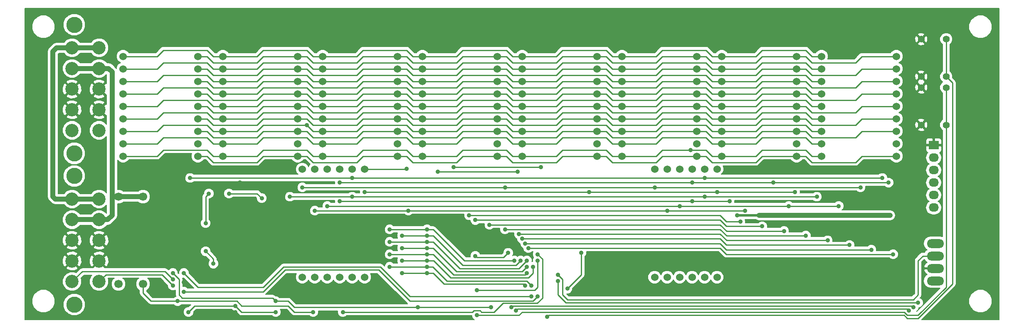
<source format=gbl>
G04 #@! TF.FileFunction,Copper,L4,Bot,Signal*
%FSLAX46Y46*%
G04 Gerber Fmt 4.6, Leading zero omitted, Abs format (unit mm)*
G04 Created by KiCad (PCBNEW 4.0.0-rc1-stable) date 10/14/2015 5:21:08 AM*
%MOMM*%
G01*
G04 APERTURE LIST*
%ADD10C,0.100000*%
%ADD11C,1.700000*%
%ADD12O,3.500120X1.800860*%
%ADD13C,2.700000*%
%ADD14C,3.300000*%
%ADD15R,2.032000X1.727200*%
%ADD16O,2.032000X1.727200*%
%ADD17C,1.397000*%
%ADD18C,1.524000*%
%ADD19C,0.889000*%
%ADD20C,0.254000*%
%ADD21C,0.508000*%
%ADD22C,1.016000*%
%ADD23C,0.203800*%
G04 APERTURE END LIST*
D10*
D11*
X77112500Y-117147500D03*
X72112500Y-117147500D03*
X72112500Y-134947500D03*
X77112500Y-134947500D03*
D12*
X238442500Y-134302500D03*
X238442500Y-131762500D03*
X238442500Y-129222500D03*
X238442500Y-126682500D03*
D13*
X68155000Y-95250000D03*
X62655000Y-95250000D03*
X68155000Y-99450000D03*
X62655000Y-99450000D03*
X68155000Y-103650000D03*
X62655000Y-103650000D03*
X62655000Y-91050000D03*
X68155000Y-91050000D03*
X62655000Y-86850000D03*
X68155000Y-86850000D03*
D14*
X63115000Y-108350000D03*
X63115000Y-82150000D03*
D13*
X68155000Y-126047500D03*
X62655000Y-126047500D03*
X68155000Y-130247500D03*
X62655000Y-130247500D03*
X68155000Y-134447500D03*
X62655000Y-134447500D03*
X62655000Y-121847500D03*
X68155000Y-121847500D03*
X62655000Y-117647500D03*
X68155000Y-117647500D03*
D14*
X63115000Y-139147500D03*
X63115000Y-112947500D03*
D15*
X238125000Y-106680000D03*
D16*
X238125000Y-109220000D03*
X238125000Y-111760000D03*
X238125000Y-114300000D03*
X238125000Y-116840000D03*
X238125000Y-119380000D03*
D17*
X235585000Y-85090000D03*
X240665000Y-85090000D03*
X235585000Y-92710000D03*
X240665000Y-92710000D03*
X235585000Y-94932500D03*
X240665000Y-94932500D03*
X235585000Y-102552500D03*
X240665000Y-102552500D03*
D18*
X73025000Y-103822500D03*
X73025000Y-101282500D03*
X73025000Y-98742500D03*
X73025000Y-96202500D03*
X73025000Y-93662500D03*
X73025000Y-91122500D03*
X73025000Y-88582500D03*
X88265000Y-88582500D03*
X88265000Y-91122500D03*
X88265000Y-93662500D03*
X88265000Y-96202500D03*
X88265000Y-98742500D03*
X88265000Y-101282500D03*
X88265000Y-103822500D03*
X73025000Y-106362500D03*
X73025000Y-108902500D03*
X88265000Y-106362500D03*
X88265000Y-108902500D03*
X93345000Y-103822500D03*
X93345000Y-101282500D03*
X93345000Y-98742500D03*
X93345000Y-96202500D03*
X93345000Y-93662500D03*
X93345000Y-91122500D03*
X93345000Y-88582500D03*
X108585000Y-88582500D03*
X108585000Y-91122500D03*
X108585000Y-93662500D03*
X108585000Y-96202500D03*
X108585000Y-98742500D03*
X108585000Y-101282500D03*
X108585000Y-103822500D03*
X93345000Y-106362500D03*
X93345000Y-108902500D03*
X108585000Y-106362500D03*
X108585000Y-108902500D03*
X113665000Y-103822500D03*
X113665000Y-101282500D03*
X113665000Y-98742500D03*
X113665000Y-96202500D03*
X113665000Y-93662500D03*
X113665000Y-91122500D03*
X113665000Y-88582500D03*
X128905000Y-88582500D03*
X128905000Y-91122500D03*
X128905000Y-93662500D03*
X128905000Y-96202500D03*
X128905000Y-98742500D03*
X128905000Y-101282500D03*
X128905000Y-103822500D03*
X113665000Y-106362500D03*
X113665000Y-108902500D03*
X128905000Y-106362500D03*
X128905000Y-108902500D03*
X133985000Y-103822500D03*
X133985000Y-101282500D03*
X133985000Y-98742500D03*
X133985000Y-96202500D03*
X133985000Y-93662500D03*
X133985000Y-91122500D03*
X133985000Y-88582500D03*
X149225000Y-88582500D03*
X149225000Y-91122500D03*
X149225000Y-93662500D03*
X149225000Y-96202500D03*
X149225000Y-98742500D03*
X149225000Y-101282500D03*
X149225000Y-103822500D03*
X133985000Y-106362500D03*
X133985000Y-108902500D03*
X149225000Y-106362500D03*
X149225000Y-108902500D03*
X154305000Y-103822500D03*
X154305000Y-101282500D03*
X154305000Y-98742500D03*
X154305000Y-96202500D03*
X154305000Y-93662500D03*
X154305000Y-91122500D03*
X154305000Y-88582500D03*
X169545000Y-88582500D03*
X169545000Y-91122500D03*
X169545000Y-93662500D03*
X169545000Y-96202500D03*
X169545000Y-98742500D03*
X169545000Y-101282500D03*
X169545000Y-103822500D03*
X154305000Y-106362500D03*
X154305000Y-108902500D03*
X169545000Y-106362500D03*
X169545000Y-108902500D03*
X174625000Y-103822500D03*
X174625000Y-101282500D03*
X174625000Y-98742500D03*
X174625000Y-96202500D03*
X174625000Y-93662500D03*
X174625000Y-91122500D03*
X174625000Y-88582500D03*
X189865000Y-88582500D03*
X189865000Y-91122500D03*
X189865000Y-93662500D03*
X189865000Y-96202500D03*
X189865000Y-98742500D03*
X189865000Y-101282500D03*
X189865000Y-103822500D03*
X174625000Y-106362500D03*
X174625000Y-108902500D03*
X189865000Y-106362500D03*
X189865000Y-108902500D03*
X194945000Y-103822500D03*
X194945000Y-101282500D03*
X194945000Y-98742500D03*
X194945000Y-96202500D03*
X194945000Y-93662500D03*
X194945000Y-91122500D03*
X194945000Y-88582500D03*
X210185000Y-88582500D03*
X210185000Y-91122500D03*
X210185000Y-93662500D03*
X210185000Y-96202500D03*
X210185000Y-98742500D03*
X210185000Y-101282500D03*
X210185000Y-103822500D03*
X194945000Y-106362500D03*
X194945000Y-108902500D03*
X210185000Y-106362500D03*
X210185000Y-108902500D03*
X215265000Y-103822500D03*
X215265000Y-101282500D03*
X215265000Y-98742500D03*
X215265000Y-96202500D03*
X215265000Y-93662500D03*
X215265000Y-91122500D03*
X215265000Y-88582500D03*
X230505000Y-88582500D03*
X230505000Y-91122500D03*
X230505000Y-93662500D03*
X230505000Y-96202500D03*
X230505000Y-98742500D03*
X230505000Y-101282500D03*
X230505000Y-103822500D03*
X215265000Y-106362500D03*
X215265000Y-108902500D03*
X230505000Y-106362500D03*
X230505000Y-108902500D03*
X193992500Y-133555000D03*
X191452500Y-133555000D03*
X188912500Y-133555000D03*
X186372500Y-133555000D03*
X183832500Y-133555000D03*
X181292500Y-133555000D03*
X181292500Y-111555000D03*
X183832500Y-111555000D03*
X186372500Y-111555000D03*
X188912500Y-111555000D03*
X191452500Y-111555000D03*
X193992500Y-111555000D03*
X122237500Y-133555000D03*
X119697500Y-133555000D03*
X117157500Y-133555000D03*
X114617500Y-133555000D03*
X112077500Y-133555000D03*
X109537500Y-133555000D03*
X109537500Y-111555000D03*
X112077500Y-111555000D03*
X114617500Y-111555000D03*
X117157500Y-111555000D03*
X119697500Y-111555000D03*
X122237500Y-111555000D03*
D19*
X134937500Y-123825000D03*
X127317500Y-123825000D03*
X152717500Y-130175000D03*
X134937500Y-125095000D03*
X129857500Y-125095000D03*
X153987500Y-130175000D03*
X134937500Y-126365000D03*
X127317500Y-126365000D03*
X155257500Y-130175000D03*
X134937500Y-127635000D03*
X129857500Y-127635000D03*
X155257500Y-131445000D03*
X155257500Y-132715000D03*
X134937500Y-128905000D03*
X127317500Y-128905000D03*
X134937500Y-130175000D03*
X129857500Y-130175000D03*
X156527500Y-131445000D03*
X156210000Y-135255000D03*
X134937500Y-131445000D03*
X127317500Y-131445000D03*
X154940000Y-135255000D03*
X134937500Y-132715000D03*
X129857500Y-132715000D03*
X79375000Y-136525000D03*
X85407500Y-134620000D03*
X104140000Y-136207500D03*
X95885000Y-140652500D03*
X82232500Y-119062500D03*
X82232500Y-122237500D03*
X82232500Y-128587500D03*
X82232500Y-125412500D03*
X96837500Y-114300000D03*
X93662500Y-127952500D03*
X96837500Y-119062500D03*
X96837500Y-122237500D03*
X96837500Y-128587500D03*
X96837500Y-125412500D03*
X84137500Y-138430000D03*
X111760000Y-140652500D03*
X86360000Y-140652500D03*
X95885000Y-139382500D03*
X104140000Y-140652500D03*
X94615000Y-116522500D03*
X101282500Y-117475000D03*
X229235000Y-120967500D03*
X224790000Y-120967500D03*
X220345000Y-120967500D03*
X215900000Y-120967500D03*
X211455000Y-120967500D03*
X207010000Y-120967500D03*
X198120000Y-120967500D03*
X202565000Y-120967500D03*
X157480000Y-128905000D03*
X117792500Y-140652500D03*
X83185000Y-135255000D03*
X83185000Y-133985000D03*
X151447500Y-128587500D03*
X144780000Y-129222500D03*
X233997500Y-139700000D03*
X152082500Y-139700000D03*
X145097500Y-141287500D03*
X157480000Y-130175000D03*
X145097500Y-136207500D03*
X159385000Y-141605000D03*
X153035000Y-140335000D03*
X233045000Y-140335000D03*
X85407500Y-132715000D03*
X156210000Y-137477500D03*
X85407500Y-136525000D03*
X157480000Y-137477500D03*
X163512500Y-135890000D03*
X166370000Y-128587500D03*
X147955000Y-139700000D03*
X133032500Y-139700000D03*
X83185000Y-132715000D03*
X104140000Y-138430000D03*
X90487500Y-116522500D03*
X89852500Y-122555000D03*
X91440000Y-130810000D03*
X89852500Y-128270000D03*
X161607500Y-133032500D03*
X161607500Y-134302500D03*
X234950000Y-138747500D03*
X158115000Y-111125000D03*
X140335000Y-111125000D03*
X137160000Y-112077500D03*
X153352500Y-112077500D03*
X229870000Y-128905000D03*
X155575000Y-127635000D03*
X212090000Y-125095000D03*
X150812500Y-123825000D03*
X225425000Y-127952500D03*
X154940000Y-126682500D03*
X207645000Y-124142500D03*
X147637500Y-122872500D03*
X144780000Y-121920000D03*
X203200000Y-123190000D03*
X153670000Y-124777500D03*
X216535000Y-126047500D03*
X143510000Y-120967500D03*
X198755000Y-122237500D03*
X154305000Y-125730000D03*
X220980000Y-127000000D03*
X110490000Y-102552500D03*
X130810000Y-111442500D03*
X188595000Y-107632500D03*
X227647500Y-113347500D03*
X86677500Y-113347500D03*
X191452500Y-113347500D03*
X119697500Y-113347500D03*
X214312500Y-117157500D03*
X106997500Y-117157500D03*
X191452500Y-117157500D03*
X119697500Y-117157500D03*
X199707500Y-120015000D03*
X131127500Y-120015000D03*
X112077500Y-120015000D03*
X183832500Y-120015000D03*
X223202500Y-115252500D03*
X150812500Y-115252500D03*
X181292500Y-115252500D03*
X109537500Y-115252500D03*
X209867500Y-116205000D03*
X122237500Y-116205000D03*
X193992500Y-116205000D03*
X167957500Y-116205000D03*
X196532500Y-118110000D03*
X117157500Y-118110000D03*
X188912500Y-118110000D03*
X218757500Y-119062500D03*
X208597500Y-119062500D03*
X186372500Y-119062500D03*
X114617500Y-119062500D03*
X205422500Y-114300000D03*
X228917500Y-114300000D03*
X188912500Y-114300000D03*
X117157500Y-114300000D03*
D20*
X136207500Y-123825000D02*
X134937500Y-123825000D01*
X136207500Y-123825000D02*
X142557500Y-130175000D01*
X134937500Y-123825000D02*
X127317500Y-123825000D01*
X142557500Y-130175000D02*
X152717500Y-130175000D01*
X136207500Y-125095000D02*
X134937500Y-125095000D01*
X142240000Y-131127500D02*
X136207500Y-125095000D01*
X153035000Y-131127500D02*
X142240000Y-131127500D01*
X134937500Y-125095000D02*
X129857500Y-125095000D01*
X153987500Y-130175000D02*
X153035000Y-131127500D01*
X136207500Y-126365000D02*
X134937500Y-126365000D01*
X141605000Y-131762500D02*
X136207500Y-126365000D01*
X153670000Y-131762500D02*
X141605000Y-131762500D01*
X134937500Y-126365000D02*
X127317500Y-126365000D01*
X155257500Y-130175000D02*
X153670000Y-131762500D01*
X136207500Y-127635000D02*
X134937500Y-127635000D01*
X140970000Y-132397500D02*
X136207500Y-127635000D01*
X154305000Y-132397500D02*
X140970000Y-132397500D01*
X134937500Y-127635000D02*
X129857500Y-127635000D01*
X155257500Y-131445000D02*
X154305000Y-132397500D01*
X155257500Y-132715000D02*
X154940000Y-133032500D01*
X136207500Y-128905000D02*
X134937500Y-128905000D01*
X140335000Y-133032500D02*
X136207500Y-128905000D01*
X154940000Y-133032500D02*
X140335000Y-133032500D01*
X134937500Y-128905000D02*
X127317500Y-128905000D01*
X134937500Y-130175000D02*
X136252500Y-130175000D01*
X134937500Y-130175000D02*
X129857500Y-130175000D01*
X155575000Y-133667500D02*
X156527500Y-132715000D01*
X155575000Y-133667500D02*
X139745000Y-133667500D01*
X139745000Y-133667500D02*
X136252500Y-130175000D01*
X156527500Y-132715000D02*
X156527500Y-131445000D01*
X156210000Y-135255000D02*
X155257500Y-134302500D01*
X136107500Y-131445000D02*
X134937500Y-131445000D01*
X138965000Y-134302500D02*
X136107500Y-131445000D01*
X155257500Y-134302500D02*
X138965000Y-134302500D01*
X134937500Y-131445000D02*
X127317500Y-131445000D01*
X154940000Y-135255000D02*
X154622500Y-134937500D01*
X138430000Y-134937500D02*
X136207500Y-132715000D01*
X154622500Y-134937500D02*
X138430000Y-134937500D01*
X136207500Y-132715000D02*
X134937500Y-132715000D01*
X134937500Y-132715000D02*
X129857500Y-132715000D01*
X77112500Y-136802500D02*
X77112500Y-134947500D01*
X78740000Y-138430000D02*
X77112500Y-136802500D01*
X96202500Y-138430000D02*
X84137500Y-138430000D01*
X84137500Y-138430000D02*
X78740000Y-138430000D01*
X97155000Y-139382500D02*
X96202500Y-138430000D01*
X106680000Y-139382500D02*
X97155000Y-139382500D01*
X107950000Y-140652500D02*
X106680000Y-139382500D01*
X108585000Y-140652500D02*
X107950000Y-140652500D01*
X111760000Y-140652500D02*
X108585000Y-140652500D01*
X87630000Y-139382500D02*
X95885000Y-139382500D01*
X86360000Y-140652500D02*
X87630000Y-139382500D01*
D21*
X202565000Y-120967500D02*
X198120000Y-120967500D01*
D22*
X207010000Y-120967500D02*
X202565000Y-120967500D01*
X211455000Y-120967500D02*
X207010000Y-120967500D01*
X215900000Y-120967500D02*
X211455000Y-120967500D01*
X220345000Y-120967500D02*
X215900000Y-120967500D01*
X224790000Y-120967500D02*
X220345000Y-120967500D01*
X229235000Y-120967500D02*
X224790000Y-120967500D01*
D20*
X95885000Y-139382500D02*
X97155000Y-140652500D01*
X97155000Y-140652500D02*
X104140000Y-140652500D01*
X100330000Y-116522500D02*
X94615000Y-116522500D01*
X101282500Y-117475000D02*
X100330000Y-116522500D01*
X157480000Y-128905000D02*
X158432500Y-129857500D01*
X158432500Y-129857500D02*
X158432500Y-137795000D01*
X158432500Y-137795000D02*
X157391098Y-138836402D01*
X157391098Y-138836402D02*
X150406098Y-138836402D01*
X150406098Y-138836402D02*
X148590000Y-140652500D01*
X148590000Y-140652500D02*
X146050000Y-140652500D01*
X146050000Y-140652500D02*
X145732500Y-140335000D01*
X145732500Y-140335000D02*
X144462500Y-140335000D01*
X144462500Y-140335000D02*
X144145000Y-140652500D01*
X144145000Y-140652500D02*
X117792500Y-140652500D01*
D22*
X72112500Y-117147500D02*
X70802500Y-117147500D01*
X70802500Y-117147500D02*
X70802500Y-117157500D01*
X77112500Y-117147500D02*
X72112500Y-117147500D01*
X68155000Y-91050000D02*
X70095000Y-91050000D01*
X70802500Y-91757500D02*
X70802500Y-117157500D01*
X70095000Y-91050000D02*
X70802500Y-91757500D01*
X69922500Y-121847500D02*
X68155000Y-121847500D01*
X70802500Y-120967500D02*
X69922500Y-121847500D01*
X70802500Y-117157500D02*
X70802500Y-120967500D01*
X68155000Y-121847500D02*
X69287500Y-121847500D01*
X68155000Y-121847500D02*
X62655000Y-121847500D01*
X62655000Y-91050000D02*
X68155000Y-91050000D01*
D20*
X69532500Y-133032500D02*
X68155000Y-134447500D01*
X80962500Y-133032500D02*
X69532500Y-133032500D01*
X83185000Y-135255000D02*
X80962500Y-133032500D01*
X82232500Y-133032500D02*
X81597500Y-132397500D01*
X64770000Y-132397500D02*
X62655000Y-134447500D01*
X83185000Y-133985000D02*
X82232500Y-133032500D01*
X81597500Y-132397500D02*
X64770000Y-132397500D01*
X151447500Y-128587500D02*
X150495000Y-129540000D01*
X150495000Y-129540000D02*
X145097500Y-129540000D01*
X145097500Y-129540000D02*
X144780000Y-129222500D01*
X144780000Y-129222500D02*
X145097500Y-129540000D01*
X145097500Y-129540000D02*
X150495000Y-129540000D01*
X233680000Y-139382500D02*
X152400000Y-139382500D01*
X233997500Y-139700000D02*
X233680000Y-139382500D01*
X152400000Y-139382500D02*
X152082500Y-139700000D01*
X240665000Y-102552500D02*
X240665000Y-94932500D01*
X234950000Y-141287500D02*
X232727500Y-141287500D01*
X153670000Y-141287500D02*
X146685000Y-141287500D01*
X154305000Y-140652500D02*
X153670000Y-141287500D01*
X232092500Y-140652500D02*
X154305000Y-140652500D01*
X232727500Y-141287500D02*
X232092500Y-140652500D01*
X240665000Y-102552500D02*
X240665000Y-135572500D01*
X146685000Y-141287500D02*
X145097500Y-141287500D01*
X240665000Y-135572500D02*
X234950000Y-141287500D01*
X157480000Y-135572500D02*
X157480000Y-130175000D01*
X156845000Y-136207500D02*
X157480000Y-135572500D01*
X156210000Y-136207500D02*
X156845000Y-136207500D01*
X145097500Y-136207500D02*
X156210000Y-136207500D01*
X240665000Y-92710000D02*
X240665000Y-85090000D01*
X234950000Y-141922500D02*
X232727500Y-141922500D01*
X159702500Y-141287500D02*
X159385000Y-141605000D01*
X232092500Y-141287500D02*
X159702500Y-141287500D01*
X232727500Y-141922500D02*
X232092500Y-141287500D01*
X240665000Y-92710000D02*
X241935000Y-93980000D01*
X241935000Y-134937500D02*
X234950000Y-141922500D01*
X241935000Y-93980000D02*
X241935000Y-134937500D01*
X233045000Y-140335000D02*
X232727500Y-140017500D01*
X153352500Y-140017500D02*
X153035000Y-140335000D01*
X232727500Y-140017500D02*
X153352500Y-140017500D01*
X85407500Y-132715000D02*
X88265000Y-135572500D01*
X131445000Y-137477500D02*
X156210000Y-137477500D01*
X125412500Y-131445000D02*
X131445000Y-137477500D01*
X105727500Y-131445000D02*
X125412500Y-131445000D01*
X101600000Y-135572500D02*
X105727500Y-131445000D01*
X88265000Y-135572500D02*
X101600000Y-135572500D01*
X85407500Y-136525000D02*
X85407500Y-136525000D01*
X101600000Y-136525000D02*
X85407500Y-136525000D01*
X106045000Y-132080000D02*
X101600000Y-136525000D01*
X125095000Y-132080000D02*
X106045000Y-132080000D01*
X131445000Y-138430000D02*
X125095000Y-132080000D01*
X156527500Y-138430000D02*
X131445000Y-138430000D01*
X157480000Y-137477500D02*
X156527500Y-138430000D01*
X163512500Y-135890000D02*
X163512500Y-135890000D01*
X166370000Y-133032500D02*
X163512500Y-135890000D01*
X166370000Y-128587500D02*
X166370000Y-133032500D01*
X133032500Y-139700000D02*
X147955000Y-139700000D01*
X104140000Y-138430000D02*
X106680000Y-138430000D01*
X107950000Y-139700000D02*
X133032500Y-139700000D01*
X106680000Y-138430000D02*
X107950000Y-139700000D01*
X92710000Y-137795000D02*
X103505000Y-137795000D01*
X83185000Y-132715000D02*
X84455000Y-133985000D01*
X84455000Y-133985000D02*
X84455000Y-137160000D01*
X84455000Y-137160000D02*
X85090000Y-137795000D01*
X85090000Y-137795000D02*
X92710000Y-137795000D01*
X103505000Y-137795000D02*
X104140000Y-138430000D01*
X90487500Y-116522500D02*
X89852500Y-117157500D01*
X89852500Y-117157500D02*
X89852500Y-122555000D01*
X91440000Y-129857500D02*
X91440000Y-130810000D01*
X89852500Y-128270000D02*
X91440000Y-129857500D01*
X238442500Y-129222500D02*
X235902500Y-129222500D01*
X234950000Y-130492500D02*
X234950000Y-137160000D01*
X235902500Y-129222500D02*
X234950000Y-130175000D01*
X234950000Y-130175000D02*
X234950000Y-130492500D01*
X162560000Y-133985000D02*
X161607500Y-133032500D01*
X162560000Y-137160000D02*
X162560000Y-133985000D01*
X163512500Y-138112500D02*
X162560000Y-137160000D01*
X233997500Y-138112500D02*
X163512500Y-138112500D01*
X234950000Y-137160000D02*
X233997500Y-138112500D01*
X161607500Y-137160000D02*
X161607500Y-134302500D01*
X163195000Y-138747500D02*
X161607500Y-137160000D01*
X163512500Y-138747500D02*
X163195000Y-138747500D01*
X234950000Y-138747500D02*
X163512500Y-138747500D01*
D22*
X62655000Y-86850000D02*
X59517500Y-86850000D01*
X59227500Y-117647500D02*
X58737500Y-117157500D01*
X58737500Y-117157500D02*
X58737500Y-111125000D01*
X59227500Y-117647500D02*
X62655000Y-117647500D01*
X58737500Y-87630000D02*
X58737500Y-111125000D01*
X59517500Y-86850000D02*
X58737500Y-87630000D01*
X68155000Y-117647500D02*
X62655000Y-117647500D01*
X68155000Y-86850000D02*
X62655000Y-86850000D01*
D20*
X158115000Y-111125000D02*
X140335000Y-111125000D01*
X153352500Y-112077500D02*
X141922500Y-112077500D01*
X141922500Y-112077500D02*
X137160000Y-112077500D01*
X155575000Y-127635000D02*
X194627500Y-127635000D01*
X194627500Y-127635000D02*
X195897500Y-128905000D01*
X195897500Y-128905000D02*
X229870000Y-128905000D01*
X150812500Y-123825000D02*
X194627500Y-123825000D01*
X194627500Y-123825000D02*
X195941250Y-125095000D01*
X195941250Y-125095000D02*
X212090000Y-125095000D01*
X154940000Y-126682500D02*
X194627500Y-126682500D01*
X194627500Y-126682500D02*
X195897500Y-127952500D01*
X195897500Y-127952500D02*
X225425000Y-127952500D01*
X147637500Y-122872500D02*
X194627500Y-122872500D01*
X194627500Y-122872500D02*
X195941250Y-124142500D01*
X195941250Y-124142500D02*
X207645000Y-124142500D01*
X144780000Y-121920000D02*
X194627500Y-121920000D01*
X194627500Y-121920000D02*
X195897500Y-123190000D01*
X195897500Y-123190000D02*
X203200000Y-123190000D01*
X153670000Y-124777500D02*
X194627500Y-124777500D01*
X194627500Y-124777500D02*
X195941250Y-126047500D01*
X195941250Y-126047500D02*
X216535000Y-126047500D01*
X143510000Y-120967500D02*
X194627500Y-120967500D01*
X194627500Y-120967500D02*
X195897500Y-122237500D01*
X195897500Y-122237500D02*
X198755000Y-122237500D01*
X154305000Y-125730000D02*
X194627500Y-125730000D01*
X194627500Y-125730000D02*
X195897500Y-127000000D01*
X195897500Y-127000000D02*
X220980000Y-127000000D01*
X194945000Y-103822500D02*
X201930000Y-103822500D01*
X213360000Y-103822500D02*
X215265000Y-103822500D01*
X212090000Y-102552500D02*
X213360000Y-103822500D01*
X203200000Y-102552500D02*
X212090000Y-102552500D01*
X201930000Y-103822500D02*
X203200000Y-102552500D01*
X174625000Y-103822500D02*
X181610000Y-103822500D01*
X193040000Y-103822500D02*
X194945000Y-103822500D01*
X191770000Y-102552500D02*
X193040000Y-103822500D01*
X182880000Y-102552500D02*
X191770000Y-102552500D01*
X181610000Y-103822500D02*
X182880000Y-102552500D01*
X154305000Y-103822500D02*
X161290000Y-103822500D01*
X172720000Y-103822500D02*
X174625000Y-103822500D01*
X171450000Y-102552500D02*
X172720000Y-103822500D01*
X162560000Y-102552500D02*
X171450000Y-102552500D01*
X161290000Y-103822500D02*
X162560000Y-102552500D01*
X154305000Y-103822500D02*
X152400000Y-103822500D01*
X140970000Y-103822500D02*
X133985000Y-103822500D01*
X142240000Y-102552500D02*
X140970000Y-103822500D01*
X151130000Y-102552500D02*
X142240000Y-102552500D01*
X152400000Y-103822500D02*
X151130000Y-102552500D01*
X133985000Y-103822500D02*
X132080000Y-103822500D01*
X120650000Y-103822500D02*
X113665000Y-103822500D01*
X121920000Y-102552500D02*
X120650000Y-103822500D01*
X130810000Y-102552500D02*
X121920000Y-102552500D01*
X132080000Y-103822500D02*
X130810000Y-102552500D01*
X113665000Y-103822500D02*
X111760000Y-103822500D01*
X100330000Y-103822500D02*
X93345000Y-103822500D01*
X101600000Y-102552500D02*
X100330000Y-103822500D01*
X110490000Y-102552500D02*
X101600000Y-102552500D01*
X111760000Y-103822500D02*
X110490000Y-102552500D01*
X93345000Y-103822500D02*
X91440000Y-103822500D01*
X80010000Y-103822500D02*
X73025000Y-103822500D01*
X81280000Y-102552500D02*
X80010000Y-103822500D01*
X90170000Y-102552500D02*
X81280000Y-102552500D01*
X91440000Y-103822500D02*
X90170000Y-102552500D01*
X80010000Y-101282500D02*
X73025000Y-101282500D01*
X81280000Y-100012500D02*
X80010000Y-101282500D01*
X90170000Y-100012500D02*
X81280000Y-100012500D01*
X194945000Y-101282500D02*
X201930000Y-101282500D01*
X213360000Y-101282500D02*
X215265000Y-101282500D01*
X212090000Y-100012500D02*
X213360000Y-101282500D01*
X203200000Y-100012500D02*
X212090000Y-100012500D01*
X201930000Y-101282500D02*
X203200000Y-100012500D01*
X174625000Y-101282500D02*
X181610000Y-101282500D01*
X193040000Y-101282500D02*
X194945000Y-101282500D01*
X191770000Y-100012500D02*
X193040000Y-101282500D01*
X182880000Y-100012500D02*
X191770000Y-100012500D01*
X181610000Y-101282500D02*
X182880000Y-100012500D01*
X154305000Y-101282500D02*
X161290000Y-101282500D01*
X172720000Y-101282500D02*
X174625000Y-101282500D01*
X171450000Y-100012500D02*
X172720000Y-101282500D01*
X162560000Y-100012500D02*
X171450000Y-100012500D01*
X161290000Y-101282500D02*
X162560000Y-100012500D01*
X154305000Y-101282500D02*
X152400000Y-101282500D01*
X140970000Y-101282500D02*
X133985000Y-101282500D01*
X142240000Y-100012500D02*
X140970000Y-101282500D01*
X151130000Y-100012500D02*
X142240000Y-100012500D01*
X152400000Y-101282500D02*
X151130000Y-100012500D01*
X133985000Y-101282500D02*
X132080000Y-101282500D01*
X120650000Y-101282500D02*
X113665000Y-101282500D01*
X121920000Y-100012500D02*
X120650000Y-101282500D01*
X130810000Y-100012500D02*
X121920000Y-100012500D01*
X132080000Y-101282500D02*
X130810000Y-100012500D01*
X113665000Y-101282500D02*
X111760000Y-101282500D01*
X100330000Y-101282500D02*
X93345000Y-101282500D01*
X101600000Y-100012500D02*
X100330000Y-101282500D01*
X110490000Y-100012500D02*
X101600000Y-100012500D01*
X111760000Y-101282500D02*
X110490000Y-100012500D01*
X93345000Y-101282500D02*
X91440000Y-101282500D01*
X91440000Y-101282500D02*
X90170000Y-100012500D01*
X194945000Y-98742500D02*
X201930000Y-98742500D01*
X213360000Y-98742500D02*
X215265000Y-98742500D01*
X212090000Y-97472500D02*
X213360000Y-98742500D01*
X203200000Y-97472500D02*
X212090000Y-97472500D01*
X201930000Y-98742500D02*
X203200000Y-97472500D01*
X174625000Y-98742500D02*
X181610000Y-98742500D01*
X193040000Y-98742500D02*
X194945000Y-98742500D01*
X191770000Y-97472500D02*
X193040000Y-98742500D01*
X182880000Y-97472500D02*
X191770000Y-97472500D01*
X181610000Y-98742500D02*
X182880000Y-97472500D01*
X154305000Y-98742500D02*
X161290000Y-98742500D01*
X172720000Y-98742500D02*
X174625000Y-98742500D01*
X171450000Y-97472500D02*
X172720000Y-98742500D01*
X162560000Y-97472500D02*
X171450000Y-97472500D01*
X161290000Y-98742500D02*
X162560000Y-97472500D01*
X154305000Y-98742500D02*
X152400000Y-98742500D01*
X140970000Y-98742500D02*
X133985000Y-98742500D01*
X142240000Y-97472500D02*
X140970000Y-98742500D01*
X151130000Y-97472500D02*
X142240000Y-97472500D01*
X152400000Y-98742500D02*
X151130000Y-97472500D01*
X133985000Y-98742500D02*
X132080000Y-98742500D01*
X120650000Y-98742500D02*
X113665000Y-98742500D01*
X121920000Y-97472500D02*
X120650000Y-98742500D01*
X130810000Y-97472500D02*
X121920000Y-97472500D01*
X132080000Y-98742500D02*
X130810000Y-97472500D01*
X93345000Y-98742500D02*
X100330000Y-98742500D01*
X111760000Y-98742500D02*
X113665000Y-98742500D01*
X110490000Y-97472500D02*
X111760000Y-98742500D01*
X101600000Y-97472500D02*
X110490000Y-97472500D01*
X100330000Y-98742500D02*
X101600000Y-97472500D01*
X93345000Y-98742500D02*
X91440000Y-98742500D01*
X80010000Y-98742500D02*
X73025000Y-98742500D01*
X81280000Y-97472500D02*
X80010000Y-98742500D01*
X90170000Y-97472500D02*
X81280000Y-97472500D01*
X91440000Y-98742500D02*
X90170000Y-97472500D01*
X194945000Y-96202500D02*
X201930000Y-96202500D01*
X213360000Y-96202500D02*
X215265000Y-96202500D01*
X212090000Y-94932500D02*
X213360000Y-96202500D01*
X203200000Y-94932500D02*
X212090000Y-94932500D01*
X201930000Y-96202500D02*
X203200000Y-94932500D01*
X174625000Y-96202500D02*
X181610000Y-96202500D01*
X193040000Y-96202500D02*
X194945000Y-96202500D01*
X191770000Y-94932500D02*
X193040000Y-96202500D01*
X182880000Y-94932500D02*
X191770000Y-94932500D01*
X181610000Y-96202500D02*
X182880000Y-94932500D01*
X154305000Y-96202500D02*
X161290000Y-96202500D01*
X172720000Y-96202500D02*
X174625000Y-96202500D01*
X171450000Y-94932500D02*
X172720000Y-96202500D01*
X162560000Y-94932500D02*
X171450000Y-94932500D01*
X161290000Y-96202500D02*
X162560000Y-94932500D01*
X154305000Y-96202500D02*
X152400000Y-96202500D01*
X140970000Y-96202500D02*
X133985000Y-96202500D01*
X142240000Y-94932500D02*
X140970000Y-96202500D01*
X151130000Y-94932500D02*
X142240000Y-94932500D01*
X152400000Y-96202500D02*
X151130000Y-94932500D01*
X133985000Y-96202500D02*
X132080000Y-96202500D01*
X120650000Y-96202500D02*
X113665000Y-96202500D01*
X121920000Y-94932500D02*
X120650000Y-96202500D01*
X130810000Y-94932500D02*
X121920000Y-94932500D01*
X132080000Y-96202500D02*
X130810000Y-94932500D01*
X113665000Y-96202500D02*
X111760000Y-96202500D01*
X100330000Y-96202500D02*
X93345000Y-96202500D01*
X101600000Y-94932500D02*
X100330000Y-96202500D01*
X110490000Y-94932500D02*
X101600000Y-94932500D01*
X111760000Y-96202500D02*
X110490000Y-94932500D01*
X93345000Y-96202500D02*
X91440000Y-96202500D01*
X80010000Y-96202500D02*
X73025000Y-96202500D01*
X81280000Y-94932500D02*
X80010000Y-96202500D01*
X90170000Y-94932500D02*
X81280000Y-94932500D01*
X91440000Y-96202500D02*
X90170000Y-94932500D01*
X194945000Y-93662500D02*
X201930000Y-93662500D01*
X213360000Y-93662500D02*
X215265000Y-93662500D01*
X212090000Y-92392500D02*
X213360000Y-93662500D01*
X203200000Y-92392500D02*
X212090000Y-92392500D01*
X201930000Y-93662500D02*
X203200000Y-92392500D01*
X174625000Y-93662500D02*
X181610000Y-93662500D01*
X193040000Y-93662500D02*
X194945000Y-93662500D01*
X191770000Y-92392500D02*
X193040000Y-93662500D01*
X182880000Y-92392500D02*
X191770000Y-92392500D01*
X181610000Y-93662500D02*
X182880000Y-92392500D01*
X154305000Y-93662500D02*
X161290000Y-93662500D01*
X172720000Y-93662500D02*
X174625000Y-93662500D01*
X171450000Y-92392500D02*
X172720000Y-93662500D01*
X162560000Y-92392500D02*
X171450000Y-92392500D01*
X161290000Y-93662500D02*
X162560000Y-92392500D01*
X133985000Y-93662500D02*
X140970000Y-93662500D01*
X152400000Y-93662500D02*
X154305000Y-93662500D01*
X151130000Y-92392500D02*
X152400000Y-93662500D01*
X142240000Y-92392500D02*
X151130000Y-92392500D01*
X140970000Y-93662500D02*
X142240000Y-92392500D01*
X133985000Y-93662500D02*
X132080000Y-93662500D01*
X120650000Y-93662500D02*
X113665000Y-93662500D01*
X121920000Y-92392500D02*
X120650000Y-93662500D01*
X130810000Y-92392500D02*
X121920000Y-92392500D01*
X132080000Y-93662500D02*
X130810000Y-92392500D01*
X93345000Y-93662500D02*
X100330000Y-93662500D01*
X111760000Y-93662500D02*
X113665000Y-93662500D01*
X110490000Y-92392500D02*
X111760000Y-93662500D01*
X101600000Y-92392500D02*
X110490000Y-92392500D01*
X100330000Y-93662500D02*
X101600000Y-92392500D01*
X93345000Y-93662500D02*
X91440000Y-93662500D01*
X80010000Y-93662500D02*
X73025000Y-93662500D01*
X81280000Y-92392500D02*
X80010000Y-93662500D01*
X90170000Y-92392500D02*
X81280000Y-92392500D01*
X91440000Y-93662500D02*
X90170000Y-92392500D01*
X194945000Y-91122500D02*
X201930000Y-91122500D01*
X213360000Y-91122500D02*
X215265000Y-91122500D01*
X212090000Y-89852500D02*
X213360000Y-91122500D01*
X203200000Y-89852500D02*
X212090000Y-89852500D01*
X201930000Y-91122500D02*
X203200000Y-89852500D01*
X174625000Y-91122500D02*
X181610000Y-91122500D01*
X193040000Y-91122500D02*
X194945000Y-91122500D01*
X191770000Y-89852500D02*
X193040000Y-91122500D01*
X182880000Y-89852500D02*
X191770000Y-89852500D01*
X181610000Y-91122500D02*
X182880000Y-89852500D01*
X154305000Y-91122500D02*
X161290000Y-91122500D01*
X172720000Y-91122500D02*
X174625000Y-91122500D01*
X171450000Y-89852500D02*
X172720000Y-91122500D01*
X162560000Y-89852500D02*
X171450000Y-89852500D01*
X161290000Y-91122500D02*
X162560000Y-89852500D01*
X154305000Y-91122500D02*
X152400000Y-91122500D01*
X140970000Y-91122500D02*
X133985000Y-91122500D01*
X142240000Y-89852500D02*
X140970000Y-91122500D01*
X151130000Y-89852500D02*
X142240000Y-89852500D01*
X152400000Y-91122500D02*
X151130000Y-89852500D01*
X133985000Y-91122500D02*
X132080000Y-91122500D01*
X120650000Y-91122500D02*
X113665000Y-91122500D01*
X121920000Y-89852500D02*
X120650000Y-91122500D01*
X130810000Y-89852500D02*
X121920000Y-89852500D01*
X132080000Y-91122500D02*
X130810000Y-89852500D01*
X113665000Y-91122500D02*
X111760000Y-91122500D01*
X100330000Y-91122500D02*
X93345000Y-91122500D01*
X101600000Y-89852500D02*
X100330000Y-91122500D01*
X110490000Y-89852500D02*
X101600000Y-89852500D01*
X111760000Y-91122500D02*
X110490000Y-89852500D01*
X93345000Y-91122500D02*
X91440000Y-91122500D01*
X80010000Y-91122500D02*
X73025000Y-91122500D01*
X81280000Y-89852500D02*
X80010000Y-91122500D01*
X90170000Y-89852500D02*
X81280000Y-89852500D01*
X91440000Y-91122500D02*
X90170000Y-89852500D01*
X194945000Y-88582500D02*
X201930000Y-88582500D01*
X213360000Y-88582500D02*
X215265000Y-88582500D01*
X212090000Y-87312500D02*
X213360000Y-88582500D01*
X203200000Y-87312500D02*
X212090000Y-87312500D01*
X201930000Y-88582500D02*
X203200000Y-87312500D01*
X174625000Y-88582500D02*
X181610000Y-88582500D01*
X193040000Y-88582500D02*
X194945000Y-88582500D01*
X191770000Y-87312500D02*
X193040000Y-88582500D01*
X182880000Y-87312500D02*
X191770000Y-87312500D01*
X181610000Y-88582500D02*
X182880000Y-87312500D01*
X154305000Y-88582500D02*
X161290000Y-88582500D01*
X172720000Y-88582500D02*
X174625000Y-88582500D01*
X171450000Y-87312500D02*
X172720000Y-88582500D01*
X162560000Y-87312500D02*
X171450000Y-87312500D01*
X161290000Y-88582500D02*
X162560000Y-87312500D01*
X154305000Y-88582500D02*
X152400000Y-88582500D01*
X140970000Y-88582500D02*
X133985000Y-88582500D01*
X142240000Y-87312500D02*
X140970000Y-88582500D01*
X151130000Y-87312500D02*
X142240000Y-87312500D01*
X152400000Y-88582500D02*
X151130000Y-87312500D01*
X133985000Y-88582500D02*
X132080000Y-88582500D01*
X120650000Y-88582500D02*
X113665000Y-88582500D01*
X121920000Y-87312500D02*
X120650000Y-88582500D01*
X130810000Y-87312500D02*
X121920000Y-87312500D01*
X132080000Y-88582500D02*
X130810000Y-87312500D01*
X113665000Y-88582500D02*
X111760000Y-88582500D01*
X100330000Y-88582500D02*
X93345000Y-88582500D01*
X101600000Y-87312500D02*
X100330000Y-88582500D01*
X110490000Y-87312500D02*
X101600000Y-87312500D01*
X111760000Y-88582500D02*
X110490000Y-87312500D01*
X93345000Y-88582500D02*
X91440000Y-88582500D01*
X80010000Y-88582500D02*
X73025000Y-88582500D01*
X81280000Y-87312500D02*
X80010000Y-88582500D01*
X90170000Y-87312500D02*
X81280000Y-87312500D01*
X91440000Y-88582500D02*
X90170000Y-87312500D01*
X210185000Y-88582500D02*
X212090000Y-88582500D01*
X223520000Y-88582500D02*
X230505000Y-88582500D01*
X222250000Y-89852500D02*
X223520000Y-88582500D01*
X213360000Y-89852500D02*
X222250000Y-89852500D01*
X212090000Y-88582500D02*
X213360000Y-89852500D01*
X189865000Y-88582500D02*
X191770000Y-88582500D01*
X203200000Y-88582500D02*
X210185000Y-88582500D01*
X201930000Y-89852500D02*
X203200000Y-88582500D01*
X193040000Y-89852500D02*
X201930000Y-89852500D01*
X191770000Y-88582500D02*
X193040000Y-89852500D01*
X169545000Y-88582500D02*
X171450000Y-88582500D01*
X182880000Y-88582500D02*
X189865000Y-88582500D01*
X181610000Y-89852500D02*
X182880000Y-88582500D01*
X172720000Y-89852500D02*
X181610000Y-89852500D01*
X171450000Y-88582500D02*
X172720000Y-89852500D01*
X169545000Y-88582500D02*
X162560000Y-88582500D01*
X151130000Y-88582500D02*
X149225000Y-88582500D01*
X152400000Y-89852500D02*
X151130000Y-88582500D01*
X161290000Y-89852500D02*
X152400000Y-89852500D01*
X162560000Y-88582500D02*
X161290000Y-89852500D01*
X128905000Y-88582500D02*
X130810000Y-88582500D01*
X142240000Y-88582500D02*
X149225000Y-88582500D01*
X140970000Y-89852500D02*
X142240000Y-88582500D01*
X132080000Y-89852500D02*
X140970000Y-89852500D01*
X130810000Y-88582500D02*
X132080000Y-89852500D01*
X108585000Y-88582500D02*
X110490000Y-88582500D01*
X121920000Y-88582500D02*
X128905000Y-88582500D01*
X120650000Y-89852500D02*
X121920000Y-88582500D01*
X111760000Y-89852500D02*
X120650000Y-89852500D01*
X110490000Y-88582500D02*
X111760000Y-89852500D01*
X108585000Y-88582500D02*
X101600000Y-88582500D01*
X90170000Y-88582500D02*
X88265000Y-88582500D01*
X91440000Y-89852500D02*
X90170000Y-88582500D01*
X100330000Y-89852500D02*
X91440000Y-89852500D01*
X101600000Y-88582500D02*
X100330000Y-89852500D01*
X122237500Y-111555000D02*
X130697500Y-111555000D01*
X130697500Y-111555000D02*
X130810000Y-111442500D01*
X210185000Y-91122500D02*
X212090000Y-91122500D01*
X223520000Y-91122500D02*
X230505000Y-91122500D01*
X222250000Y-92392500D02*
X223520000Y-91122500D01*
X213360000Y-92392500D02*
X222250000Y-92392500D01*
X212090000Y-91122500D02*
X213360000Y-92392500D01*
X189865000Y-91122500D02*
X191770000Y-91122500D01*
X203200000Y-91122500D02*
X210185000Y-91122500D01*
X201930000Y-92392500D02*
X203200000Y-91122500D01*
X193040000Y-92392500D02*
X201930000Y-92392500D01*
X191770000Y-91122500D02*
X193040000Y-92392500D01*
X169545000Y-91122500D02*
X171450000Y-91122500D01*
X182880000Y-91122500D02*
X189865000Y-91122500D01*
X181610000Y-92392500D02*
X182880000Y-91122500D01*
X172720000Y-92392500D02*
X181610000Y-92392500D01*
X171450000Y-91122500D02*
X172720000Y-92392500D01*
X169545000Y-91122500D02*
X162560000Y-91122500D01*
X151130000Y-91122500D02*
X149225000Y-91122500D01*
X152400000Y-92392500D02*
X151130000Y-91122500D01*
X161290000Y-92392500D02*
X152400000Y-92392500D01*
X162560000Y-91122500D02*
X161290000Y-92392500D01*
X149225000Y-91122500D02*
X142240000Y-91122500D01*
X130810000Y-91122500D02*
X128905000Y-91122500D01*
X132080000Y-92392500D02*
X130810000Y-91122500D01*
X140970000Y-92392500D02*
X132080000Y-92392500D01*
X142240000Y-91122500D02*
X140970000Y-92392500D01*
X108585000Y-91122500D02*
X110490000Y-91122500D01*
X121920000Y-91122500D02*
X128905000Y-91122500D01*
X120650000Y-92392500D02*
X121920000Y-91122500D01*
X111760000Y-92392500D02*
X120650000Y-92392500D01*
X110490000Y-91122500D02*
X111760000Y-92392500D01*
X108585000Y-91122500D02*
X101600000Y-91122500D01*
X90170000Y-91122500D02*
X88265000Y-91122500D01*
X91440000Y-92392500D02*
X90170000Y-91122500D01*
X100330000Y-92392500D02*
X91440000Y-92392500D01*
X101600000Y-91122500D02*
X100330000Y-92392500D01*
X210185000Y-93662500D02*
X212090000Y-93662500D01*
X223520000Y-93662500D02*
X230505000Y-93662500D01*
X222250000Y-94932500D02*
X223520000Y-93662500D01*
X213360000Y-94932500D02*
X222250000Y-94932500D01*
X212090000Y-93662500D02*
X213360000Y-94932500D01*
X189865000Y-93662500D02*
X191770000Y-93662500D01*
X203200000Y-93662500D02*
X210185000Y-93662500D01*
X201930000Y-94932500D02*
X203200000Y-93662500D01*
X193040000Y-94932500D02*
X201930000Y-94932500D01*
X191770000Y-93662500D02*
X193040000Y-94932500D01*
X169545000Y-93662500D02*
X171450000Y-93662500D01*
X182880000Y-93662500D02*
X189865000Y-93662500D01*
X181610000Y-94932500D02*
X182880000Y-93662500D01*
X172720000Y-94932500D02*
X181610000Y-94932500D01*
X171450000Y-93662500D02*
X172720000Y-94932500D01*
X169545000Y-93662500D02*
X162560000Y-93662500D01*
X151130000Y-93662500D02*
X149225000Y-93662500D01*
X152400000Y-94932500D02*
X151130000Y-93662500D01*
X161290000Y-94932500D02*
X152400000Y-94932500D01*
X162560000Y-93662500D02*
X161290000Y-94932500D01*
X149225000Y-93662500D02*
X142240000Y-93662500D01*
X130810000Y-93662500D02*
X128905000Y-93662500D01*
X132080000Y-94932500D02*
X130810000Y-93662500D01*
X140970000Y-94932500D02*
X132080000Y-94932500D01*
X142240000Y-93662500D02*
X140970000Y-94932500D01*
X108585000Y-93662500D02*
X110490000Y-93662500D01*
X121920000Y-93662500D02*
X128905000Y-93662500D01*
X120650000Y-94932500D02*
X121920000Y-93662500D01*
X111760000Y-94932500D02*
X120650000Y-94932500D01*
X110490000Y-93662500D02*
X111760000Y-94932500D01*
X108585000Y-93662500D02*
X101600000Y-93662500D01*
X90170000Y-93662500D02*
X88265000Y-93662500D01*
X91440000Y-94932500D02*
X90170000Y-93662500D01*
X100330000Y-94932500D02*
X91440000Y-94932500D01*
X101600000Y-93662500D02*
X100330000Y-94932500D01*
X210185000Y-96202500D02*
X212090000Y-96202500D01*
X223520000Y-96202500D02*
X230505000Y-96202500D01*
X222250000Y-97472500D02*
X223520000Y-96202500D01*
X213360000Y-97472500D02*
X222250000Y-97472500D01*
X212090000Y-96202500D02*
X213360000Y-97472500D01*
X189865000Y-96202500D02*
X191770000Y-96202500D01*
X191770000Y-96202500D02*
X193040000Y-97472500D01*
X193040000Y-97472500D02*
X201930000Y-97472500D01*
X201930000Y-97472500D02*
X203200000Y-96202500D01*
X203200000Y-96202500D02*
X210185000Y-96202500D01*
X169545000Y-96202500D02*
X171450000Y-96202500D01*
X182880000Y-96202500D02*
X189865000Y-96202500D01*
X182562500Y-96520000D02*
X182880000Y-96202500D01*
X181610000Y-97472500D02*
X182562500Y-96520000D01*
X172720000Y-97472500D02*
X181610000Y-97472500D01*
X171450000Y-96202500D02*
X172720000Y-97472500D01*
X169545000Y-96202500D02*
X162560000Y-96202500D01*
X151130000Y-96202500D02*
X149225000Y-96202500D01*
X152400000Y-97472500D02*
X151130000Y-96202500D01*
X161290000Y-97472500D02*
X152400000Y-97472500D01*
X162560000Y-96202500D02*
X161290000Y-97472500D01*
X149225000Y-96202500D02*
X142240000Y-96202500D01*
X130810000Y-96202500D02*
X128905000Y-96202500D01*
X132080000Y-97472500D02*
X130810000Y-96202500D01*
X140970000Y-97472500D02*
X132080000Y-97472500D01*
X142240000Y-96202500D02*
X140970000Y-97472500D01*
X108585000Y-96202500D02*
X110490000Y-96202500D01*
X121920000Y-96202500D02*
X128905000Y-96202500D01*
X120650000Y-97472500D02*
X121920000Y-96202500D01*
X111760000Y-97472500D02*
X120650000Y-97472500D01*
X110490000Y-96202500D02*
X111760000Y-97472500D01*
X108585000Y-96202500D02*
X101600000Y-96202500D01*
X90170000Y-96202500D02*
X88265000Y-96202500D01*
X91440000Y-97472500D02*
X90170000Y-96202500D01*
X100330000Y-97472500D02*
X91440000Y-97472500D01*
X101600000Y-96202500D02*
X100330000Y-97472500D01*
X210185000Y-98742500D02*
X212090000Y-98742500D01*
X223520000Y-98742500D02*
X230505000Y-98742500D01*
X222250000Y-100012500D02*
X223520000Y-98742500D01*
X213360000Y-100012500D02*
X222250000Y-100012500D01*
X212090000Y-98742500D02*
X213360000Y-100012500D01*
X189865000Y-98742500D02*
X191770000Y-98742500D01*
X203200000Y-98742500D02*
X210185000Y-98742500D01*
X201930000Y-100012500D02*
X203200000Y-98742500D01*
X193040000Y-100012500D02*
X201930000Y-100012500D01*
X191770000Y-98742500D02*
X193040000Y-100012500D01*
X189865000Y-98742500D02*
X182880000Y-98742500D01*
X171450000Y-98742500D02*
X169545000Y-98742500D01*
X172720000Y-100012500D02*
X171450000Y-98742500D01*
X181610000Y-100012500D02*
X172720000Y-100012500D01*
X182880000Y-98742500D02*
X181610000Y-100012500D01*
X169545000Y-98742500D02*
X162560000Y-98742500D01*
X151130000Y-98742500D02*
X149225000Y-98742500D01*
X152400000Y-100012500D02*
X151130000Y-98742500D01*
X161290000Y-100012500D02*
X152400000Y-100012500D01*
X162560000Y-98742500D02*
X161290000Y-100012500D01*
X149225000Y-98742500D02*
X142240000Y-98742500D01*
X130810000Y-98742500D02*
X128905000Y-98742500D01*
X132080000Y-100012500D02*
X130810000Y-98742500D01*
X140970000Y-100012500D02*
X132080000Y-100012500D01*
X142240000Y-98742500D02*
X140970000Y-100012500D01*
X108585000Y-98742500D02*
X110490000Y-98742500D01*
X121920000Y-98742500D02*
X128905000Y-98742500D01*
X120650000Y-100012500D02*
X121920000Y-98742500D01*
X111760000Y-100012500D02*
X120650000Y-100012500D01*
X110490000Y-98742500D02*
X111760000Y-100012500D01*
X108585000Y-98742500D02*
X101600000Y-98742500D01*
X90170000Y-98742500D02*
X88265000Y-98742500D01*
X91440000Y-100012500D02*
X90170000Y-98742500D01*
X100330000Y-100012500D02*
X91440000Y-100012500D01*
X101600000Y-98742500D02*
X100330000Y-100012500D01*
X189865000Y-101282500D02*
X182880000Y-101282500D01*
X171450000Y-101282500D02*
X169545000Y-101282500D01*
X172720000Y-102552500D02*
X171450000Y-101282500D01*
X181610000Y-102552500D02*
X172720000Y-102552500D01*
X182880000Y-101282500D02*
X181610000Y-102552500D01*
X210185000Y-101282500D02*
X203200000Y-101282500D01*
X191770000Y-101282500D02*
X189865000Y-101282500D01*
X193040000Y-102552500D02*
X191770000Y-101282500D01*
X201930000Y-102552500D02*
X193040000Y-102552500D01*
X203200000Y-101282500D02*
X201930000Y-102552500D01*
X230505000Y-101282500D02*
X223520000Y-101282500D01*
X212090000Y-101282500D02*
X210185000Y-101282500D01*
X213360000Y-102552500D02*
X212090000Y-101282500D01*
X222250000Y-102552500D02*
X213360000Y-102552500D01*
X223520000Y-101282500D02*
X222250000Y-102552500D01*
X169545000Y-101282500D02*
X162560000Y-101282500D01*
X162560000Y-101282500D02*
X161290000Y-102552500D01*
X161290000Y-102552500D02*
X152400000Y-102552500D01*
X152400000Y-102552500D02*
X151130000Y-101282500D01*
X151130000Y-101282500D02*
X149225000Y-101282500D01*
X149225000Y-101282500D02*
X142240000Y-101282500D01*
X130810000Y-101282500D02*
X128905000Y-101282500D01*
X132080000Y-102552500D02*
X130810000Y-101282500D01*
X140970000Y-102552500D02*
X132080000Y-102552500D01*
X142240000Y-101282500D02*
X140970000Y-102552500D01*
X128905000Y-101282500D02*
X121920000Y-101282500D01*
X110490000Y-101282500D02*
X108585000Y-101282500D01*
X111760000Y-102552500D02*
X110490000Y-101282500D01*
X120650000Y-102552500D02*
X111760000Y-102552500D01*
X121920000Y-101282500D02*
X120650000Y-102552500D01*
X108585000Y-101282500D02*
X101600000Y-101282500D01*
X90170000Y-101282500D02*
X88265000Y-101282500D01*
X91440000Y-102552500D02*
X90170000Y-101282500D01*
X100330000Y-102552500D02*
X91440000Y-102552500D01*
X101600000Y-101282500D02*
X100330000Y-102552500D01*
X210185000Y-103822500D02*
X212090000Y-103822500D01*
X223520000Y-103822500D02*
X230505000Y-103822500D01*
X222250000Y-105092500D02*
X223520000Y-103822500D01*
X213360000Y-105092500D02*
X222250000Y-105092500D01*
X212090000Y-103822500D02*
X213360000Y-105092500D01*
X189865000Y-103822500D02*
X191770000Y-103822500D01*
X203200000Y-103822500D02*
X210185000Y-103822500D01*
X201930000Y-105092500D02*
X203200000Y-103822500D01*
X193040000Y-105092500D02*
X201930000Y-105092500D01*
X191770000Y-103822500D02*
X193040000Y-105092500D01*
X169545000Y-103822500D02*
X171450000Y-103822500D01*
X182880000Y-103822500D02*
X189865000Y-103822500D01*
X181610000Y-105092500D02*
X182880000Y-103822500D01*
X172720000Y-105092500D02*
X181610000Y-105092500D01*
X171450000Y-103822500D02*
X172720000Y-105092500D01*
X149225000Y-103822500D02*
X151130000Y-103822500D01*
X162560000Y-103822500D02*
X169545000Y-103822500D01*
X161290000Y-105092500D02*
X162560000Y-103822500D01*
X152400000Y-105092500D02*
X161290000Y-105092500D01*
X151130000Y-103822500D02*
X152400000Y-105092500D01*
X128905000Y-103822500D02*
X130810000Y-103822500D01*
X142240000Y-103822500D02*
X149225000Y-103822500D01*
X140970000Y-105092500D02*
X142240000Y-103822500D01*
X132080000Y-105092500D02*
X140970000Y-105092500D01*
X130810000Y-103822500D02*
X132080000Y-105092500D01*
X128905000Y-103822500D02*
X121920000Y-103822500D01*
X110490000Y-103822500D02*
X108585000Y-103822500D01*
X111760000Y-105092500D02*
X110490000Y-103822500D01*
X120650000Y-105092500D02*
X111760000Y-105092500D01*
X121920000Y-103822500D02*
X120650000Y-105092500D01*
X88265000Y-103822500D02*
X90170000Y-103822500D01*
X101600000Y-103822500D02*
X108585000Y-103822500D01*
X100330000Y-105092500D02*
X101600000Y-103822500D01*
X91440000Y-105092500D02*
X100330000Y-105092500D01*
X90170000Y-103822500D02*
X91440000Y-105092500D01*
X194945000Y-106362500D02*
X201930000Y-106362500D01*
X213360000Y-106362500D02*
X215265000Y-106362500D01*
X212090000Y-105092500D02*
X213360000Y-106362500D01*
X203200000Y-105092500D02*
X212090000Y-105092500D01*
X201930000Y-106362500D02*
X203200000Y-105092500D01*
X174625000Y-106362500D02*
X181610000Y-106362500D01*
X193040000Y-106362500D02*
X194945000Y-106362500D01*
X191770000Y-105092500D02*
X193040000Y-106362500D01*
X182880000Y-105092500D02*
X191770000Y-105092500D01*
X181610000Y-106362500D02*
X182880000Y-105092500D01*
X154305000Y-106362500D02*
X161290000Y-106362500D01*
X172720000Y-106362500D02*
X174625000Y-106362500D01*
X171450000Y-105092500D02*
X172720000Y-106362500D01*
X162560000Y-105092500D02*
X171450000Y-105092500D01*
X161290000Y-106362500D02*
X162560000Y-105092500D01*
X133985000Y-106362500D02*
X140970000Y-106362500D01*
X152400000Y-106362500D02*
X154305000Y-106362500D01*
X151130000Y-105092500D02*
X152400000Y-106362500D01*
X142240000Y-105092500D02*
X151130000Y-105092500D01*
X140970000Y-106362500D02*
X142240000Y-105092500D01*
X121920000Y-105092500D02*
X130810000Y-105092500D01*
X120650000Y-106362500D02*
X121920000Y-105092500D01*
X113665000Y-106362500D02*
X120650000Y-106362500D01*
X132080000Y-106362500D02*
X133985000Y-106362500D01*
X130810000Y-105092500D02*
X132080000Y-106362500D01*
X93345000Y-106362500D02*
X100330000Y-106362500D01*
X111760000Y-106362500D02*
X113665000Y-106362500D01*
X110490000Y-105092500D02*
X111760000Y-106362500D01*
X101600000Y-105092500D02*
X110490000Y-105092500D01*
X100330000Y-106362500D02*
X101600000Y-105092500D01*
X93345000Y-106362500D02*
X91440000Y-106362500D01*
X80010000Y-106362500D02*
X73025000Y-106362500D01*
X81280000Y-105092500D02*
X80010000Y-106362500D01*
X90170000Y-105092500D02*
X81280000Y-105092500D01*
X91440000Y-106362500D02*
X90170000Y-105092500D01*
X191770000Y-107632500D02*
X193040000Y-108902500D01*
X182880000Y-107632500D02*
X188595000Y-107632500D01*
X188595000Y-107632500D02*
X191770000Y-107632500D01*
X181610000Y-108902500D02*
X182880000Y-107632500D01*
X194945000Y-108902500D02*
X201930000Y-108902500D01*
X213360000Y-108902500D02*
X215265000Y-108902500D01*
X212090000Y-107632500D02*
X213360000Y-108902500D01*
X203200000Y-107632500D02*
X212090000Y-107632500D01*
X201930000Y-108902500D02*
X203200000Y-107632500D01*
X174625000Y-108902500D02*
X181610000Y-108902500D01*
X193040000Y-108902500D02*
X194945000Y-108902500D01*
X154305000Y-108902500D02*
X161290000Y-108902500D01*
X172720000Y-108902500D02*
X174625000Y-108902500D01*
X171450000Y-107632500D02*
X172720000Y-108902500D01*
X162560000Y-107632500D02*
X171450000Y-107632500D01*
X161290000Y-108902500D02*
X162560000Y-107632500D01*
X154305000Y-108902500D02*
X152400000Y-108902500D01*
X140970000Y-108902500D02*
X133985000Y-108902500D01*
X142240000Y-107632500D02*
X140970000Y-108902500D01*
X151130000Y-107632500D02*
X142240000Y-107632500D01*
X152400000Y-108902500D02*
X151130000Y-107632500D01*
X133985000Y-108902500D02*
X132080000Y-108902500D01*
X120650000Y-108902500D02*
X121920000Y-107632500D01*
X120650000Y-108902500D02*
X113665000Y-108902500D01*
X130810000Y-107632500D02*
X121920000Y-107632500D01*
X132080000Y-108902500D02*
X130810000Y-107632500D01*
X113665000Y-108902500D02*
X111760000Y-108902500D01*
X100330000Y-108902500D02*
X93345000Y-108902500D01*
X101600000Y-107632500D02*
X100330000Y-108902500D01*
X110490000Y-107632500D02*
X101600000Y-107632500D01*
X111760000Y-108902500D02*
X110490000Y-107632500D01*
X73025000Y-108902500D02*
X80010000Y-108902500D01*
X91440000Y-108902500D02*
X93345000Y-108902500D01*
X90170000Y-107632500D02*
X91440000Y-108902500D01*
X81280000Y-107632500D02*
X90170000Y-107632500D01*
X80010000Y-108902500D02*
X81280000Y-107632500D01*
X227647500Y-113347500D02*
X191452500Y-113347500D01*
X86677500Y-113347500D02*
X119697500Y-113347500D01*
X120015000Y-113347500D02*
X191452500Y-113347500D01*
X119697500Y-113347500D02*
X120015000Y-113347500D01*
X111760000Y-110172500D02*
X120650000Y-110172500D01*
X110490000Y-108902500D02*
X111760000Y-110172500D01*
X120650000Y-110172500D02*
X121920000Y-108902500D01*
X210185000Y-108902500D02*
X212090000Y-108902500D01*
X223520000Y-108902500D02*
X230505000Y-108902500D01*
X222250000Y-110172500D02*
X223520000Y-108902500D01*
X213360000Y-110172500D02*
X222250000Y-110172500D01*
X212090000Y-108902500D02*
X213360000Y-110172500D01*
X189865000Y-108902500D02*
X191770000Y-108902500D01*
X203200000Y-108902500D02*
X210185000Y-108902500D01*
X201930000Y-110172500D02*
X203200000Y-108902500D01*
X193040000Y-110172500D02*
X201930000Y-110172500D01*
X191770000Y-108902500D02*
X193040000Y-110172500D01*
X169545000Y-108902500D02*
X171450000Y-108902500D01*
X182880000Y-108902500D02*
X189865000Y-108902500D01*
X171450000Y-108902500D02*
X172720000Y-110172500D01*
X149225000Y-108902500D02*
X151130000Y-108902500D01*
X162560000Y-108902500D02*
X169545000Y-108902500D01*
X161290000Y-110172500D02*
X162560000Y-108902500D01*
X152400000Y-110172500D02*
X161290000Y-110172500D01*
X151130000Y-108902500D02*
X152400000Y-110172500D01*
X149225000Y-108902500D02*
X142240000Y-108902500D01*
X130810000Y-108902500D02*
X128905000Y-108902500D01*
X132080000Y-110172500D02*
X130810000Y-108902500D01*
X140970000Y-110172500D02*
X132080000Y-110172500D01*
X142240000Y-108902500D02*
X140970000Y-110172500D01*
X108585000Y-108902500D02*
X110490000Y-108902500D01*
X121920000Y-108902500D02*
X128905000Y-108902500D01*
X108585000Y-108902500D02*
X101600000Y-108902500D01*
X90170000Y-108902500D02*
X88265000Y-108902500D01*
X91440000Y-110172500D02*
X90170000Y-108902500D01*
X100330000Y-110172500D02*
X91440000Y-110172500D01*
X101600000Y-108902500D02*
X100330000Y-110172500D01*
X181610000Y-110172500D02*
X182880000Y-108902500D01*
X172720000Y-110172500D02*
X181610000Y-110172500D01*
X214312500Y-117157500D02*
X191452500Y-117157500D01*
X106997500Y-117157500D02*
X119697500Y-117157500D01*
X119697500Y-117157500D02*
X191452500Y-117157500D01*
X199707500Y-120015000D02*
X183832500Y-120015000D01*
X183832500Y-120015000D02*
X131127500Y-120015000D01*
X131127500Y-120015000D02*
X127317500Y-120015000D01*
X127317500Y-120015000D02*
X112077500Y-120015000D01*
X223202500Y-115252500D02*
X181292500Y-115252500D01*
X109537500Y-115252500D02*
X150812500Y-115252500D01*
X150812500Y-115252500D02*
X181292500Y-115252500D01*
X209867500Y-116205000D02*
X193992500Y-116205000D01*
X167957500Y-116205000D02*
X193992500Y-116205000D01*
X122237500Y-116205000D02*
X167957500Y-116205000D01*
X196532500Y-118110000D02*
X188912500Y-118110000D01*
X188912500Y-118110000D02*
X117157500Y-118110000D01*
X218757500Y-119062500D02*
X208597500Y-119062500D01*
X208597500Y-119062500D02*
X186372500Y-119062500D01*
X114617500Y-119062500D02*
X186372500Y-119062500D01*
X228917500Y-114300000D02*
X205422500Y-114300000D01*
X205422500Y-114300000D02*
X188912500Y-114300000D01*
X117475000Y-114300000D02*
X188912500Y-114300000D01*
X117157500Y-114300000D02*
X117475000Y-114300000D01*
D23*
G36*
X251422600Y-142215100D02*
X235699534Y-142215100D01*
X239017280Y-138897354D01*
X245289691Y-138897354D01*
X245648208Y-139765029D01*
X246311479Y-140429459D01*
X247178528Y-140789489D01*
X248117354Y-140790309D01*
X248985029Y-140431792D01*
X249649459Y-139768521D01*
X250009489Y-138901472D01*
X250010309Y-137962646D01*
X249651792Y-137094971D01*
X248988521Y-136430541D01*
X248121472Y-136070511D01*
X247182646Y-136069691D01*
X246314971Y-136428208D01*
X245650541Y-137091479D01*
X245290511Y-137958528D01*
X245289691Y-138897354D01*
X239017280Y-138897354D01*
X242456067Y-135458567D01*
X242615807Y-135219500D01*
X242671900Y-134937500D01*
X242671900Y-93980000D01*
X242615807Y-93698001D01*
X242456067Y-93458933D01*
X241971811Y-92974677D01*
X241973172Y-92971399D01*
X241973627Y-92450885D01*
X241774854Y-91969819D01*
X241407117Y-91601439D01*
X241401900Y-91599273D01*
X241401900Y-86201210D01*
X241405181Y-86199854D01*
X241773561Y-85832117D01*
X241973172Y-85351399D01*
X241973627Y-84830885D01*
X241774854Y-84349819D01*
X241407117Y-83981439D01*
X240926399Y-83781828D01*
X240405885Y-83781373D01*
X239924819Y-83980146D01*
X239556439Y-84347883D01*
X239356828Y-84828601D01*
X239356373Y-85349115D01*
X239555146Y-85830181D01*
X239922883Y-86198561D01*
X239928100Y-86200727D01*
X239928100Y-91598790D01*
X239924819Y-91600146D01*
X239556439Y-91967883D01*
X239356828Y-92448601D01*
X239356373Y-92969115D01*
X239555146Y-93450181D01*
X239922883Y-93818561D01*
X239928780Y-93821009D01*
X239924819Y-93822646D01*
X239556439Y-94190383D01*
X239356828Y-94671101D01*
X239356373Y-95191615D01*
X239555146Y-95672681D01*
X239922883Y-96041061D01*
X239928100Y-96043227D01*
X239928100Y-101441290D01*
X239924819Y-101442646D01*
X239556439Y-101810383D01*
X239356828Y-102291101D01*
X239356373Y-102811615D01*
X239555146Y-103292681D01*
X239922883Y-103661061D01*
X239928100Y-103663227D01*
X239928100Y-125294993D01*
X239916342Y-125287137D01*
X239338364Y-125172170D01*
X237546636Y-125172170D01*
X236968658Y-125287137D01*
X236478671Y-125614535D01*
X236151273Y-126104522D01*
X236036306Y-126682500D01*
X236151273Y-127260478D01*
X236478671Y-127750465D01*
X236781039Y-127952500D01*
X236478671Y-128154535D01*
X236257461Y-128485600D01*
X235902500Y-128485600D01*
X235620501Y-128541693D01*
X235399716Y-128689217D01*
X235381433Y-128701433D01*
X234428933Y-129653933D01*
X234269193Y-129893000D01*
X234269193Y-129893001D01*
X234213100Y-130175000D01*
X234213100Y-136854766D01*
X233692266Y-137375600D01*
X163817734Y-137375600D01*
X163386425Y-136944291D01*
X163721313Y-136944583D01*
X164108989Y-136784398D01*
X164405856Y-136488049D01*
X164566717Y-136100653D01*
X164566912Y-135877722D01*
X166617943Y-133826691D01*
X179920362Y-133826691D01*
X180128782Y-134331104D01*
X180514366Y-134717362D01*
X181018415Y-134926661D01*
X181564191Y-134927138D01*
X182068604Y-134718718D01*
X182454862Y-134333134D01*
X182562506Y-134073898D01*
X182668782Y-134331104D01*
X183054366Y-134717362D01*
X183558415Y-134926661D01*
X184104191Y-134927138D01*
X184608604Y-134718718D01*
X184994862Y-134333134D01*
X185102506Y-134073898D01*
X185208782Y-134331104D01*
X185594366Y-134717362D01*
X186098415Y-134926661D01*
X186644191Y-134927138D01*
X187148604Y-134718718D01*
X187534862Y-134333134D01*
X187642506Y-134073898D01*
X187748782Y-134331104D01*
X188134366Y-134717362D01*
X188638415Y-134926661D01*
X189184191Y-134927138D01*
X189688604Y-134718718D01*
X190074862Y-134333134D01*
X190182506Y-134073898D01*
X190288782Y-134331104D01*
X190674366Y-134717362D01*
X191178415Y-134926661D01*
X191724191Y-134927138D01*
X192228604Y-134718718D01*
X192614862Y-134333134D01*
X192722506Y-134073898D01*
X192828782Y-134331104D01*
X193214366Y-134717362D01*
X193718415Y-134926661D01*
X194264191Y-134927138D01*
X194768604Y-134718718D01*
X195154862Y-134333134D01*
X195364161Y-133829085D01*
X195364638Y-133283309D01*
X195156218Y-132778896D01*
X194770634Y-132392638D01*
X194266585Y-132183339D01*
X193720809Y-132182862D01*
X193216396Y-132391282D01*
X192830138Y-132776866D01*
X192722494Y-133036102D01*
X192616218Y-132778896D01*
X192230634Y-132392638D01*
X191726585Y-132183339D01*
X191180809Y-132182862D01*
X190676396Y-132391282D01*
X190290138Y-132776866D01*
X190182494Y-133036102D01*
X190076218Y-132778896D01*
X189690634Y-132392638D01*
X189186585Y-132183339D01*
X188640809Y-132182862D01*
X188136396Y-132391282D01*
X187750138Y-132776866D01*
X187642494Y-133036102D01*
X187536218Y-132778896D01*
X187150634Y-132392638D01*
X186646585Y-132183339D01*
X186100809Y-132182862D01*
X185596396Y-132391282D01*
X185210138Y-132776866D01*
X185102494Y-133036102D01*
X184996218Y-132778896D01*
X184610634Y-132392638D01*
X184106585Y-132183339D01*
X183560809Y-132182862D01*
X183056396Y-132391282D01*
X182670138Y-132776866D01*
X182562494Y-133036102D01*
X182456218Y-132778896D01*
X182070634Y-132392638D01*
X181566585Y-132183339D01*
X181020809Y-132182862D01*
X180516396Y-132391282D01*
X180130138Y-132776866D01*
X179920839Y-133280915D01*
X179920362Y-133826691D01*
X166617943Y-133826691D01*
X166891067Y-133553567D01*
X166987567Y-133409144D01*
X167050807Y-133314499D01*
X167106900Y-133032500D01*
X167106900Y-129341732D01*
X167263356Y-129185549D01*
X167424217Y-128798153D01*
X167424583Y-128378687D01*
X167421779Y-128371900D01*
X194322266Y-128371900D01*
X195376433Y-129426067D01*
X195615501Y-129585807D01*
X195897500Y-129641900D01*
X229115768Y-129641900D01*
X229271951Y-129798356D01*
X229659347Y-129959217D01*
X230078813Y-129959583D01*
X230466489Y-129799398D01*
X230763356Y-129503049D01*
X230924217Y-129115653D01*
X230924583Y-128696187D01*
X230764398Y-128308511D01*
X230468049Y-128011644D01*
X230080653Y-127850783D01*
X229661187Y-127850417D01*
X229273511Y-128010602D01*
X229115738Y-128168100D01*
X226477163Y-128168100D01*
X226479217Y-128163153D01*
X226479583Y-127743687D01*
X226319398Y-127356011D01*
X226023049Y-127059144D01*
X225635653Y-126898283D01*
X225216187Y-126897917D01*
X224828511Y-127058102D01*
X224670738Y-127215600D01*
X222032163Y-127215600D01*
X222034217Y-127210653D01*
X222034583Y-126791187D01*
X221874398Y-126403511D01*
X221578049Y-126106644D01*
X221190653Y-125945783D01*
X220771187Y-125945417D01*
X220383511Y-126105602D01*
X220225738Y-126263100D01*
X217587163Y-126263100D01*
X217589217Y-126258153D01*
X217589583Y-125838687D01*
X217429398Y-125451011D01*
X217133049Y-125154144D01*
X216745653Y-124993283D01*
X216326187Y-124992917D01*
X215938511Y-125153102D01*
X215780738Y-125310600D01*
X213142163Y-125310600D01*
X213144217Y-125305653D01*
X213144583Y-124886187D01*
X212984398Y-124498511D01*
X212688049Y-124201644D01*
X212300653Y-124040783D01*
X211881187Y-124040417D01*
X211493511Y-124200602D01*
X211335738Y-124358100D01*
X208697163Y-124358100D01*
X208699217Y-124353153D01*
X208699583Y-123933687D01*
X208539398Y-123546011D01*
X208243049Y-123249144D01*
X207855653Y-123088283D01*
X207436187Y-123087917D01*
X207048511Y-123248102D01*
X206890738Y-123405600D01*
X204252163Y-123405600D01*
X204254217Y-123400653D01*
X204254583Y-122981187D01*
X204094398Y-122593511D01*
X203798049Y-122296644D01*
X203410653Y-122135783D01*
X202991187Y-122135417D01*
X202603511Y-122295602D01*
X202445738Y-122453100D01*
X199807163Y-122453100D01*
X199809217Y-122448153D01*
X199809583Y-122028687D01*
X199728065Y-121831400D01*
X201884413Y-121831400D01*
X202137198Y-122000305D01*
X202565000Y-122085400D01*
X229235000Y-122085400D01*
X229662802Y-122000305D01*
X230025475Y-121757975D01*
X230267805Y-121395302D01*
X230352900Y-120967500D01*
X230267805Y-120539698D01*
X230025475Y-120177025D01*
X229662802Y-119934695D01*
X229235000Y-119849600D01*
X219461475Y-119849600D01*
X219650856Y-119660549D01*
X219811717Y-119273153D01*
X219812083Y-118853687D01*
X219651898Y-118466011D01*
X219355549Y-118169144D01*
X218968153Y-118008283D01*
X218548687Y-118007917D01*
X218161011Y-118168102D01*
X218003238Y-118325600D01*
X209351732Y-118325600D01*
X209195549Y-118169144D01*
X208808153Y-118008283D01*
X208388687Y-118007917D01*
X208001011Y-118168102D01*
X207843238Y-118325600D01*
X197584663Y-118325600D01*
X197586717Y-118320653D01*
X197587083Y-117901187D01*
X197584279Y-117894400D01*
X213558268Y-117894400D01*
X213714451Y-118050856D01*
X214101847Y-118211717D01*
X214521313Y-118212083D01*
X214908989Y-118051898D01*
X215205856Y-117755549D01*
X215366717Y-117368153D01*
X215367083Y-116948687D01*
X215206898Y-116561011D01*
X214910549Y-116264144D01*
X214523153Y-116103283D01*
X214103687Y-116102917D01*
X213716011Y-116263102D01*
X213558238Y-116420600D01*
X210919663Y-116420600D01*
X210921717Y-116415653D01*
X210922083Y-115996187D01*
X210919279Y-115989400D01*
X222448268Y-115989400D01*
X222604451Y-116145856D01*
X222991847Y-116306717D01*
X223411313Y-116307083D01*
X223798989Y-116146898D01*
X224095856Y-115850549D01*
X224256717Y-115463153D01*
X224257083Y-115043687D01*
X224254279Y-115036900D01*
X228163268Y-115036900D01*
X228319451Y-115193356D01*
X228706847Y-115354217D01*
X229126313Y-115354583D01*
X229513989Y-115194398D01*
X229810856Y-114898049D01*
X229971717Y-114510653D01*
X229972083Y-114091187D01*
X229811898Y-113703511D01*
X229515549Y-113406644D01*
X229128153Y-113245783D01*
X228708687Y-113245417D01*
X228701987Y-113248185D01*
X228702083Y-113138687D01*
X228541898Y-112751011D01*
X228245549Y-112454144D01*
X227858153Y-112293283D01*
X227438687Y-112292917D01*
X227051011Y-112453102D01*
X226893238Y-112610600D01*
X194876911Y-112610600D01*
X195154862Y-112333134D01*
X195364161Y-111829085D01*
X195364638Y-111283309D01*
X195210141Y-110909400D01*
X201930000Y-110909400D01*
X202212000Y-110853307D01*
X202451067Y-110693567D01*
X203505234Y-109639400D01*
X209005083Y-109639400D01*
X209021282Y-109678604D01*
X209406866Y-110064862D01*
X209910915Y-110274161D01*
X210456691Y-110274638D01*
X210961104Y-110066218D01*
X211347362Y-109680634D01*
X211364484Y-109639400D01*
X211784766Y-109639400D01*
X212838933Y-110693567D01*
X213078001Y-110853307D01*
X213360000Y-110909400D01*
X222250000Y-110909400D01*
X222532000Y-110853307D01*
X222771067Y-110693567D01*
X223825234Y-109639400D01*
X229325083Y-109639400D01*
X229341282Y-109678604D01*
X229726866Y-110064862D01*
X230230915Y-110274161D01*
X230776691Y-110274638D01*
X231281104Y-110066218D01*
X231667362Y-109680634D01*
X231858633Y-109220000D01*
X236467247Y-109220000D01*
X236579411Y-109783884D01*
X236898825Y-110261922D01*
X237240169Y-110490000D01*
X236898825Y-110718078D01*
X236579411Y-111196116D01*
X236467247Y-111760000D01*
X236579411Y-112323884D01*
X236898825Y-112801922D01*
X237240169Y-113030000D01*
X236898825Y-113258078D01*
X236579411Y-113736116D01*
X236467247Y-114300000D01*
X236579411Y-114863884D01*
X236898825Y-115341922D01*
X237240169Y-115570000D01*
X236898825Y-115798078D01*
X236579411Y-116276116D01*
X236467247Y-116840000D01*
X236579411Y-117403884D01*
X236898825Y-117881922D01*
X237240169Y-118110000D01*
X236898825Y-118338078D01*
X236579411Y-118816116D01*
X236467247Y-119380000D01*
X236579411Y-119943884D01*
X236898825Y-120421922D01*
X237376863Y-120741336D01*
X237940747Y-120853500D01*
X238309253Y-120853500D01*
X238873137Y-120741336D01*
X239351175Y-120421922D01*
X239670589Y-119943884D01*
X239782753Y-119380000D01*
X239670589Y-118816116D01*
X239351175Y-118338078D01*
X239009831Y-118110000D01*
X239351175Y-117881922D01*
X239670589Y-117403884D01*
X239782753Y-116840000D01*
X239670589Y-116276116D01*
X239351175Y-115798078D01*
X239009831Y-115570000D01*
X239351175Y-115341922D01*
X239670589Y-114863884D01*
X239782753Y-114300000D01*
X239670589Y-113736116D01*
X239351175Y-113258078D01*
X239009831Y-113030000D01*
X239351175Y-112801922D01*
X239670589Y-112323884D01*
X239782753Y-111760000D01*
X239670589Y-111196116D01*
X239351175Y-110718078D01*
X239009831Y-110490000D01*
X239351175Y-110261922D01*
X239670589Y-109783884D01*
X239782753Y-109220000D01*
X239670589Y-108656116D01*
X239351175Y-108178078D01*
X239294463Y-108140184D01*
X239486480Y-108060648D01*
X239658048Y-107889081D01*
X239750900Y-107664917D01*
X239750900Y-106984575D01*
X239598425Y-106832100D01*
X238277100Y-106832100D01*
X238277100Y-106852100D01*
X237972900Y-106852100D01*
X237972900Y-106832100D01*
X236651575Y-106832100D01*
X236499100Y-106984575D01*
X236499100Y-107664917D01*
X236591952Y-107889081D01*
X236763520Y-108060648D01*
X236955537Y-108140184D01*
X236898825Y-108178078D01*
X236579411Y-108656116D01*
X236467247Y-109220000D01*
X231858633Y-109220000D01*
X231876661Y-109176585D01*
X231877138Y-108630809D01*
X231668718Y-108126396D01*
X231283134Y-107740138D01*
X231023898Y-107632494D01*
X231281104Y-107526218D01*
X231667362Y-107140634D01*
X231876661Y-106636585D01*
X231877138Y-106090809D01*
X231713627Y-105695083D01*
X236499100Y-105695083D01*
X236499100Y-106375425D01*
X236651575Y-106527900D01*
X237972900Y-106527900D01*
X237972900Y-105358975D01*
X238277100Y-105358975D01*
X238277100Y-106527900D01*
X239598425Y-106527900D01*
X239750900Y-106375425D01*
X239750900Y-105695083D01*
X239658048Y-105470919D01*
X239486480Y-105299352D01*
X239262316Y-105206500D01*
X238429575Y-105206500D01*
X238277100Y-105358975D01*
X237972900Y-105358975D01*
X237820425Y-105206500D01*
X236987684Y-105206500D01*
X236763520Y-105299352D01*
X236591952Y-105470919D01*
X236499100Y-105695083D01*
X231713627Y-105695083D01*
X231668718Y-105586396D01*
X231283134Y-105200138D01*
X231023898Y-105092494D01*
X231281104Y-104986218D01*
X231667362Y-104600634D01*
X231876661Y-104096585D01*
X231877138Y-103550809D01*
X231851429Y-103488587D01*
X234864015Y-103488587D01*
X234929040Y-103714119D01*
X235423504Y-103876721D01*
X235942554Y-103837723D01*
X236240960Y-103714119D01*
X236305985Y-103488587D01*
X235585000Y-102767602D01*
X234864015Y-103488587D01*
X231851429Y-103488587D01*
X231668718Y-103046396D01*
X231283134Y-102660138D01*
X231023898Y-102552494D01*
X231281104Y-102446218D01*
X231336414Y-102391004D01*
X234260779Y-102391004D01*
X234299777Y-102910054D01*
X234423381Y-103208460D01*
X234648913Y-103273485D01*
X235369898Y-102552500D01*
X235800102Y-102552500D01*
X236521087Y-103273485D01*
X236746619Y-103208460D01*
X236909221Y-102713996D01*
X236870223Y-102194946D01*
X236746619Y-101896540D01*
X236521087Y-101831515D01*
X235800102Y-102552500D01*
X235369898Y-102552500D01*
X234648913Y-101831515D01*
X234423381Y-101896540D01*
X234260779Y-102391004D01*
X231336414Y-102391004D01*
X231667362Y-102060634D01*
X231851818Y-101616413D01*
X234864015Y-101616413D01*
X235585000Y-102337398D01*
X236305985Y-101616413D01*
X236240960Y-101390881D01*
X235746496Y-101228279D01*
X235227446Y-101267277D01*
X234929040Y-101390881D01*
X234864015Y-101616413D01*
X231851818Y-101616413D01*
X231876661Y-101556585D01*
X231877138Y-101010809D01*
X231668718Y-100506396D01*
X231283134Y-100120138D01*
X231023898Y-100012494D01*
X231281104Y-99906218D01*
X231667362Y-99520634D01*
X231876661Y-99016585D01*
X231877138Y-98470809D01*
X231668718Y-97966396D01*
X231283134Y-97580138D01*
X231023898Y-97472494D01*
X231281104Y-97366218D01*
X231667362Y-96980634D01*
X231876661Y-96476585D01*
X231877138Y-95930809D01*
X231851429Y-95868587D01*
X234864015Y-95868587D01*
X234929040Y-96094119D01*
X235423504Y-96256721D01*
X235942554Y-96217723D01*
X236240960Y-96094119D01*
X236305985Y-95868587D01*
X235585000Y-95147602D01*
X234864015Y-95868587D01*
X231851429Y-95868587D01*
X231668718Y-95426396D01*
X231283134Y-95040138D01*
X231023898Y-94932494D01*
X231281104Y-94826218D01*
X231336414Y-94771004D01*
X234260779Y-94771004D01*
X234299777Y-95290054D01*
X234423381Y-95588460D01*
X234648913Y-95653485D01*
X235369898Y-94932500D01*
X235800102Y-94932500D01*
X236521087Y-95653485D01*
X236746619Y-95588460D01*
X236909221Y-95093996D01*
X236870223Y-94574946D01*
X236746619Y-94276540D01*
X236521087Y-94211515D01*
X235800102Y-94932500D01*
X235369898Y-94932500D01*
X234648913Y-94211515D01*
X234423381Y-94276540D01*
X234260779Y-94771004D01*
X231336414Y-94771004D01*
X231667362Y-94440634D01*
X231876661Y-93936585D01*
X231876914Y-93646087D01*
X234864015Y-93646087D01*
X234914518Y-93821250D01*
X234864015Y-93996413D01*
X235585000Y-94717398D01*
X236305985Y-93996413D01*
X236255482Y-93821250D01*
X236305985Y-93646087D01*
X235585000Y-92925102D01*
X234864015Y-93646087D01*
X231876914Y-93646087D01*
X231877138Y-93390809D01*
X231668718Y-92886396D01*
X231331416Y-92548504D01*
X234260779Y-92548504D01*
X234299777Y-93067554D01*
X234423381Y-93365960D01*
X234648913Y-93430985D01*
X235369898Y-92710000D01*
X235800102Y-92710000D01*
X236521087Y-93430985D01*
X236746619Y-93365960D01*
X236909221Y-92871496D01*
X236870223Y-92352446D01*
X236746619Y-92054040D01*
X236521087Y-91989015D01*
X235800102Y-92710000D01*
X235369898Y-92710000D01*
X234648913Y-91989015D01*
X234423381Y-92054040D01*
X234260779Y-92548504D01*
X231331416Y-92548504D01*
X231283134Y-92500138D01*
X231023898Y-92392494D01*
X231281104Y-92286218D01*
X231667362Y-91900634D01*
X231719981Y-91773913D01*
X234864015Y-91773913D01*
X235585000Y-92494898D01*
X236305985Y-91773913D01*
X236240960Y-91548381D01*
X235746496Y-91385779D01*
X235227446Y-91424777D01*
X234929040Y-91548381D01*
X234864015Y-91773913D01*
X231719981Y-91773913D01*
X231876661Y-91396585D01*
X231877138Y-90850809D01*
X231668718Y-90346396D01*
X231283134Y-89960138D01*
X231023898Y-89852494D01*
X231281104Y-89746218D01*
X231667362Y-89360634D01*
X231876661Y-88856585D01*
X231877138Y-88310809D01*
X231668718Y-87806396D01*
X231283134Y-87420138D01*
X230779085Y-87210839D01*
X230233309Y-87210362D01*
X229728896Y-87418782D01*
X229342638Y-87804366D01*
X229325516Y-87845600D01*
X223520000Y-87845600D01*
X223238001Y-87901693D01*
X223237999Y-87901694D01*
X223238000Y-87901694D01*
X222998933Y-88061433D01*
X221944766Y-89115600D01*
X216529109Y-89115600D01*
X216636661Y-88856585D01*
X216637138Y-88310809D01*
X216428718Y-87806396D01*
X216043134Y-87420138D01*
X215539085Y-87210839D01*
X214993309Y-87210362D01*
X214488896Y-87418782D01*
X214102638Y-87804366D01*
X214085516Y-87845600D01*
X213665234Y-87845600D01*
X212611067Y-86791433D01*
X212372000Y-86631693D01*
X212090000Y-86575600D01*
X203200000Y-86575600D01*
X202918001Y-86631693D01*
X202917999Y-86631694D01*
X202918000Y-86631694D01*
X202678933Y-86791433D01*
X201624766Y-87845600D01*
X196124917Y-87845600D01*
X196108718Y-87806396D01*
X195723134Y-87420138D01*
X195219085Y-87210839D01*
X194673309Y-87210362D01*
X194168896Y-87418782D01*
X193782638Y-87804366D01*
X193765516Y-87845600D01*
X193345234Y-87845600D01*
X192291067Y-86791433D01*
X192052000Y-86631693D01*
X191770000Y-86575600D01*
X182880000Y-86575600D01*
X182598001Y-86631693D01*
X182597999Y-86631694D01*
X182598000Y-86631694D01*
X182358933Y-86791433D01*
X181304766Y-87845600D01*
X175804917Y-87845600D01*
X175788718Y-87806396D01*
X175403134Y-87420138D01*
X174899085Y-87210839D01*
X174353309Y-87210362D01*
X173848896Y-87418782D01*
X173462638Y-87804366D01*
X173445516Y-87845600D01*
X173025234Y-87845600D01*
X171971067Y-86791433D01*
X171732000Y-86631693D01*
X171450000Y-86575600D01*
X162560000Y-86575600D01*
X162278001Y-86631693D01*
X162277999Y-86631694D01*
X162278000Y-86631694D01*
X162038933Y-86791433D01*
X160984766Y-87845600D01*
X155484917Y-87845600D01*
X155468718Y-87806396D01*
X155083134Y-87420138D01*
X154579085Y-87210839D01*
X154033309Y-87210362D01*
X153528896Y-87418782D01*
X153142638Y-87804366D01*
X153125516Y-87845600D01*
X152705234Y-87845600D01*
X151651067Y-86791433D01*
X151412000Y-86631693D01*
X151130000Y-86575600D01*
X142240000Y-86575600D01*
X141958001Y-86631693D01*
X141957999Y-86631694D01*
X141958000Y-86631694D01*
X141718933Y-86791433D01*
X140664766Y-87845600D01*
X135164917Y-87845600D01*
X135148718Y-87806396D01*
X134763134Y-87420138D01*
X134259085Y-87210839D01*
X133713309Y-87210362D01*
X133208896Y-87418782D01*
X132822638Y-87804366D01*
X132805516Y-87845600D01*
X132385234Y-87845600D01*
X131331067Y-86791433D01*
X131092000Y-86631693D01*
X130810000Y-86575600D01*
X121920000Y-86575600D01*
X121638001Y-86631693D01*
X121637999Y-86631694D01*
X121638000Y-86631694D01*
X121398933Y-86791433D01*
X120344766Y-87845600D01*
X114844917Y-87845600D01*
X114828718Y-87806396D01*
X114443134Y-87420138D01*
X113939085Y-87210839D01*
X113393309Y-87210362D01*
X112888896Y-87418782D01*
X112502638Y-87804366D01*
X112485516Y-87845600D01*
X112065234Y-87845600D01*
X111011067Y-86791433D01*
X110772000Y-86631693D01*
X110490000Y-86575600D01*
X101600000Y-86575600D01*
X101318001Y-86631693D01*
X101317999Y-86631694D01*
X101318000Y-86631694D01*
X101078933Y-86791433D01*
X100024766Y-87845600D01*
X94524917Y-87845600D01*
X94508718Y-87806396D01*
X94123134Y-87420138D01*
X93619085Y-87210839D01*
X93073309Y-87210362D01*
X92568896Y-87418782D01*
X92182638Y-87804366D01*
X92165516Y-87845600D01*
X91745234Y-87845600D01*
X90691067Y-86791433D01*
X90452000Y-86631693D01*
X90170000Y-86575600D01*
X81280000Y-86575600D01*
X80998001Y-86631693D01*
X80997999Y-86631694D01*
X80998000Y-86631694D01*
X80758933Y-86791433D01*
X79704766Y-87845600D01*
X74204917Y-87845600D01*
X74188718Y-87806396D01*
X73803134Y-87420138D01*
X73299085Y-87210839D01*
X72753309Y-87210362D01*
X72248896Y-87418782D01*
X71862638Y-87804366D01*
X71653339Y-88308415D01*
X71652862Y-88854191D01*
X71861282Y-89358604D01*
X72246866Y-89744862D01*
X72506102Y-89852506D01*
X72248896Y-89958782D01*
X71862638Y-90344366D01*
X71653339Y-90848415D01*
X71653157Y-91057093D01*
X71592975Y-90967025D01*
X70885475Y-90259525D01*
X70522802Y-90017195D01*
X70095000Y-89932100D01*
X69808351Y-89932100D01*
X69266644Y-89389446D01*
X68546559Y-89090441D01*
X67766862Y-89089760D01*
X67046256Y-89387509D01*
X66500713Y-89932100D01*
X64308351Y-89932100D01*
X63766644Y-89389446D01*
X63046559Y-89090441D01*
X62266862Y-89089760D01*
X61546256Y-89387509D01*
X60994446Y-89938356D01*
X60695441Y-90658441D01*
X60694760Y-91438138D01*
X60992509Y-92158744D01*
X61543356Y-92710554D01*
X62263441Y-93009559D01*
X63043138Y-93010240D01*
X63763744Y-92712491D01*
X64309287Y-92167900D01*
X66501649Y-92167900D01*
X67043356Y-92710554D01*
X67763441Y-93009559D01*
X68543138Y-93010240D01*
X69263744Y-92712491D01*
X69684600Y-92292369D01*
X69684600Y-94116848D01*
X69563306Y-94056796D01*
X68370102Y-95250000D01*
X69563306Y-96443204D01*
X69684600Y-96383152D01*
X69684600Y-98316848D01*
X69563306Y-98256796D01*
X68370102Y-99450000D01*
X69563306Y-100643204D01*
X69684600Y-100583152D01*
X69684600Y-102408133D01*
X69266644Y-101989446D01*
X68546559Y-101690441D01*
X67766862Y-101689760D01*
X67046256Y-101987509D01*
X66494446Y-102538356D01*
X66195441Y-103258441D01*
X66194760Y-104038138D01*
X66492509Y-104758744D01*
X67043356Y-105310554D01*
X67763441Y-105609559D01*
X68543138Y-105610240D01*
X69263744Y-105312491D01*
X69684600Y-104892369D01*
X69684600Y-116405633D01*
X69266644Y-115986946D01*
X68546559Y-115687941D01*
X67766862Y-115687260D01*
X67046256Y-115985009D01*
X66500713Y-116529600D01*
X64308351Y-116529600D01*
X63766644Y-115986946D01*
X63046559Y-115687941D01*
X62266862Y-115687260D01*
X61546256Y-115985009D01*
X61000713Y-116529600D01*
X59855400Y-116529600D01*
X59855400Y-113395050D01*
X60854709Y-113395050D01*
X61198033Y-114225958D01*
X61833198Y-114862233D01*
X62663506Y-115207007D01*
X63562550Y-115207791D01*
X64393458Y-114864467D01*
X65029733Y-114229302D01*
X65374507Y-113398994D01*
X65375291Y-112499950D01*
X65031967Y-111669042D01*
X64396802Y-111032767D01*
X63566494Y-110687993D01*
X62667450Y-110687209D01*
X61836542Y-111030533D01*
X61200267Y-111665698D01*
X60855493Y-112496006D01*
X60854709Y-113395050D01*
X59855400Y-113395050D01*
X59855400Y-108797550D01*
X60854709Y-108797550D01*
X61198033Y-109628458D01*
X61833198Y-110264733D01*
X62663506Y-110609507D01*
X63562550Y-110610291D01*
X64393458Y-110266967D01*
X65029733Y-109631802D01*
X65374507Y-108801494D01*
X65375291Y-107902450D01*
X65031967Y-107071542D01*
X64396802Y-106435267D01*
X63566494Y-106090493D01*
X62667450Y-106089709D01*
X61836542Y-106433033D01*
X61200267Y-107068198D01*
X60855493Y-107898506D01*
X60854709Y-108797550D01*
X59855400Y-108797550D01*
X59855400Y-104038138D01*
X60694760Y-104038138D01*
X60992509Y-104758744D01*
X61543356Y-105310554D01*
X62263441Y-105609559D01*
X63043138Y-105610240D01*
X63763744Y-105312491D01*
X64315554Y-104761644D01*
X64614559Y-104041559D01*
X64615240Y-103261862D01*
X64317491Y-102541256D01*
X63766644Y-101989446D01*
X63046559Y-101690441D01*
X62266862Y-101689760D01*
X61546256Y-101987509D01*
X60994446Y-102538356D01*
X60695441Y-103258441D01*
X60694760Y-104038138D01*
X59855400Y-104038138D01*
X59855400Y-100858306D01*
X61461796Y-100858306D01*
X61606890Y-101151368D01*
X62337758Y-101422954D01*
X63116923Y-101394175D01*
X63703110Y-101151368D01*
X63848204Y-100858306D01*
X66961796Y-100858306D01*
X67106890Y-101151368D01*
X67837758Y-101422954D01*
X68616923Y-101394175D01*
X69203110Y-101151368D01*
X69348204Y-100858306D01*
X68155000Y-99665102D01*
X66961796Y-100858306D01*
X63848204Y-100858306D01*
X62655000Y-99665102D01*
X61461796Y-100858306D01*
X59855400Y-100858306D01*
X59855400Y-99132758D01*
X60682046Y-99132758D01*
X60710825Y-99911923D01*
X60953632Y-100498110D01*
X61246694Y-100643204D01*
X62439898Y-99450000D01*
X62870102Y-99450000D01*
X64063306Y-100643204D01*
X64356368Y-100498110D01*
X64627954Y-99767242D01*
X64604519Y-99132758D01*
X66182046Y-99132758D01*
X66210825Y-99911923D01*
X66453632Y-100498110D01*
X66746694Y-100643204D01*
X67939898Y-99450000D01*
X66746694Y-98256796D01*
X66453632Y-98401890D01*
X66182046Y-99132758D01*
X64604519Y-99132758D01*
X64599175Y-98988077D01*
X64356368Y-98401890D01*
X64063306Y-98256796D01*
X62870102Y-99450000D01*
X62439898Y-99450000D01*
X61246694Y-98256796D01*
X60953632Y-98401890D01*
X60682046Y-99132758D01*
X59855400Y-99132758D01*
X59855400Y-98041694D01*
X61461796Y-98041694D01*
X62655000Y-99234898D01*
X63848204Y-98041694D01*
X66961796Y-98041694D01*
X68155000Y-99234898D01*
X69348204Y-98041694D01*
X69203110Y-97748632D01*
X68472242Y-97477046D01*
X67693077Y-97505825D01*
X67106890Y-97748632D01*
X66961796Y-98041694D01*
X63848204Y-98041694D01*
X63703110Y-97748632D01*
X62972242Y-97477046D01*
X62193077Y-97505825D01*
X61606890Y-97748632D01*
X61461796Y-98041694D01*
X59855400Y-98041694D01*
X59855400Y-96658306D01*
X61461796Y-96658306D01*
X61606890Y-96951368D01*
X62337758Y-97222954D01*
X63116923Y-97194175D01*
X63703110Y-96951368D01*
X63848204Y-96658306D01*
X66961796Y-96658306D01*
X67106890Y-96951368D01*
X67837758Y-97222954D01*
X68616923Y-97194175D01*
X69203110Y-96951368D01*
X69348204Y-96658306D01*
X68155000Y-95465102D01*
X66961796Y-96658306D01*
X63848204Y-96658306D01*
X62655000Y-95465102D01*
X61461796Y-96658306D01*
X59855400Y-96658306D01*
X59855400Y-94932758D01*
X60682046Y-94932758D01*
X60710825Y-95711923D01*
X60953632Y-96298110D01*
X61246694Y-96443204D01*
X62439898Y-95250000D01*
X62870102Y-95250000D01*
X64063306Y-96443204D01*
X64356368Y-96298110D01*
X64627954Y-95567242D01*
X64604519Y-94932758D01*
X66182046Y-94932758D01*
X66210825Y-95711923D01*
X66453632Y-96298110D01*
X66746694Y-96443204D01*
X67939898Y-95250000D01*
X66746694Y-94056796D01*
X66453632Y-94201890D01*
X66182046Y-94932758D01*
X64604519Y-94932758D01*
X64599175Y-94788077D01*
X64356368Y-94201890D01*
X64063306Y-94056796D01*
X62870102Y-95250000D01*
X62439898Y-95250000D01*
X61246694Y-94056796D01*
X60953632Y-94201890D01*
X60682046Y-94932758D01*
X59855400Y-94932758D01*
X59855400Y-93841694D01*
X61461796Y-93841694D01*
X62655000Y-95034898D01*
X63848204Y-93841694D01*
X66961796Y-93841694D01*
X68155000Y-95034898D01*
X69348204Y-93841694D01*
X69203110Y-93548632D01*
X68472242Y-93277046D01*
X67693077Y-93305825D01*
X67106890Y-93548632D01*
X66961796Y-93841694D01*
X63848204Y-93841694D01*
X63703110Y-93548632D01*
X62972242Y-93277046D01*
X62193077Y-93305825D01*
X61606890Y-93548632D01*
X61461796Y-93841694D01*
X59855400Y-93841694D01*
X59855400Y-88093050D01*
X59980549Y-87967900D01*
X61001649Y-87967900D01*
X61543356Y-88510554D01*
X62263441Y-88809559D01*
X63043138Y-88810240D01*
X63763744Y-88512491D01*
X64309287Y-87967900D01*
X66501649Y-87967900D01*
X67043356Y-88510554D01*
X67763441Y-88809559D01*
X68543138Y-88810240D01*
X69263744Y-88512491D01*
X69815554Y-87961644D01*
X70114559Y-87241559D01*
X70115240Y-86461862D01*
X69935182Y-86026087D01*
X234864015Y-86026087D01*
X234929040Y-86251619D01*
X235423504Y-86414221D01*
X235942554Y-86375223D01*
X236240960Y-86251619D01*
X236305985Y-86026087D01*
X235585000Y-85305102D01*
X234864015Y-86026087D01*
X69935182Y-86026087D01*
X69817491Y-85741256D01*
X69266644Y-85189446D01*
X68638226Y-84928504D01*
X234260779Y-84928504D01*
X234299777Y-85447554D01*
X234423381Y-85745960D01*
X234648913Y-85810985D01*
X235369898Y-85090000D01*
X235800102Y-85090000D01*
X236521087Y-85810985D01*
X236746619Y-85745960D01*
X236909221Y-85251496D01*
X236870223Y-84732446D01*
X236746619Y-84434040D01*
X236521087Y-84369015D01*
X235800102Y-85090000D01*
X235369898Y-85090000D01*
X234648913Y-84369015D01*
X234423381Y-84434040D01*
X234260779Y-84928504D01*
X68638226Y-84928504D01*
X68546559Y-84890441D01*
X67766862Y-84889760D01*
X67046256Y-85187509D01*
X66500713Y-85732100D01*
X64308351Y-85732100D01*
X63766644Y-85189446D01*
X63046559Y-84890441D01*
X62266862Y-84889760D01*
X61546256Y-85187509D01*
X61000713Y-85732100D01*
X59517505Y-85732100D01*
X59517500Y-85732099D01*
X59160676Y-85803077D01*
X59089698Y-85817195D01*
X58727025Y-86059525D01*
X58727023Y-86059528D01*
X57947025Y-86839525D01*
X57704695Y-87202198D01*
X57619600Y-87630000D01*
X57619600Y-117157500D01*
X57704695Y-117585302D01*
X57947025Y-117947975D01*
X58437023Y-118437972D01*
X58437025Y-118437975D01*
X58799698Y-118680305D01*
X58870676Y-118694423D01*
X59227500Y-118765401D01*
X59227505Y-118765400D01*
X61001649Y-118765400D01*
X61543356Y-119308054D01*
X62263441Y-119607059D01*
X63043138Y-119607740D01*
X63763744Y-119309991D01*
X64309287Y-118765400D01*
X66501649Y-118765400D01*
X67043356Y-119308054D01*
X67763441Y-119607059D01*
X68543138Y-119607740D01*
X69263744Y-119309991D01*
X69684600Y-118889869D01*
X69684600Y-120504450D01*
X69634053Y-120554997D01*
X69266644Y-120186946D01*
X68546559Y-119887941D01*
X67766862Y-119887260D01*
X67046256Y-120185009D01*
X66500713Y-120729600D01*
X64308351Y-120729600D01*
X63766644Y-120186946D01*
X63046559Y-119887941D01*
X62266862Y-119887260D01*
X61546256Y-120185009D01*
X60994446Y-120735856D01*
X60695441Y-121455941D01*
X60694760Y-122235638D01*
X60992509Y-122956244D01*
X61543356Y-123508054D01*
X62263441Y-123807059D01*
X63043138Y-123807740D01*
X63763744Y-123509991D01*
X64309287Y-122965400D01*
X66501649Y-122965400D01*
X67043356Y-123508054D01*
X67763441Y-123807059D01*
X68543138Y-123807740D01*
X69263744Y-123509991D01*
X69809287Y-122965400D01*
X69922500Y-122965400D01*
X70350302Y-122880305D01*
X70524644Y-122763813D01*
X88797917Y-122763813D01*
X88958102Y-123151489D01*
X89254451Y-123448356D01*
X89641847Y-123609217D01*
X90061313Y-123609583D01*
X90448989Y-123449398D01*
X90745856Y-123153049D01*
X90906717Y-122765653D01*
X90907083Y-122346187D01*
X90746898Y-121958511D01*
X90589400Y-121800738D01*
X90589400Y-117576990D01*
X90696313Y-117577083D01*
X91083989Y-117416898D01*
X91380856Y-117120549D01*
X91541717Y-116733153D01*
X91541718Y-116731313D01*
X93560417Y-116731313D01*
X93720602Y-117118989D01*
X94016951Y-117415856D01*
X94404347Y-117576717D01*
X94823813Y-117577083D01*
X95211489Y-117416898D01*
X95369262Y-117259400D01*
X100024766Y-117259400D01*
X100228110Y-117462744D01*
X100227917Y-117683813D01*
X100388102Y-118071489D01*
X100684451Y-118368356D01*
X101071847Y-118529217D01*
X101491313Y-118529583D01*
X101878989Y-118369398D01*
X102175856Y-118073049D01*
X102336717Y-117685653D01*
X102337083Y-117266187D01*
X102176898Y-116878511D01*
X101880549Y-116581644D01*
X101493153Y-116420783D01*
X101270222Y-116420588D01*
X100851067Y-116001433D01*
X100612000Y-115841693D01*
X100330000Y-115785600D01*
X95369232Y-115785600D01*
X95213049Y-115629144D01*
X94825653Y-115468283D01*
X94406187Y-115467917D01*
X94018511Y-115628102D01*
X93721644Y-115924451D01*
X93560783Y-116311847D01*
X93560417Y-116731313D01*
X91541718Y-116731313D01*
X91542083Y-116313687D01*
X91381898Y-115926011D01*
X91085549Y-115629144D01*
X90698153Y-115468283D01*
X90278687Y-115467917D01*
X89891011Y-115628102D01*
X89594144Y-115924451D01*
X89433283Y-116311847D01*
X89433088Y-116534778D01*
X89331433Y-116636433D01*
X89171693Y-116875500D01*
X89135833Y-117055783D01*
X89115600Y-117157500D01*
X89115600Y-121800768D01*
X88959144Y-121956951D01*
X88798283Y-122344347D01*
X88797917Y-122763813D01*
X70524644Y-122763813D01*
X70712975Y-122637975D01*
X71592975Y-121757975D01*
X71835305Y-121395302D01*
X71920401Y-120967500D01*
X71920400Y-120967495D01*
X71920400Y-118607233D01*
X72401618Y-118607653D01*
X72938386Y-118385865D01*
X73059062Y-118265400D01*
X76165640Y-118265400D01*
X76284453Y-118384421D01*
X76820834Y-118607146D01*
X77401618Y-118607653D01*
X77938386Y-118385865D01*
X78349421Y-117975547D01*
X78572146Y-117439166D01*
X78572653Y-116858382D01*
X78350865Y-116321614D01*
X77940547Y-115910579D01*
X77404166Y-115687854D01*
X76823382Y-115687347D01*
X76286614Y-115909135D01*
X76165938Y-116029600D01*
X73059360Y-116029600D01*
X72940547Y-115910579D01*
X72404166Y-115687854D01*
X71920400Y-115687432D01*
X71920400Y-109737825D01*
X72246866Y-110064862D01*
X72750915Y-110274161D01*
X73296691Y-110274638D01*
X73801104Y-110066218D01*
X74187362Y-109680634D01*
X74204484Y-109639400D01*
X80010000Y-109639400D01*
X80292000Y-109583307D01*
X80531067Y-109423567D01*
X81585234Y-108369400D01*
X87000891Y-108369400D01*
X86893339Y-108628415D01*
X86892862Y-109174191D01*
X87101282Y-109678604D01*
X87486866Y-110064862D01*
X87990915Y-110274161D01*
X88536691Y-110274638D01*
X89041104Y-110066218D01*
X89427362Y-109680634D01*
X89444484Y-109639400D01*
X89864766Y-109639400D01*
X90918933Y-110693567D01*
X91158001Y-110853307D01*
X91440000Y-110909400D01*
X100330000Y-110909400D01*
X100612000Y-110853307D01*
X100851067Y-110693567D01*
X101905234Y-109639400D01*
X107405083Y-109639400D01*
X107421282Y-109678604D01*
X107806866Y-110064862D01*
X108310915Y-110274161D01*
X108856691Y-110274638D01*
X109361104Y-110066218D01*
X109747362Y-109680634D01*
X109764484Y-109639400D01*
X110184766Y-109639400D01*
X111118863Y-110573497D01*
X110915138Y-110776866D01*
X110807494Y-111036102D01*
X110701218Y-110778896D01*
X110315634Y-110392638D01*
X109811585Y-110183339D01*
X109265809Y-110182862D01*
X108761396Y-110391282D01*
X108375138Y-110776866D01*
X108165839Y-111280915D01*
X108165362Y-111826691D01*
X108373782Y-112331104D01*
X108652790Y-112610600D01*
X87431732Y-112610600D01*
X87275549Y-112454144D01*
X86888153Y-112293283D01*
X86468687Y-112292917D01*
X86081011Y-112453102D01*
X85784144Y-112749451D01*
X85623283Y-113136847D01*
X85622917Y-113556313D01*
X85783102Y-113943989D01*
X86079451Y-114240856D01*
X86466847Y-114401717D01*
X86886313Y-114402083D01*
X87273989Y-114241898D01*
X87431762Y-114084400D01*
X116105337Y-114084400D01*
X116103283Y-114089347D01*
X116102917Y-114508813D01*
X116105721Y-114515600D01*
X110291732Y-114515600D01*
X110135549Y-114359144D01*
X109748153Y-114198283D01*
X109328687Y-114197917D01*
X108941011Y-114358102D01*
X108644144Y-114654451D01*
X108483283Y-115041847D01*
X108482917Y-115461313D01*
X108643102Y-115848989D01*
X108939451Y-116145856D01*
X109326847Y-116306717D01*
X109746313Y-116307083D01*
X110133989Y-116146898D01*
X110291762Y-115989400D01*
X121185337Y-115989400D01*
X121183283Y-115994347D01*
X121182917Y-116413813D01*
X121185721Y-116420600D01*
X120451732Y-116420600D01*
X120295549Y-116264144D01*
X119908153Y-116103283D01*
X119488687Y-116102917D01*
X119101011Y-116263102D01*
X118943238Y-116420600D01*
X107751732Y-116420600D01*
X107595549Y-116264144D01*
X107208153Y-116103283D01*
X106788687Y-116102917D01*
X106401011Y-116263102D01*
X106104144Y-116559451D01*
X105943283Y-116946847D01*
X105942917Y-117366313D01*
X106103102Y-117753989D01*
X106399451Y-118050856D01*
X106786847Y-118211717D01*
X107206313Y-118212083D01*
X107593989Y-118051898D01*
X107751762Y-117894400D01*
X116105337Y-117894400D01*
X116103283Y-117899347D01*
X116102917Y-118318813D01*
X116105721Y-118325600D01*
X115371732Y-118325600D01*
X115215549Y-118169144D01*
X114828153Y-118008283D01*
X114408687Y-118007917D01*
X114021011Y-118168102D01*
X113724144Y-118464451D01*
X113563283Y-118851847D01*
X113562917Y-119271313D01*
X113565721Y-119278100D01*
X112831732Y-119278100D01*
X112675549Y-119121644D01*
X112288153Y-118960783D01*
X111868687Y-118960417D01*
X111481011Y-119120602D01*
X111184144Y-119416951D01*
X111023283Y-119804347D01*
X111022917Y-120223813D01*
X111183102Y-120611489D01*
X111479451Y-120908356D01*
X111866847Y-121069217D01*
X112286313Y-121069583D01*
X112673989Y-120909398D01*
X112831762Y-120751900D01*
X130373268Y-120751900D01*
X130529451Y-120908356D01*
X130916847Y-121069217D01*
X131336313Y-121069583D01*
X131723989Y-120909398D01*
X131881762Y-120751900D01*
X142457837Y-120751900D01*
X142455783Y-120756847D01*
X142455417Y-121176313D01*
X142615602Y-121563989D01*
X142911951Y-121860856D01*
X143299347Y-122021717D01*
X143718813Y-122022083D01*
X143725513Y-122019315D01*
X143725417Y-122128813D01*
X143885602Y-122516489D01*
X144181951Y-122813356D01*
X144569347Y-122974217D01*
X144988813Y-122974583D01*
X145376489Y-122814398D01*
X145534262Y-122656900D01*
X146585337Y-122656900D01*
X146583283Y-122661847D01*
X146582917Y-123081313D01*
X146743102Y-123468989D01*
X147039451Y-123765856D01*
X147426847Y-123926717D01*
X147846313Y-123927083D01*
X148233989Y-123766898D01*
X148391762Y-123609400D01*
X149760337Y-123609400D01*
X149758283Y-123614347D01*
X149757917Y-124033813D01*
X149918102Y-124421489D01*
X150214451Y-124718356D01*
X150601847Y-124879217D01*
X151021313Y-124879583D01*
X151408989Y-124719398D01*
X151566762Y-124561900D01*
X152617837Y-124561900D01*
X152615783Y-124566847D01*
X152615417Y-124986313D01*
X152775602Y-125373989D01*
X153071951Y-125670856D01*
X153250586Y-125745032D01*
X153250417Y-125938813D01*
X153410602Y-126326489D01*
X153706951Y-126623356D01*
X153885586Y-126697532D01*
X153885417Y-126891313D01*
X154045602Y-127278989D01*
X154341951Y-127575856D01*
X154520586Y-127650032D01*
X154520417Y-127843813D01*
X154680602Y-128231489D01*
X154976951Y-128528356D01*
X155364347Y-128689217D01*
X155783813Y-128689583D01*
X156171489Y-128529398D01*
X156329262Y-128371900D01*
X156559675Y-128371900D01*
X156425783Y-128694347D01*
X156425417Y-129113813D01*
X156585602Y-129501489D01*
X156623853Y-129539807D01*
X156586644Y-129576951D01*
X156425783Y-129964347D01*
X156425417Y-130383813D01*
X156428185Y-130390513D01*
X156318687Y-130390417D01*
X156307886Y-130394880D01*
X156311717Y-130385653D01*
X156312083Y-129966187D01*
X156151898Y-129578511D01*
X155855549Y-129281644D01*
X155468153Y-129120783D01*
X155048687Y-129120417D01*
X154661011Y-129280602D01*
X154622693Y-129318853D01*
X154585549Y-129281644D01*
X154198153Y-129120783D01*
X153778687Y-129120417D01*
X153391011Y-129280602D01*
X153352693Y-129318853D01*
X153315549Y-129281644D01*
X152928153Y-129120783D01*
X152508687Y-129120417D01*
X152333652Y-129192740D01*
X152340856Y-129185549D01*
X152501717Y-128798153D01*
X152502083Y-128378687D01*
X152341898Y-127991011D01*
X152045549Y-127694144D01*
X151658153Y-127533283D01*
X151238687Y-127532917D01*
X150851011Y-127693102D01*
X150554144Y-127989451D01*
X150393283Y-128376847D01*
X150393088Y-128599778D01*
X150189766Y-128803100D01*
X145747570Y-128803100D01*
X145674398Y-128626011D01*
X145378049Y-128329144D01*
X144990653Y-128168283D01*
X144571187Y-128167917D01*
X144183511Y-128328102D01*
X143886644Y-128624451D01*
X143725783Y-129011847D01*
X143725417Y-129431313D01*
X143728221Y-129438100D01*
X142862734Y-129438100D01*
X136728567Y-123303933D01*
X136489500Y-123144193D01*
X136207500Y-123088100D01*
X135691732Y-123088100D01*
X135535549Y-122931644D01*
X135148153Y-122770783D01*
X134728687Y-122770417D01*
X134341011Y-122930602D01*
X134183238Y-123088100D01*
X128071732Y-123088100D01*
X127915549Y-122931644D01*
X127528153Y-122770783D01*
X127108687Y-122770417D01*
X126721011Y-122930602D01*
X126424144Y-123226951D01*
X126263283Y-123614347D01*
X126262917Y-124033813D01*
X126423102Y-124421489D01*
X126719451Y-124718356D01*
X127106847Y-124879217D01*
X127526313Y-124879583D01*
X127913989Y-124719398D01*
X128071762Y-124561900D01*
X128937175Y-124561900D01*
X128803283Y-124884347D01*
X128802917Y-125303813D01*
X128936910Y-125628100D01*
X128071732Y-125628100D01*
X127915549Y-125471644D01*
X127528153Y-125310783D01*
X127108687Y-125310417D01*
X126721011Y-125470602D01*
X126424144Y-125766951D01*
X126263283Y-126154347D01*
X126262917Y-126573813D01*
X126423102Y-126961489D01*
X126719451Y-127258356D01*
X127106847Y-127419217D01*
X127526313Y-127419583D01*
X127913989Y-127259398D01*
X128071762Y-127101900D01*
X128937175Y-127101900D01*
X128803283Y-127424347D01*
X128802917Y-127843813D01*
X128936910Y-128168100D01*
X128071732Y-128168100D01*
X127915549Y-128011644D01*
X127528153Y-127850783D01*
X127108687Y-127850417D01*
X126721011Y-128010602D01*
X126424144Y-128306951D01*
X126263283Y-128694347D01*
X126262917Y-129113813D01*
X126423102Y-129501489D01*
X126719451Y-129798356D01*
X127106847Y-129959217D01*
X127526313Y-129959583D01*
X127913989Y-129799398D01*
X128071762Y-129641900D01*
X128937175Y-129641900D01*
X128803283Y-129964347D01*
X128802917Y-130383813D01*
X128936910Y-130708100D01*
X128071732Y-130708100D01*
X127915549Y-130551644D01*
X127528153Y-130390783D01*
X127108687Y-130390417D01*
X126721011Y-130550602D01*
X126424144Y-130846951D01*
X126263283Y-131234347D01*
X126263266Y-131253632D01*
X125933567Y-130923933D01*
X125694500Y-130764193D01*
X125412500Y-130708100D01*
X105727500Y-130708100D01*
X105445501Y-130764193D01*
X105323815Y-130845501D01*
X105206433Y-130923933D01*
X101294766Y-134835600D01*
X88570234Y-134835600D01*
X86461890Y-132727256D01*
X86462083Y-132506187D01*
X86301898Y-132118511D01*
X86005549Y-131821644D01*
X85618153Y-131660783D01*
X85198687Y-131660417D01*
X84811011Y-131820602D01*
X84514144Y-132116951D01*
X84353283Y-132504347D01*
X84352989Y-132840855D01*
X84239390Y-132727256D01*
X84239583Y-132506187D01*
X84079398Y-132118511D01*
X83783049Y-131821644D01*
X83395653Y-131660783D01*
X82976187Y-131660417D01*
X82588511Y-131820602D01*
X82325394Y-132083260D01*
X82118567Y-131876433D01*
X81879500Y-131716693D01*
X81597500Y-131660600D01*
X69345831Y-131660600D01*
X69348204Y-131655806D01*
X68155000Y-130462602D01*
X66961796Y-131655806D01*
X66964169Y-131660600D01*
X64770000Y-131660600D01*
X64634511Y-131687550D01*
X64498658Y-131712376D01*
X64493742Y-131715551D01*
X64488001Y-131716693D01*
X64373151Y-131793433D01*
X64257127Y-131868366D01*
X63446550Y-132654032D01*
X63046559Y-132487941D01*
X62266862Y-132487260D01*
X61546256Y-132785009D01*
X60994446Y-133335856D01*
X60695441Y-134055941D01*
X60694760Y-134835638D01*
X60992509Y-135556244D01*
X61543356Y-136108054D01*
X62263441Y-136407059D01*
X63043138Y-136407740D01*
X63763744Y-136109991D01*
X64315554Y-135559144D01*
X64614559Y-134839059D01*
X64615240Y-134059362D01*
X64471968Y-133712618D01*
X65068519Y-133134400D01*
X66696254Y-133134400D01*
X66494446Y-133335856D01*
X66195441Y-134055941D01*
X66194760Y-134835638D01*
X66492509Y-135556244D01*
X67043356Y-136108054D01*
X67763441Y-136407059D01*
X68543138Y-136407740D01*
X69263744Y-136109991D01*
X69815554Y-135559144D01*
X70114559Y-134839059D01*
X70115240Y-134059362D01*
X69995430Y-133769400D01*
X71226244Y-133769400D01*
X70875579Y-134119453D01*
X70652854Y-134655834D01*
X70652347Y-135236618D01*
X70874135Y-135773386D01*
X71284453Y-136184421D01*
X71820834Y-136407146D01*
X72401618Y-136407653D01*
X72938386Y-136185865D01*
X73349421Y-135775547D01*
X73572146Y-135239166D01*
X73572653Y-134658382D01*
X73350865Y-134121614D01*
X72999265Y-133769400D01*
X76226244Y-133769400D01*
X75875579Y-134119453D01*
X75652854Y-134655834D01*
X75652347Y-135236618D01*
X75874135Y-135773386D01*
X76284453Y-136184421D01*
X76375600Y-136222269D01*
X76375600Y-136802500D01*
X76431693Y-137084500D01*
X76591433Y-137323567D01*
X78218933Y-138951067D01*
X78458000Y-139110807D01*
X78740000Y-139166900D01*
X83383268Y-139166900D01*
X83539451Y-139323356D01*
X83926847Y-139484217D01*
X84346313Y-139484583D01*
X84733989Y-139324398D01*
X84891762Y-139166900D01*
X86803466Y-139166900D01*
X86372256Y-139598110D01*
X86151187Y-139597917D01*
X85763511Y-139758102D01*
X85466644Y-140054451D01*
X85305783Y-140441847D01*
X85305417Y-140861313D01*
X85465602Y-141248989D01*
X85761951Y-141545856D01*
X86149347Y-141706717D01*
X86568813Y-141707083D01*
X86956489Y-141546898D01*
X87253356Y-141250549D01*
X87414217Y-140863153D01*
X87414412Y-140640222D01*
X87935234Y-140119400D01*
X95130768Y-140119400D01*
X95286951Y-140275856D01*
X95674347Y-140436717D01*
X95897278Y-140436912D01*
X96633933Y-141173567D01*
X96873001Y-141333307D01*
X97155000Y-141389400D01*
X103385768Y-141389400D01*
X103541951Y-141545856D01*
X103929347Y-141706717D01*
X104348813Y-141707083D01*
X104736489Y-141546898D01*
X105033356Y-141250549D01*
X105194217Y-140863153D01*
X105194583Y-140443687D01*
X105060590Y-140119400D01*
X106374766Y-140119400D01*
X107428933Y-141173567D01*
X107668001Y-141333307D01*
X107950000Y-141389400D01*
X111005768Y-141389400D01*
X111161951Y-141545856D01*
X111549347Y-141706717D01*
X111968813Y-141707083D01*
X112356489Y-141546898D01*
X112653356Y-141250549D01*
X112814217Y-140863153D01*
X112814583Y-140443687D01*
X112811779Y-140436900D01*
X116740337Y-140436900D01*
X116738283Y-140441847D01*
X116737917Y-140861313D01*
X116898102Y-141248989D01*
X117194451Y-141545856D01*
X117581847Y-141706717D01*
X118001313Y-141707083D01*
X118388989Y-141546898D01*
X118546762Y-141389400D01*
X144043010Y-141389400D01*
X144042917Y-141496313D01*
X144203102Y-141883989D01*
X144499451Y-142180856D01*
X144581920Y-142215100D01*
X53047400Y-142215100D01*
X53047400Y-138897354D01*
X54472191Y-138897354D01*
X54830708Y-139765029D01*
X55493979Y-140429459D01*
X56361028Y-140789489D01*
X57299854Y-140790309D01*
X58167529Y-140431792D01*
X58831959Y-139768521D01*
X58903990Y-139595050D01*
X60854709Y-139595050D01*
X61198033Y-140425958D01*
X61833198Y-141062233D01*
X62663506Y-141407007D01*
X63562550Y-141407791D01*
X64393458Y-141064467D01*
X65029733Y-140429302D01*
X65374507Y-139598994D01*
X65375291Y-138699950D01*
X65031967Y-137869042D01*
X64396802Y-137232767D01*
X63566494Y-136887993D01*
X62667450Y-136887209D01*
X61836542Y-137230533D01*
X61200267Y-137865698D01*
X60855493Y-138696006D01*
X60854709Y-139595050D01*
X58903990Y-139595050D01*
X59191989Y-138901472D01*
X59192809Y-137962646D01*
X58834292Y-137094971D01*
X58171021Y-136430541D01*
X57303972Y-136070511D01*
X56365146Y-136069691D01*
X55497471Y-136428208D01*
X54833041Y-137091479D01*
X54473011Y-137958528D01*
X54472191Y-138897354D01*
X53047400Y-138897354D01*
X53047400Y-131655806D01*
X61461796Y-131655806D01*
X61606890Y-131948868D01*
X62337758Y-132220454D01*
X63116923Y-132191675D01*
X63703110Y-131948868D01*
X63848204Y-131655806D01*
X62655000Y-130462602D01*
X61461796Y-131655806D01*
X53047400Y-131655806D01*
X53047400Y-129930258D01*
X60682046Y-129930258D01*
X60710825Y-130709423D01*
X60953632Y-131295610D01*
X61246694Y-131440704D01*
X62439898Y-130247500D01*
X62870102Y-130247500D01*
X64063306Y-131440704D01*
X64356368Y-131295610D01*
X64627954Y-130564742D01*
X64604519Y-129930258D01*
X66182046Y-129930258D01*
X66210825Y-130709423D01*
X66453632Y-131295610D01*
X66746694Y-131440704D01*
X67939898Y-130247500D01*
X68370102Y-130247500D01*
X69563306Y-131440704D01*
X69856368Y-131295610D01*
X70127954Y-130564742D01*
X70099175Y-129785577D01*
X69856368Y-129199390D01*
X69563306Y-129054296D01*
X68370102Y-130247500D01*
X67939898Y-130247500D01*
X66746694Y-129054296D01*
X66453632Y-129199390D01*
X66182046Y-129930258D01*
X64604519Y-129930258D01*
X64599175Y-129785577D01*
X64356368Y-129199390D01*
X64063306Y-129054296D01*
X62870102Y-130247500D01*
X62439898Y-130247500D01*
X61246694Y-129054296D01*
X60953632Y-129199390D01*
X60682046Y-129930258D01*
X53047400Y-129930258D01*
X53047400Y-128839194D01*
X61461796Y-128839194D01*
X62655000Y-130032398D01*
X63848204Y-128839194D01*
X66961796Y-128839194D01*
X68155000Y-130032398D01*
X69348204Y-128839194D01*
X69203110Y-128546132D01*
X69021948Y-128478813D01*
X88797917Y-128478813D01*
X88958102Y-128866489D01*
X89254451Y-129163356D01*
X89641847Y-129324217D01*
X89864778Y-129324412D01*
X90649570Y-130109204D01*
X90546644Y-130211951D01*
X90385783Y-130599347D01*
X90385417Y-131018813D01*
X90545602Y-131406489D01*
X90841951Y-131703356D01*
X91229347Y-131864217D01*
X91648813Y-131864583D01*
X92036489Y-131704398D01*
X92333356Y-131408049D01*
X92494217Y-131020653D01*
X92494583Y-130601187D01*
X92334398Y-130213511D01*
X92176900Y-130055738D01*
X92176900Y-129857500D01*
X92156631Y-129755600D01*
X92120807Y-129575500D01*
X91961067Y-129336433D01*
X90906890Y-128282256D01*
X90907083Y-128061187D01*
X90746898Y-127673511D01*
X90450549Y-127376644D01*
X90063153Y-127215783D01*
X89643687Y-127215417D01*
X89256011Y-127375602D01*
X88959144Y-127671951D01*
X88798283Y-128059347D01*
X88797917Y-128478813D01*
X69021948Y-128478813D01*
X68472242Y-128274546D01*
X67693077Y-128303325D01*
X67106890Y-128546132D01*
X66961796Y-128839194D01*
X63848204Y-128839194D01*
X63703110Y-128546132D01*
X62972242Y-128274546D01*
X62193077Y-128303325D01*
X61606890Y-128546132D01*
X61461796Y-128839194D01*
X53047400Y-128839194D01*
X53047400Y-127455806D01*
X61461796Y-127455806D01*
X61606890Y-127748868D01*
X62337758Y-128020454D01*
X63116923Y-127991675D01*
X63703110Y-127748868D01*
X63848204Y-127455806D01*
X66961796Y-127455806D01*
X67106890Y-127748868D01*
X67837758Y-128020454D01*
X68616923Y-127991675D01*
X69203110Y-127748868D01*
X69348204Y-127455806D01*
X68155000Y-126262602D01*
X66961796Y-127455806D01*
X63848204Y-127455806D01*
X62655000Y-126262602D01*
X61461796Y-127455806D01*
X53047400Y-127455806D01*
X53047400Y-125730258D01*
X60682046Y-125730258D01*
X60710825Y-126509423D01*
X60953632Y-127095610D01*
X61246694Y-127240704D01*
X62439898Y-126047500D01*
X62870102Y-126047500D01*
X64063306Y-127240704D01*
X64356368Y-127095610D01*
X64627954Y-126364742D01*
X64604519Y-125730258D01*
X66182046Y-125730258D01*
X66210825Y-126509423D01*
X66453632Y-127095610D01*
X66746694Y-127240704D01*
X67939898Y-126047500D01*
X68370102Y-126047500D01*
X69563306Y-127240704D01*
X69856368Y-127095610D01*
X70127954Y-126364742D01*
X70099175Y-125585577D01*
X69856368Y-124999390D01*
X69563306Y-124854296D01*
X68370102Y-126047500D01*
X67939898Y-126047500D01*
X66746694Y-124854296D01*
X66453632Y-124999390D01*
X66182046Y-125730258D01*
X64604519Y-125730258D01*
X64599175Y-125585577D01*
X64356368Y-124999390D01*
X64063306Y-124854296D01*
X62870102Y-126047500D01*
X62439898Y-126047500D01*
X61246694Y-124854296D01*
X60953632Y-124999390D01*
X60682046Y-125730258D01*
X53047400Y-125730258D01*
X53047400Y-124639194D01*
X61461796Y-124639194D01*
X62655000Y-125832398D01*
X63848204Y-124639194D01*
X66961796Y-124639194D01*
X68155000Y-125832398D01*
X69348204Y-124639194D01*
X69203110Y-124346132D01*
X68472242Y-124074546D01*
X67693077Y-124103325D01*
X67106890Y-124346132D01*
X66961796Y-124639194D01*
X63848204Y-124639194D01*
X63703110Y-124346132D01*
X62972242Y-124074546D01*
X62193077Y-124103325D01*
X61606890Y-124346132D01*
X61461796Y-124639194D01*
X53047400Y-124639194D01*
X53047400Y-83017354D01*
X54472191Y-83017354D01*
X54830708Y-83885029D01*
X55493979Y-84549459D01*
X56361028Y-84909489D01*
X57299854Y-84910309D01*
X58167529Y-84551792D01*
X58831959Y-83888521D01*
X59191989Y-83021472D01*
X59192359Y-82597550D01*
X60854709Y-82597550D01*
X61198033Y-83428458D01*
X61833198Y-84064733D01*
X62663506Y-84409507D01*
X63562550Y-84410291D01*
X64183032Y-84153913D01*
X234864015Y-84153913D01*
X235585000Y-84874898D01*
X236305985Y-84153913D01*
X236240960Y-83928381D01*
X235746496Y-83765779D01*
X235227446Y-83804777D01*
X234929040Y-83928381D01*
X234864015Y-84153913D01*
X64183032Y-84153913D01*
X64393458Y-84066967D01*
X65029733Y-83431802D01*
X65201826Y-83017354D01*
X245289691Y-83017354D01*
X245648208Y-83885029D01*
X246311479Y-84549459D01*
X247178528Y-84909489D01*
X248117354Y-84910309D01*
X248985029Y-84551792D01*
X249649459Y-83888521D01*
X250009489Y-83021472D01*
X250010309Y-82082646D01*
X249651792Y-81214971D01*
X248988521Y-80550541D01*
X248121472Y-80190511D01*
X247182646Y-80189691D01*
X246314971Y-80548208D01*
X245650541Y-81211479D01*
X245290511Y-82078528D01*
X245289691Y-83017354D01*
X65201826Y-83017354D01*
X65374507Y-82601494D01*
X65375291Y-81702450D01*
X65031967Y-80871542D01*
X64396802Y-80235267D01*
X63566494Y-79890493D01*
X62667450Y-79889709D01*
X61836542Y-80233033D01*
X61200267Y-80868198D01*
X60855493Y-81698506D01*
X60854709Y-82597550D01*
X59192359Y-82597550D01*
X59192809Y-82082646D01*
X58834292Y-81214971D01*
X58171021Y-80550541D01*
X57303972Y-80190511D01*
X56365146Y-80189691D01*
X55497471Y-80548208D01*
X54833041Y-81211479D01*
X54473011Y-82078528D01*
X54472191Y-83017354D01*
X53047400Y-83017354D01*
X53047400Y-78764900D01*
X251422600Y-78764900D01*
X251422600Y-142215100D01*
X251422600Y-142215100D01*
G37*
X251422600Y-142215100D02*
X235699534Y-142215100D01*
X239017280Y-138897354D01*
X245289691Y-138897354D01*
X245648208Y-139765029D01*
X246311479Y-140429459D01*
X247178528Y-140789489D01*
X248117354Y-140790309D01*
X248985029Y-140431792D01*
X249649459Y-139768521D01*
X250009489Y-138901472D01*
X250010309Y-137962646D01*
X249651792Y-137094971D01*
X248988521Y-136430541D01*
X248121472Y-136070511D01*
X247182646Y-136069691D01*
X246314971Y-136428208D01*
X245650541Y-137091479D01*
X245290511Y-137958528D01*
X245289691Y-138897354D01*
X239017280Y-138897354D01*
X242456067Y-135458567D01*
X242615807Y-135219500D01*
X242671900Y-134937500D01*
X242671900Y-93980000D01*
X242615807Y-93698001D01*
X242456067Y-93458933D01*
X241971811Y-92974677D01*
X241973172Y-92971399D01*
X241973627Y-92450885D01*
X241774854Y-91969819D01*
X241407117Y-91601439D01*
X241401900Y-91599273D01*
X241401900Y-86201210D01*
X241405181Y-86199854D01*
X241773561Y-85832117D01*
X241973172Y-85351399D01*
X241973627Y-84830885D01*
X241774854Y-84349819D01*
X241407117Y-83981439D01*
X240926399Y-83781828D01*
X240405885Y-83781373D01*
X239924819Y-83980146D01*
X239556439Y-84347883D01*
X239356828Y-84828601D01*
X239356373Y-85349115D01*
X239555146Y-85830181D01*
X239922883Y-86198561D01*
X239928100Y-86200727D01*
X239928100Y-91598790D01*
X239924819Y-91600146D01*
X239556439Y-91967883D01*
X239356828Y-92448601D01*
X239356373Y-92969115D01*
X239555146Y-93450181D01*
X239922883Y-93818561D01*
X239928780Y-93821009D01*
X239924819Y-93822646D01*
X239556439Y-94190383D01*
X239356828Y-94671101D01*
X239356373Y-95191615D01*
X239555146Y-95672681D01*
X239922883Y-96041061D01*
X239928100Y-96043227D01*
X239928100Y-101441290D01*
X239924819Y-101442646D01*
X239556439Y-101810383D01*
X239356828Y-102291101D01*
X239356373Y-102811615D01*
X239555146Y-103292681D01*
X239922883Y-103661061D01*
X239928100Y-103663227D01*
X239928100Y-125294993D01*
X239916342Y-125287137D01*
X239338364Y-125172170D01*
X237546636Y-125172170D01*
X236968658Y-125287137D01*
X236478671Y-125614535D01*
X236151273Y-126104522D01*
X236036306Y-126682500D01*
X236151273Y-127260478D01*
X236478671Y-127750465D01*
X236781039Y-127952500D01*
X236478671Y-128154535D01*
X236257461Y-128485600D01*
X235902500Y-128485600D01*
X235620501Y-128541693D01*
X235399716Y-128689217D01*
X235381433Y-128701433D01*
X234428933Y-129653933D01*
X234269193Y-129893000D01*
X234269193Y-129893001D01*
X234213100Y-130175000D01*
X234213100Y-136854766D01*
X233692266Y-137375600D01*
X163817734Y-137375600D01*
X163386425Y-136944291D01*
X163721313Y-136944583D01*
X164108989Y-136784398D01*
X164405856Y-136488049D01*
X164566717Y-136100653D01*
X164566912Y-135877722D01*
X166617943Y-133826691D01*
X179920362Y-133826691D01*
X180128782Y-134331104D01*
X180514366Y-134717362D01*
X181018415Y-134926661D01*
X181564191Y-134927138D01*
X182068604Y-134718718D01*
X182454862Y-134333134D01*
X182562506Y-134073898D01*
X182668782Y-134331104D01*
X183054366Y-134717362D01*
X183558415Y-134926661D01*
X184104191Y-134927138D01*
X184608604Y-134718718D01*
X184994862Y-134333134D01*
X185102506Y-134073898D01*
X185208782Y-134331104D01*
X185594366Y-134717362D01*
X186098415Y-134926661D01*
X186644191Y-134927138D01*
X187148604Y-134718718D01*
X187534862Y-134333134D01*
X187642506Y-134073898D01*
X187748782Y-134331104D01*
X188134366Y-134717362D01*
X188638415Y-134926661D01*
X189184191Y-134927138D01*
X189688604Y-134718718D01*
X190074862Y-134333134D01*
X190182506Y-134073898D01*
X190288782Y-134331104D01*
X190674366Y-134717362D01*
X191178415Y-134926661D01*
X191724191Y-134927138D01*
X192228604Y-134718718D01*
X192614862Y-134333134D01*
X192722506Y-134073898D01*
X192828782Y-134331104D01*
X193214366Y-134717362D01*
X193718415Y-134926661D01*
X194264191Y-134927138D01*
X194768604Y-134718718D01*
X195154862Y-134333134D01*
X195364161Y-133829085D01*
X195364638Y-133283309D01*
X195156218Y-132778896D01*
X194770634Y-132392638D01*
X194266585Y-132183339D01*
X193720809Y-132182862D01*
X193216396Y-132391282D01*
X192830138Y-132776866D01*
X192722494Y-133036102D01*
X192616218Y-132778896D01*
X192230634Y-132392638D01*
X191726585Y-132183339D01*
X191180809Y-132182862D01*
X190676396Y-132391282D01*
X190290138Y-132776866D01*
X190182494Y-133036102D01*
X190076218Y-132778896D01*
X189690634Y-132392638D01*
X189186585Y-132183339D01*
X188640809Y-132182862D01*
X188136396Y-132391282D01*
X187750138Y-132776866D01*
X187642494Y-133036102D01*
X187536218Y-132778896D01*
X187150634Y-132392638D01*
X186646585Y-132183339D01*
X186100809Y-132182862D01*
X185596396Y-132391282D01*
X185210138Y-132776866D01*
X185102494Y-133036102D01*
X184996218Y-132778896D01*
X184610634Y-132392638D01*
X184106585Y-132183339D01*
X183560809Y-132182862D01*
X183056396Y-132391282D01*
X182670138Y-132776866D01*
X182562494Y-133036102D01*
X182456218Y-132778896D01*
X182070634Y-132392638D01*
X181566585Y-132183339D01*
X181020809Y-132182862D01*
X180516396Y-132391282D01*
X180130138Y-132776866D01*
X179920839Y-133280915D01*
X179920362Y-133826691D01*
X166617943Y-133826691D01*
X166891067Y-133553567D01*
X166987567Y-133409144D01*
X167050807Y-133314499D01*
X167106900Y-133032500D01*
X167106900Y-129341732D01*
X167263356Y-129185549D01*
X167424217Y-128798153D01*
X167424583Y-128378687D01*
X167421779Y-128371900D01*
X194322266Y-128371900D01*
X195376433Y-129426067D01*
X195615501Y-129585807D01*
X195897500Y-129641900D01*
X229115768Y-129641900D01*
X229271951Y-129798356D01*
X229659347Y-129959217D01*
X230078813Y-129959583D01*
X230466489Y-129799398D01*
X230763356Y-129503049D01*
X230924217Y-129115653D01*
X230924583Y-128696187D01*
X230764398Y-128308511D01*
X230468049Y-128011644D01*
X230080653Y-127850783D01*
X229661187Y-127850417D01*
X229273511Y-128010602D01*
X229115738Y-128168100D01*
X226477163Y-128168100D01*
X226479217Y-128163153D01*
X226479583Y-127743687D01*
X226319398Y-127356011D01*
X226023049Y-127059144D01*
X225635653Y-126898283D01*
X225216187Y-126897917D01*
X224828511Y-127058102D01*
X224670738Y-127215600D01*
X222032163Y-127215600D01*
X222034217Y-127210653D01*
X222034583Y-126791187D01*
X221874398Y-126403511D01*
X221578049Y-126106644D01*
X221190653Y-125945783D01*
X220771187Y-125945417D01*
X220383511Y-126105602D01*
X220225738Y-126263100D01*
X217587163Y-126263100D01*
X217589217Y-126258153D01*
X217589583Y-125838687D01*
X217429398Y-125451011D01*
X217133049Y-125154144D01*
X216745653Y-124993283D01*
X216326187Y-124992917D01*
X215938511Y-125153102D01*
X215780738Y-125310600D01*
X213142163Y-125310600D01*
X213144217Y-125305653D01*
X213144583Y-124886187D01*
X212984398Y-124498511D01*
X212688049Y-124201644D01*
X212300653Y-124040783D01*
X211881187Y-124040417D01*
X211493511Y-124200602D01*
X211335738Y-124358100D01*
X208697163Y-124358100D01*
X208699217Y-124353153D01*
X208699583Y-123933687D01*
X208539398Y-123546011D01*
X208243049Y-123249144D01*
X207855653Y-123088283D01*
X207436187Y-123087917D01*
X207048511Y-123248102D01*
X206890738Y-123405600D01*
X204252163Y-123405600D01*
X204254217Y-123400653D01*
X204254583Y-122981187D01*
X204094398Y-122593511D01*
X203798049Y-122296644D01*
X203410653Y-122135783D01*
X202991187Y-122135417D01*
X202603511Y-122295602D01*
X202445738Y-122453100D01*
X199807163Y-122453100D01*
X199809217Y-122448153D01*
X199809583Y-122028687D01*
X199728065Y-121831400D01*
X201884413Y-121831400D01*
X202137198Y-122000305D01*
X202565000Y-122085400D01*
X229235000Y-122085400D01*
X229662802Y-122000305D01*
X230025475Y-121757975D01*
X230267805Y-121395302D01*
X230352900Y-120967500D01*
X230267805Y-120539698D01*
X230025475Y-120177025D01*
X229662802Y-119934695D01*
X229235000Y-119849600D01*
X219461475Y-119849600D01*
X219650856Y-119660549D01*
X219811717Y-119273153D01*
X219812083Y-118853687D01*
X219651898Y-118466011D01*
X219355549Y-118169144D01*
X218968153Y-118008283D01*
X218548687Y-118007917D01*
X218161011Y-118168102D01*
X218003238Y-118325600D01*
X209351732Y-118325600D01*
X209195549Y-118169144D01*
X208808153Y-118008283D01*
X208388687Y-118007917D01*
X208001011Y-118168102D01*
X207843238Y-118325600D01*
X197584663Y-118325600D01*
X197586717Y-118320653D01*
X197587083Y-117901187D01*
X197584279Y-117894400D01*
X213558268Y-117894400D01*
X213714451Y-118050856D01*
X214101847Y-118211717D01*
X214521313Y-118212083D01*
X214908989Y-118051898D01*
X215205856Y-117755549D01*
X215366717Y-117368153D01*
X215367083Y-116948687D01*
X215206898Y-116561011D01*
X214910549Y-116264144D01*
X214523153Y-116103283D01*
X214103687Y-116102917D01*
X213716011Y-116263102D01*
X213558238Y-116420600D01*
X210919663Y-116420600D01*
X210921717Y-116415653D01*
X210922083Y-115996187D01*
X210919279Y-115989400D01*
X222448268Y-115989400D01*
X222604451Y-116145856D01*
X222991847Y-116306717D01*
X223411313Y-116307083D01*
X223798989Y-116146898D01*
X224095856Y-115850549D01*
X224256717Y-115463153D01*
X224257083Y-115043687D01*
X224254279Y-115036900D01*
X228163268Y-115036900D01*
X228319451Y-115193356D01*
X228706847Y-115354217D01*
X229126313Y-115354583D01*
X229513989Y-115194398D01*
X229810856Y-114898049D01*
X229971717Y-114510653D01*
X229972083Y-114091187D01*
X229811898Y-113703511D01*
X229515549Y-113406644D01*
X229128153Y-113245783D01*
X228708687Y-113245417D01*
X228701987Y-113248185D01*
X228702083Y-113138687D01*
X228541898Y-112751011D01*
X228245549Y-112454144D01*
X227858153Y-112293283D01*
X227438687Y-112292917D01*
X227051011Y-112453102D01*
X226893238Y-112610600D01*
X194876911Y-112610600D01*
X195154862Y-112333134D01*
X195364161Y-111829085D01*
X195364638Y-111283309D01*
X195210141Y-110909400D01*
X201930000Y-110909400D01*
X202212000Y-110853307D01*
X202451067Y-110693567D01*
X203505234Y-109639400D01*
X209005083Y-109639400D01*
X209021282Y-109678604D01*
X209406866Y-110064862D01*
X209910915Y-110274161D01*
X210456691Y-110274638D01*
X210961104Y-110066218D01*
X211347362Y-109680634D01*
X211364484Y-109639400D01*
X211784766Y-109639400D01*
X212838933Y-110693567D01*
X213078001Y-110853307D01*
X213360000Y-110909400D01*
X222250000Y-110909400D01*
X222532000Y-110853307D01*
X222771067Y-110693567D01*
X223825234Y-109639400D01*
X229325083Y-109639400D01*
X229341282Y-109678604D01*
X229726866Y-110064862D01*
X230230915Y-110274161D01*
X230776691Y-110274638D01*
X231281104Y-110066218D01*
X231667362Y-109680634D01*
X231858633Y-109220000D01*
X236467247Y-109220000D01*
X236579411Y-109783884D01*
X236898825Y-110261922D01*
X237240169Y-110490000D01*
X236898825Y-110718078D01*
X236579411Y-111196116D01*
X236467247Y-111760000D01*
X236579411Y-112323884D01*
X236898825Y-112801922D01*
X237240169Y-113030000D01*
X236898825Y-113258078D01*
X236579411Y-113736116D01*
X236467247Y-114300000D01*
X236579411Y-114863884D01*
X236898825Y-115341922D01*
X237240169Y-115570000D01*
X236898825Y-115798078D01*
X236579411Y-116276116D01*
X236467247Y-116840000D01*
X236579411Y-117403884D01*
X236898825Y-117881922D01*
X237240169Y-118110000D01*
X236898825Y-118338078D01*
X236579411Y-118816116D01*
X236467247Y-119380000D01*
X236579411Y-119943884D01*
X236898825Y-120421922D01*
X237376863Y-120741336D01*
X237940747Y-120853500D01*
X238309253Y-120853500D01*
X238873137Y-120741336D01*
X239351175Y-120421922D01*
X239670589Y-119943884D01*
X239782753Y-119380000D01*
X239670589Y-118816116D01*
X239351175Y-118338078D01*
X239009831Y-118110000D01*
X239351175Y-117881922D01*
X239670589Y-117403884D01*
X239782753Y-116840000D01*
X239670589Y-116276116D01*
X239351175Y-115798078D01*
X239009831Y-115570000D01*
X239351175Y-115341922D01*
X239670589Y-114863884D01*
X239782753Y-114300000D01*
X239670589Y-113736116D01*
X239351175Y-113258078D01*
X239009831Y-113030000D01*
X239351175Y-112801922D01*
X239670589Y-112323884D01*
X239782753Y-111760000D01*
X239670589Y-111196116D01*
X239351175Y-110718078D01*
X239009831Y-110490000D01*
X239351175Y-110261922D01*
X239670589Y-109783884D01*
X239782753Y-109220000D01*
X239670589Y-108656116D01*
X239351175Y-108178078D01*
X239294463Y-108140184D01*
X239486480Y-108060648D01*
X239658048Y-107889081D01*
X239750900Y-107664917D01*
X239750900Y-106984575D01*
X239598425Y-106832100D01*
X238277100Y-106832100D01*
X238277100Y-106852100D01*
X237972900Y-106852100D01*
X237972900Y-106832100D01*
X236651575Y-106832100D01*
X236499100Y-106984575D01*
X236499100Y-107664917D01*
X236591952Y-107889081D01*
X236763520Y-108060648D01*
X236955537Y-108140184D01*
X236898825Y-108178078D01*
X236579411Y-108656116D01*
X236467247Y-109220000D01*
X231858633Y-109220000D01*
X231876661Y-109176585D01*
X231877138Y-108630809D01*
X231668718Y-108126396D01*
X231283134Y-107740138D01*
X231023898Y-107632494D01*
X231281104Y-107526218D01*
X231667362Y-107140634D01*
X231876661Y-106636585D01*
X231877138Y-106090809D01*
X231713627Y-105695083D01*
X236499100Y-105695083D01*
X236499100Y-106375425D01*
X236651575Y-106527900D01*
X237972900Y-106527900D01*
X237972900Y-105358975D01*
X238277100Y-105358975D01*
X238277100Y-106527900D01*
X239598425Y-106527900D01*
X239750900Y-106375425D01*
X239750900Y-105695083D01*
X239658048Y-105470919D01*
X239486480Y-105299352D01*
X239262316Y-105206500D01*
X238429575Y-105206500D01*
X238277100Y-105358975D01*
X237972900Y-105358975D01*
X237820425Y-105206500D01*
X236987684Y-105206500D01*
X236763520Y-105299352D01*
X236591952Y-105470919D01*
X236499100Y-105695083D01*
X231713627Y-105695083D01*
X231668718Y-105586396D01*
X231283134Y-105200138D01*
X231023898Y-105092494D01*
X231281104Y-104986218D01*
X231667362Y-104600634D01*
X231876661Y-104096585D01*
X231877138Y-103550809D01*
X231851429Y-103488587D01*
X234864015Y-103488587D01*
X234929040Y-103714119D01*
X235423504Y-103876721D01*
X235942554Y-103837723D01*
X236240960Y-103714119D01*
X236305985Y-103488587D01*
X235585000Y-102767602D01*
X234864015Y-103488587D01*
X231851429Y-103488587D01*
X231668718Y-103046396D01*
X231283134Y-102660138D01*
X231023898Y-102552494D01*
X231281104Y-102446218D01*
X231336414Y-102391004D01*
X234260779Y-102391004D01*
X234299777Y-102910054D01*
X234423381Y-103208460D01*
X234648913Y-103273485D01*
X235369898Y-102552500D01*
X235800102Y-102552500D01*
X236521087Y-103273485D01*
X236746619Y-103208460D01*
X236909221Y-102713996D01*
X236870223Y-102194946D01*
X236746619Y-101896540D01*
X236521087Y-101831515D01*
X235800102Y-102552500D01*
X235369898Y-102552500D01*
X234648913Y-101831515D01*
X234423381Y-101896540D01*
X234260779Y-102391004D01*
X231336414Y-102391004D01*
X231667362Y-102060634D01*
X231851818Y-101616413D01*
X234864015Y-101616413D01*
X235585000Y-102337398D01*
X236305985Y-101616413D01*
X236240960Y-101390881D01*
X235746496Y-101228279D01*
X235227446Y-101267277D01*
X234929040Y-101390881D01*
X234864015Y-101616413D01*
X231851818Y-101616413D01*
X231876661Y-101556585D01*
X231877138Y-101010809D01*
X231668718Y-100506396D01*
X231283134Y-100120138D01*
X231023898Y-100012494D01*
X231281104Y-99906218D01*
X231667362Y-99520634D01*
X231876661Y-99016585D01*
X231877138Y-98470809D01*
X231668718Y-97966396D01*
X231283134Y-97580138D01*
X231023898Y-97472494D01*
X231281104Y-97366218D01*
X231667362Y-96980634D01*
X231876661Y-96476585D01*
X231877138Y-95930809D01*
X231851429Y-95868587D01*
X234864015Y-95868587D01*
X234929040Y-96094119D01*
X235423504Y-96256721D01*
X235942554Y-96217723D01*
X236240960Y-96094119D01*
X236305985Y-95868587D01*
X235585000Y-95147602D01*
X234864015Y-95868587D01*
X231851429Y-95868587D01*
X231668718Y-95426396D01*
X231283134Y-95040138D01*
X231023898Y-94932494D01*
X231281104Y-94826218D01*
X231336414Y-94771004D01*
X234260779Y-94771004D01*
X234299777Y-95290054D01*
X234423381Y-95588460D01*
X234648913Y-95653485D01*
X235369898Y-94932500D01*
X235800102Y-94932500D01*
X236521087Y-95653485D01*
X236746619Y-95588460D01*
X236909221Y-95093996D01*
X236870223Y-94574946D01*
X236746619Y-94276540D01*
X236521087Y-94211515D01*
X235800102Y-94932500D01*
X235369898Y-94932500D01*
X234648913Y-94211515D01*
X234423381Y-94276540D01*
X234260779Y-94771004D01*
X231336414Y-94771004D01*
X231667362Y-94440634D01*
X231876661Y-93936585D01*
X231876914Y-93646087D01*
X234864015Y-93646087D01*
X234914518Y-93821250D01*
X234864015Y-93996413D01*
X235585000Y-94717398D01*
X236305985Y-93996413D01*
X236255482Y-93821250D01*
X236305985Y-93646087D01*
X235585000Y-92925102D01*
X234864015Y-93646087D01*
X231876914Y-93646087D01*
X231877138Y-93390809D01*
X231668718Y-92886396D01*
X231331416Y-92548504D01*
X234260779Y-92548504D01*
X234299777Y-93067554D01*
X234423381Y-93365960D01*
X234648913Y-93430985D01*
X235369898Y-92710000D01*
X235800102Y-92710000D01*
X236521087Y-93430985D01*
X236746619Y-93365960D01*
X236909221Y-92871496D01*
X236870223Y-92352446D01*
X236746619Y-92054040D01*
X236521087Y-91989015D01*
X235800102Y-92710000D01*
X235369898Y-92710000D01*
X234648913Y-91989015D01*
X234423381Y-92054040D01*
X234260779Y-92548504D01*
X231331416Y-92548504D01*
X231283134Y-92500138D01*
X231023898Y-92392494D01*
X231281104Y-92286218D01*
X231667362Y-91900634D01*
X231719981Y-91773913D01*
X234864015Y-91773913D01*
X235585000Y-92494898D01*
X236305985Y-91773913D01*
X236240960Y-91548381D01*
X235746496Y-91385779D01*
X235227446Y-91424777D01*
X234929040Y-91548381D01*
X234864015Y-91773913D01*
X231719981Y-91773913D01*
X231876661Y-91396585D01*
X231877138Y-90850809D01*
X231668718Y-90346396D01*
X231283134Y-89960138D01*
X231023898Y-89852494D01*
X231281104Y-89746218D01*
X231667362Y-89360634D01*
X231876661Y-88856585D01*
X231877138Y-88310809D01*
X231668718Y-87806396D01*
X231283134Y-87420138D01*
X230779085Y-87210839D01*
X230233309Y-87210362D01*
X229728896Y-87418782D01*
X229342638Y-87804366D01*
X229325516Y-87845600D01*
X223520000Y-87845600D01*
X223238001Y-87901693D01*
X223237999Y-87901694D01*
X223238000Y-87901694D01*
X222998933Y-88061433D01*
X221944766Y-89115600D01*
X216529109Y-89115600D01*
X216636661Y-88856585D01*
X216637138Y-88310809D01*
X216428718Y-87806396D01*
X216043134Y-87420138D01*
X215539085Y-87210839D01*
X214993309Y-87210362D01*
X214488896Y-87418782D01*
X214102638Y-87804366D01*
X214085516Y-87845600D01*
X213665234Y-87845600D01*
X212611067Y-86791433D01*
X212372000Y-86631693D01*
X212090000Y-86575600D01*
X203200000Y-86575600D01*
X202918001Y-86631693D01*
X202917999Y-86631694D01*
X202918000Y-86631694D01*
X202678933Y-86791433D01*
X201624766Y-87845600D01*
X196124917Y-87845600D01*
X196108718Y-87806396D01*
X195723134Y-87420138D01*
X195219085Y-87210839D01*
X194673309Y-87210362D01*
X194168896Y-87418782D01*
X193782638Y-87804366D01*
X193765516Y-87845600D01*
X193345234Y-87845600D01*
X192291067Y-86791433D01*
X192052000Y-86631693D01*
X191770000Y-86575600D01*
X182880000Y-86575600D01*
X182598001Y-86631693D01*
X182597999Y-86631694D01*
X182598000Y-86631694D01*
X182358933Y-86791433D01*
X181304766Y-87845600D01*
X175804917Y-87845600D01*
X175788718Y-87806396D01*
X175403134Y-87420138D01*
X174899085Y-87210839D01*
X174353309Y-87210362D01*
X173848896Y-87418782D01*
X173462638Y-87804366D01*
X173445516Y-87845600D01*
X173025234Y-87845600D01*
X171971067Y-86791433D01*
X171732000Y-86631693D01*
X171450000Y-86575600D01*
X162560000Y-86575600D01*
X162278001Y-86631693D01*
X162277999Y-86631694D01*
X162278000Y-86631694D01*
X162038933Y-86791433D01*
X160984766Y-87845600D01*
X155484917Y-87845600D01*
X155468718Y-87806396D01*
X155083134Y-87420138D01*
X154579085Y-87210839D01*
X154033309Y-87210362D01*
X153528896Y-87418782D01*
X153142638Y-87804366D01*
X153125516Y-87845600D01*
X152705234Y-87845600D01*
X151651067Y-86791433D01*
X151412000Y-86631693D01*
X151130000Y-86575600D01*
X142240000Y-86575600D01*
X141958001Y-86631693D01*
X141957999Y-86631694D01*
X141958000Y-86631694D01*
X141718933Y-86791433D01*
X140664766Y-87845600D01*
X135164917Y-87845600D01*
X135148718Y-87806396D01*
X134763134Y-87420138D01*
X134259085Y-87210839D01*
X133713309Y-87210362D01*
X133208896Y-87418782D01*
X132822638Y-87804366D01*
X132805516Y-87845600D01*
X132385234Y-87845600D01*
X131331067Y-86791433D01*
X131092000Y-86631693D01*
X130810000Y-86575600D01*
X121920000Y-86575600D01*
X121638001Y-86631693D01*
X121637999Y-86631694D01*
X121638000Y-86631694D01*
X121398933Y-86791433D01*
X120344766Y-87845600D01*
X114844917Y-87845600D01*
X114828718Y-87806396D01*
X114443134Y-87420138D01*
X113939085Y-87210839D01*
X113393309Y-87210362D01*
X112888896Y-87418782D01*
X112502638Y-87804366D01*
X112485516Y-87845600D01*
X112065234Y-87845600D01*
X111011067Y-86791433D01*
X110772000Y-86631693D01*
X110490000Y-86575600D01*
X101600000Y-86575600D01*
X101318001Y-86631693D01*
X101317999Y-86631694D01*
X101318000Y-86631694D01*
X101078933Y-86791433D01*
X100024766Y-87845600D01*
X94524917Y-87845600D01*
X94508718Y-87806396D01*
X94123134Y-87420138D01*
X93619085Y-87210839D01*
X93073309Y-87210362D01*
X92568896Y-87418782D01*
X92182638Y-87804366D01*
X92165516Y-87845600D01*
X91745234Y-87845600D01*
X90691067Y-86791433D01*
X90452000Y-86631693D01*
X90170000Y-86575600D01*
X81280000Y-86575600D01*
X80998001Y-86631693D01*
X80997999Y-86631694D01*
X80998000Y-86631694D01*
X80758933Y-86791433D01*
X79704766Y-87845600D01*
X74204917Y-87845600D01*
X74188718Y-87806396D01*
X73803134Y-87420138D01*
X73299085Y-87210839D01*
X72753309Y-87210362D01*
X72248896Y-87418782D01*
X71862638Y-87804366D01*
X71653339Y-88308415D01*
X71652862Y-88854191D01*
X71861282Y-89358604D01*
X72246866Y-89744862D01*
X72506102Y-89852506D01*
X72248896Y-89958782D01*
X71862638Y-90344366D01*
X71653339Y-90848415D01*
X71653157Y-91057093D01*
X71592975Y-90967025D01*
X70885475Y-90259525D01*
X70522802Y-90017195D01*
X70095000Y-89932100D01*
X69808351Y-89932100D01*
X69266644Y-89389446D01*
X68546559Y-89090441D01*
X67766862Y-89089760D01*
X67046256Y-89387509D01*
X66500713Y-89932100D01*
X64308351Y-89932100D01*
X63766644Y-89389446D01*
X63046559Y-89090441D01*
X62266862Y-89089760D01*
X61546256Y-89387509D01*
X60994446Y-89938356D01*
X60695441Y-90658441D01*
X60694760Y-91438138D01*
X60992509Y-92158744D01*
X61543356Y-92710554D01*
X62263441Y-93009559D01*
X63043138Y-93010240D01*
X63763744Y-92712491D01*
X64309287Y-92167900D01*
X66501649Y-92167900D01*
X67043356Y-92710554D01*
X67763441Y-93009559D01*
X68543138Y-93010240D01*
X69263744Y-92712491D01*
X69684600Y-92292369D01*
X69684600Y-94116848D01*
X69563306Y-94056796D01*
X68370102Y-95250000D01*
X69563306Y-96443204D01*
X69684600Y-96383152D01*
X69684600Y-98316848D01*
X69563306Y-98256796D01*
X68370102Y-99450000D01*
X69563306Y-100643204D01*
X69684600Y-100583152D01*
X69684600Y-102408133D01*
X69266644Y-101989446D01*
X68546559Y-101690441D01*
X67766862Y-101689760D01*
X67046256Y-101987509D01*
X66494446Y-102538356D01*
X66195441Y-103258441D01*
X66194760Y-104038138D01*
X66492509Y-104758744D01*
X67043356Y-105310554D01*
X67763441Y-105609559D01*
X68543138Y-105610240D01*
X69263744Y-105312491D01*
X69684600Y-104892369D01*
X69684600Y-116405633D01*
X69266644Y-115986946D01*
X68546559Y-115687941D01*
X67766862Y-115687260D01*
X67046256Y-115985009D01*
X66500713Y-116529600D01*
X64308351Y-116529600D01*
X63766644Y-115986946D01*
X63046559Y-115687941D01*
X62266862Y-115687260D01*
X61546256Y-115985009D01*
X61000713Y-116529600D01*
X59855400Y-116529600D01*
X59855400Y-113395050D01*
X60854709Y-113395050D01*
X61198033Y-114225958D01*
X61833198Y-114862233D01*
X62663506Y-115207007D01*
X63562550Y-115207791D01*
X64393458Y-114864467D01*
X65029733Y-114229302D01*
X65374507Y-113398994D01*
X65375291Y-112499950D01*
X65031967Y-111669042D01*
X64396802Y-111032767D01*
X63566494Y-110687993D01*
X62667450Y-110687209D01*
X61836542Y-111030533D01*
X61200267Y-111665698D01*
X60855493Y-112496006D01*
X60854709Y-113395050D01*
X59855400Y-113395050D01*
X59855400Y-108797550D01*
X60854709Y-108797550D01*
X61198033Y-109628458D01*
X61833198Y-110264733D01*
X62663506Y-110609507D01*
X63562550Y-110610291D01*
X64393458Y-110266967D01*
X65029733Y-109631802D01*
X65374507Y-108801494D01*
X65375291Y-107902450D01*
X65031967Y-107071542D01*
X64396802Y-106435267D01*
X63566494Y-106090493D01*
X62667450Y-106089709D01*
X61836542Y-106433033D01*
X61200267Y-107068198D01*
X60855493Y-107898506D01*
X60854709Y-108797550D01*
X59855400Y-108797550D01*
X59855400Y-104038138D01*
X60694760Y-104038138D01*
X60992509Y-104758744D01*
X61543356Y-105310554D01*
X62263441Y-105609559D01*
X63043138Y-105610240D01*
X63763744Y-105312491D01*
X64315554Y-104761644D01*
X64614559Y-104041559D01*
X64615240Y-103261862D01*
X64317491Y-102541256D01*
X63766644Y-101989446D01*
X63046559Y-101690441D01*
X62266862Y-101689760D01*
X61546256Y-101987509D01*
X60994446Y-102538356D01*
X60695441Y-103258441D01*
X60694760Y-104038138D01*
X59855400Y-104038138D01*
X59855400Y-100858306D01*
X61461796Y-100858306D01*
X61606890Y-101151368D01*
X62337758Y-101422954D01*
X63116923Y-101394175D01*
X63703110Y-101151368D01*
X63848204Y-100858306D01*
X66961796Y-100858306D01*
X67106890Y-101151368D01*
X67837758Y-101422954D01*
X68616923Y-101394175D01*
X69203110Y-101151368D01*
X69348204Y-100858306D01*
X68155000Y-99665102D01*
X66961796Y-100858306D01*
X63848204Y-100858306D01*
X62655000Y-99665102D01*
X61461796Y-100858306D01*
X59855400Y-100858306D01*
X59855400Y-99132758D01*
X60682046Y-99132758D01*
X60710825Y-99911923D01*
X60953632Y-100498110D01*
X61246694Y-100643204D01*
X62439898Y-99450000D01*
X62870102Y-99450000D01*
X64063306Y-100643204D01*
X64356368Y-100498110D01*
X64627954Y-99767242D01*
X64604519Y-99132758D01*
X66182046Y-99132758D01*
X66210825Y-99911923D01*
X66453632Y-100498110D01*
X66746694Y-100643204D01*
X67939898Y-99450000D01*
X66746694Y-98256796D01*
X66453632Y-98401890D01*
X66182046Y-99132758D01*
X64604519Y-99132758D01*
X64599175Y-98988077D01*
X64356368Y-98401890D01*
X64063306Y-98256796D01*
X62870102Y-99450000D01*
X62439898Y-99450000D01*
X61246694Y-98256796D01*
X60953632Y-98401890D01*
X60682046Y-99132758D01*
X59855400Y-99132758D01*
X59855400Y-98041694D01*
X61461796Y-98041694D01*
X62655000Y-99234898D01*
X63848204Y-98041694D01*
X66961796Y-98041694D01*
X68155000Y-99234898D01*
X69348204Y-98041694D01*
X69203110Y-97748632D01*
X68472242Y-97477046D01*
X67693077Y-97505825D01*
X67106890Y-97748632D01*
X66961796Y-98041694D01*
X63848204Y-98041694D01*
X63703110Y-97748632D01*
X62972242Y-97477046D01*
X62193077Y-97505825D01*
X61606890Y-97748632D01*
X61461796Y-98041694D01*
X59855400Y-98041694D01*
X59855400Y-96658306D01*
X61461796Y-96658306D01*
X61606890Y-96951368D01*
X62337758Y-97222954D01*
X63116923Y-97194175D01*
X63703110Y-96951368D01*
X63848204Y-96658306D01*
X66961796Y-96658306D01*
X67106890Y-96951368D01*
X67837758Y-97222954D01*
X68616923Y-97194175D01*
X69203110Y-96951368D01*
X69348204Y-96658306D01*
X68155000Y-95465102D01*
X66961796Y-96658306D01*
X63848204Y-96658306D01*
X62655000Y-95465102D01*
X61461796Y-96658306D01*
X59855400Y-96658306D01*
X59855400Y-94932758D01*
X60682046Y-94932758D01*
X60710825Y-95711923D01*
X60953632Y-96298110D01*
X61246694Y-96443204D01*
X62439898Y-95250000D01*
X62870102Y-95250000D01*
X64063306Y-96443204D01*
X64356368Y-96298110D01*
X64627954Y-95567242D01*
X64604519Y-94932758D01*
X66182046Y-94932758D01*
X66210825Y-95711923D01*
X66453632Y-96298110D01*
X66746694Y-96443204D01*
X67939898Y-95250000D01*
X66746694Y-94056796D01*
X66453632Y-94201890D01*
X66182046Y-94932758D01*
X64604519Y-94932758D01*
X64599175Y-94788077D01*
X64356368Y-94201890D01*
X64063306Y-94056796D01*
X62870102Y-95250000D01*
X62439898Y-95250000D01*
X61246694Y-94056796D01*
X60953632Y-94201890D01*
X60682046Y-94932758D01*
X59855400Y-94932758D01*
X59855400Y-93841694D01*
X61461796Y-93841694D01*
X62655000Y-95034898D01*
X63848204Y-93841694D01*
X66961796Y-93841694D01*
X68155000Y-95034898D01*
X69348204Y-93841694D01*
X69203110Y-93548632D01*
X68472242Y-93277046D01*
X67693077Y-93305825D01*
X67106890Y-93548632D01*
X66961796Y-93841694D01*
X63848204Y-93841694D01*
X63703110Y-93548632D01*
X62972242Y-93277046D01*
X62193077Y-93305825D01*
X61606890Y-93548632D01*
X61461796Y-93841694D01*
X59855400Y-93841694D01*
X59855400Y-88093050D01*
X59980549Y-87967900D01*
X61001649Y-87967900D01*
X61543356Y-88510554D01*
X62263441Y-88809559D01*
X63043138Y-88810240D01*
X63763744Y-88512491D01*
X64309287Y-87967900D01*
X66501649Y-87967900D01*
X67043356Y-88510554D01*
X67763441Y-88809559D01*
X68543138Y-88810240D01*
X69263744Y-88512491D01*
X69815554Y-87961644D01*
X70114559Y-87241559D01*
X70115240Y-86461862D01*
X69935182Y-86026087D01*
X234864015Y-86026087D01*
X234929040Y-86251619D01*
X235423504Y-86414221D01*
X235942554Y-86375223D01*
X236240960Y-86251619D01*
X236305985Y-86026087D01*
X235585000Y-85305102D01*
X234864015Y-86026087D01*
X69935182Y-86026087D01*
X69817491Y-85741256D01*
X69266644Y-85189446D01*
X68638226Y-84928504D01*
X234260779Y-84928504D01*
X234299777Y-85447554D01*
X234423381Y-85745960D01*
X234648913Y-85810985D01*
X235369898Y-85090000D01*
X235800102Y-85090000D01*
X236521087Y-85810985D01*
X236746619Y-85745960D01*
X236909221Y-85251496D01*
X236870223Y-84732446D01*
X236746619Y-84434040D01*
X236521087Y-84369015D01*
X235800102Y-85090000D01*
X235369898Y-85090000D01*
X234648913Y-84369015D01*
X234423381Y-84434040D01*
X234260779Y-84928504D01*
X68638226Y-84928504D01*
X68546559Y-84890441D01*
X67766862Y-84889760D01*
X67046256Y-85187509D01*
X66500713Y-85732100D01*
X64308351Y-85732100D01*
X63766644Y-85189446D01*
X63046559Y-84890441D01*
X62266862Y-84889760D01*
X61546256Y-85187509D01*
X61000713Y-85732100D01*
X59517505Y-85732100D01*
X59517500Y-85732099D01*
X59160676Y-85803077D01*
X59089698Y-85817195D01*
X58727025Y-86059525D01*
X58727023Y-86059528D01*
X57947025Y-86839525D01*
X57704695Y-87202198D01*
X57619600Y-87630000D01*
X57619600Y-117157500D01*
X57704695Y-117585302D01*
X57947025Y-117947975D01*
X58437023Y-118437972D01*
X58437025Y-118437975D01*
X58799698Y-118680305D01*
X58870676Y-118694423D01*
X59227500Y-118765401D01*
X59227505Y-118765400D01*
X61001649Y-118765400D01*
X61543356Y-119308054D01*
X62263441Y-119607059D01*
X63043138Y-119607740D01*
X63763744Y-119309991D01*
X64309287Y-118765400D01*
X66501649Y-118765400D01*
X67043356Y-119308054D01*
X67763441Y-119607059D01*
X68543138Y-119607740D01*
X69263744Y-119309991D01*
X69684600Y-118889869D01*
X69684600Y-120504450D01*
X69634053Y-120554997D01*
X69266644Y-120186946D01*
X68546559Y-119887941D01*
X67766862Y-119887260D01*
X67046256Y-120185009D01*
X66500713Y-120729600D01*
X64308351Y-120729600D01*
X63766644Y-120186946D01*
X63046559Y-119887941D01*
X62266862Y-119887260D01*
X61546256Y-120185009D01*
X60994446Y-120735856D01*
X60695441Y-121455941D01*
X60694760Y-122235638D01*
X60992509Y-122956244D01*
X61543356Y-123508054D01*
X62263441Y-123807059D01*
X63043138Y-123807740D01*
X63763744Y-123509991D01*
X64309287Y-122965400D01*
X66501649Y-122965400D01*
X67043356Y-123508054D01*
X67763441Y-123807059D01*
X68543138Y-123807740D01*
X69263744Y-123509991D01*
X69809287Y-122965400D01*
X69922500Y-122965400D01*
X70350302Y-122880305D01*
X70524644Y-122763813D01*
X88797917Y-122763813D01*
X88958102Y-123151489D01*
X89254451Y-123448356D01*
X89641847Y-123609217D01*
X90061313Y-123609583D01*
X90448989Y-123449398D01*
X90745856Y-123153049D01*
X90906717Y-122765653D01*
X90907083Y-122346187D01*
X90746898Y-121958511D01*
X90589400Y-121800738D01*
X90589400Y-117576990D01*
X90696313Y-117577083D01*
X91083989Y-117416898D01*
X91380856Y-117120549D01*
X91541717Y-116733153D01*
X91541718Y-116731313D01*
X93560417Y-116731313D01*
X93720602Y-117118989D01*
X94016951Y-117415856D01*
X94404347Y-117576717D01*
X94823813Y-117577083D01*
X95211489Y-117416898D01*
X95369262Y-117259400D01*
X100024766Y-117259400D01*
X100228110Y-117462744D01*
X100227917Y-117683813D01*
X100388102Y-118071489D01*
X100684451Y-118368356D01*
X101071847Y-118529217D01*
X101491313Y-118529583D01*
X101878989Y-118369398D01*
X102175856Y-118073049D01*
X102336717Y-117685653D01*
X102337083Y-117266187D01*
X102176898Y-116878511D01*
X101880549Y-116581644D01*
X101493153Y-116420783D01*
X101270222Y-116420588D01*
X100851067Y-116001433D01*
X100612000Y-115841693D01*
X100330000Y-115785600D01*
X95369232Y-115785600D01*
X95213049Y-115629144D01*
X94825653Y-115468283D01*
X94406187Y-115467917D01*
X94018511Y-115628102D01*
X93721644Y-115924451D01*
X93560783Y-116311847D01*
X93560417Y-116731313D01*
X91541718Y-116731313D01*
X91542083Y-116313687D01*
X91381898Y-115926011D01*
X91085549Y-115629144D01*
X90698153Y-115468283D01*
X90278687Y-115467917D01*
X89891011Y-115628102D01*
X89594144Y-115924451D01*
X89433283Y-116311847D01*
X89433088Y-116534778D01*
X89331433Y-116636433D01*
X89171693Y-116875500D01*
X89135833Y-117055783D01*
X89115600Y-117157500D01*
X89115600Y-121800768D01*
X88959144Y-121956951D01*
X88798283Y-122344347D01*
X88797917Y-122763813D01*
X70524644Y-122763813D01*
X70712975Y-122637975D01*
X71592975Y-121757975D01*
X71835305Y-121395302D01*
X71920401Y-120967500D01*
X71920400Y-120967495D01*
X71920400Y-118607233D01*
X72401618Y-118607653D01*
X72938386Y-118385865D01*
X73059062Y-118265400D01*
X76165640Y-118265400D01*
X76284453Y-118384421D01*
X76820834Y-118607146D01*
X77401618Y-118607653D01*
X77938386Y-118385865D01*
X78349421Y-117975547D01*
X78572146Y-117439166D01*
X78572653Y-116858382D01*
X78350865Y-116321614D01*
X77940547Y-115910579D01*
X77404166Y-115687854D01*
X76823382Y-115687347D01*
X76286614Y-115909135D01*
X76165938Y-116029600D01*
X73059360Y-116029600D01*
X72940547Y-115910579D01*
X72404166Y-115687854D01*
X71920400Y-115687432D01*
X71920400Y-109737825D01*
X72246866Y-110064862D01*
X72750915Y-110274161D01*
X73296691Y-110274638D01*
X73801104Y-110066218D01*
X74187362Y-109680634D01*
X74204484Y-109639400D01*
X80010000Y-109639400D01*
X80292000Y-109583307D01*
X80531067Y-109423567D01*
X81585234Y-108369400D01*
X87000891Y-108369400D01*
X86893339Y-108628415D01*
X86892862Y-109174191D01*
X87101282Y-109678604D01*
X87486866Y-110064862D01*
X87990915Y-110274161D01*
X88536691Y-110274638D01*
X89041104Y-110066218D01*
X89427362Y-109680634D01*
X89444484Y-109639400D01*
X89864766Y-109639400D01*
X90918933Y-110693567D01*
X91158001Y-110853307D01*
X91440000Y-110909400D01*
X100330000Y-110909400D01*
X100612000Y-110853307D01*
X100851067Y-110693567D01*
X101905234Y-109639400D01*
X107405083Y-109639400D01*
X107421282Y-109678604D01*
X107806866Y-110064862D01*
X108310915Y-110274161D01*
X108856691Y-110274638D01*
X109361104Y-110066218D01*
X109747362Y-109680634D01*
X109764484Y-109639400D01*
X110184766Y-109639400D01*
X111118863Y-110573497D01*
X110915138Y-110776866D01*
X110807494Y-111036102D01*
X110701218Y-110778896D01*
X110315634Y-110392638D01*
X109811585Y-110183339D01*
X109265809Y-110182862D01*
X108761396Y-110391282D01*
X108375138Y-110776866D01*
X108165839Y-111280915D01*
X108165362Y-111826691D01*
X108373782Y-112331104D01*
X108652790Y-112610600D01*
X87431732Y-112610600D01*
X87275549Y-112454144D01*
X86888153Y-112293283D01*
X86468687Y-112292917D01*
X86081011Y-112453102D01*
X85784144Y-112749451D01*
X85623283Y-113136847D01*
X85622917Y-113556313D01*
X85783102Y-113943989D01*
X86079451Y-114240856D01*
X86466847Y-114401717D01*
X86886313Y-114402083D01*
X87273989Y-114241898D01*
X87431762Y-114084400D01*
X116105337Y-114084400D01*
X116103283Y-114089347D01*
X116102917Y-114508813D01*
X116105721Y-114515600D01*
X110291732Y-114515600D01*
X110135549Y-114359144D01*
X109748153Y-114198283D01*
X109328687Y-114197917D01*
X108941011Y-114358102D01*
X108644144Y-114654451D01*
X108483283Y-115041847D01*
X108482917Y-115461313D01*
X108643102Y-115848989D01*
X108939451Y-116145856D01*
X109326847Y-116306717D01*
X109746313Y-116307083D01*
X110133989Y-116146898D01*
X110291762Y-115989400D01*
X121185337Y-115989400D01*
X121183283Y-115994347D01*
X121182917Y-116413813D01*
X121185721Y-116420600D01*
X120451732Y-116420600D01*
X120295549Y-116264144D01*
X119908153Y-116103283D01*
X119488687Y-116102917D01*
X119101011Y-116263102D01*
X118943238Y-116420600D01*
X107751732Y-116420600D01*
X107595549Y-116264144D01*
X107208153Y-116103283D01*
X106788687Y-116102917D01*
X106401011Y-116263102D01*
X106104144Y-116559451D01*
X105943283Y-116946847D01*
X105942917Y-117366313D01*
X106103102Y-117753989D01*
X106399451Y-118050856D01*
X106786847Y-118211717D01*
X107206313Y-118212083D01*
X107593989Y-118051898D01*
X107751762Y-117894400D01*
X116105337Y-117894400D01*
X116103283Y-117899347D01*
X116102917Y-118318813D01*
X116105721Y-118325600D01*
X115371732Y-118325600D01*
X115215549Y-118169144D01*
X114828153Y-118008283D01*
X114408687Y-118007917D01*
X114021011Y-118168102D01*
X113724144Y-118464451D01*
X113563283Y-118851847D01*
X113562917Y-119271313D01*
X113565721Y-119278100D01*
X112831732Y-119278100D01*
X112675549Y-119121644D01*
X112288153Y-118960783D01*
X111868687Y-118960417D01*
X111481011Y-119120602D01*
X111184144Y-119416951D01*
X111023283Y-119804347D01*
X111022917Y-120223813D01*
X111183102Y-120611489D01*
X111479451Y-120908356D01*
X111866847Y-121069217D01*
X112286313Y-121069583D01*
X112673989Y-120909398D01*
X112831762Y-120751900D01*
X130373268Y-120751900D01*
X130529451Y-120908356D01*
X130916847Y-121069217D01*
X131336313Y-121069583D01*
X131723989Y-120909398D01*
X131881762Y-120751900D01*
X142457837Y-120751900D01*
X142455783Y-120756847D01*
X142455417Y-121176313D01*
X142615602Y-121563989D01*
X142911951Y-121860856D01*
X143299347Y-122021717D01*
X143718813Y-122022083D01*
X143725513Y-122019315D01*
X143725417Y-122128813D01*
X143885602Y-122516489D01*
X144181951Y-122813356D01*
X144569347Y-122974217D01*
X144988813Y-122974583D01*
X145376489Y-122814398D01*
X145534262Y-122656900D01*
X146585337Y-122656900D01*
X146583283Y-122661847D01*
X146582917Y-123081313D01*
X146743102Y-123468989D01*
X147039451Y-123765856D01*
X147426847Y-123926717D01*
X147846313Y-123927083D01*
X148233989Y-123766898D01*
X148391762Y-123609400D01*
X149760337Y-123609400D01*
X149758283Y-123614347D01*
X149757917Y-124033813D01*
X149918102Y-124421489D01*
X150214451Y-124718356D01*
X150601847Y-124879217D01*
X151021313Y-124879583D01*
X151408989Y-124719398D01*
X151566762Y-124561900D01*
X152617837Y-124561900D01*
X152615783Y-124566847D01*
X152615417Y-124986313D01*
X152775602Y-125373989D01*
X153071951Y-125670856D01*
X153250586Y-125745032D01*
X153250417Y-125938813D01*
X153410602Y-126326489D01*
X153706951Y-126623356D01*
X153885586Y-126697532D01*
X153885417Y-126891313D01*
X154045602Y-127278989D01*
X154341951Y-127575856D01*
X154520586Y-127650032D01*
X154520417Y-127843813D01*
X154680602Y-128231489D01*
X154976951Y-128528356D01*
X155364347Y-128689217D01*
X155783813Y-128689583D01*
X156171489Y-128529398D01*
X156329262Y-128371900D01*
X156559675Y-128371900D01*
X156425783Y-128694347D01*
X156425417Y-129113813D01*
X156585602Y-129501489D01*
X156623853Y-129539807D01*
X156586644Y-129576951D01*
X156425783Y-129964347D01*
X156425417Y-130383813D01*
X156428185Y-130390513D01*
X156318687Y-130390417D01*
X156307886Y-130394880D01*
X156311717Y-130385653D01*
X156312083Y-129966187D01*
X156151898Y-129578511D01*
X155855549Y-129281644D01*
X155468153Y-129120783D01*
X155048687Y-129120417D01*
X154661011Y-129280602D01*
X154622693Y-129318853D01*
X154585549Y-129281644D01*
X154198153Y-129120783D01*
X153778687Y-129120417D01*
X153391011Y-129280602D01*
X153352693Y-129318853D01*
X153315549Y-129281644D01*
X152928153Y-129120783D01*
X152508687Y-129120417D01*
X152333652Y-129192740D01*
X152340856Y-129185549D01*
X152501717Y-128798153D01*
X152502083Y-128378687D01*
X152341898Y-127991011D01*
X152045549Y-127694144D01*
X151658153Y-127533283D01*
X151238687Y-127532917D01*
X150851011Y-127693102D01*
X150554144Y-127989451D01*
X150393283Y-128376847D01*
X150393088Y-128599778D01*
X150189766Y-128803100D01*
X145747570Y-128803100D01*
X145674398Y-128626011D01*
X145378049Y-128329144D01*
X144990653Y-128168283D01*
X144571187Y-128167917D01*
X144183511Y-128328102D01*
X143886644Y-128624451D01*
X143725783Y-129011847D01*
X143725417Y-129431313D01*
X143728221Y-129438100D01*
X142862734Y-129438100D01*
X136728567Y-123303933D01*
X136489500Y-123144193D01*
X136207500Y-123088100D01*
X135691732Y-123088100D01*
X135535549Y-122931644D01*
X135148153Y-122770783D01*
X134728687Y-122770417D01*
X134341011Y-122930602D01*
X134183238Y-123088100D01*
X128071732Y-123088100D01*
X127915549Y-122931644D01*
X127528153Y-122770783D01*
X127108687Y-122770417D01*
X126721011Y-122930602D01*
X126424144Y-123226951D01*
X126263283Y-123614347D01*
X126262917Y-124033813D01*
X126423102Y-124421489D01*
X126719451Y-124718356D01*
X127106847Y-124879217D01*
X127526313Y-124879583D01*
X127913989Y-124719398D01*
X128071762Y-124561900D01*
X128937175Y-124561900D01*
X128803283Y-124884347D01*
X128802917Y-125303813D01*
X128936910Y-125628100D01*
X128071732Y-125628100D01*
X127915549Y-125471644D01*
X127528153Y-125310783D01*
X127108687Y-125310417D01*
X126721011Y-125470602D01*
X126424144Y-125766951D01*
X126263283Y-126154347D01*
X126262917Y-126573813D01*
X126423102Y-126961489D01*
X126719451Y-127258356D01*
X127106847Y-127419217D01*
X127526313Y-127419583D01*
X127913989Y-127259398D01*
X128071762Y-127101900D01*
X128937175Y-127101900D01*
X128803283Y-127424347D01*
X128802917Y-127843813D01*
X128936910Y-128168100D01*
X128071732Y-128168100D01*
X127915549Y-128011644D01*
X127528153Y-127850783D01*
X127108687Y-127850417D01*
X126721011Y-128010602D01*
X126424144Y-128306951D01*
X126263283Y-128694347D01*
X126262917Y-129113813D01*
X126423102Y-129501489D01*
X126719451Y-129798356D01*
X127106847Y-129959217D01*
X127526313Y-129959583D01*
X127913989Y-129799398D01*
X128071762Y-129641900D01*
X128937175Y-129641900D01*
X128803283Y-129964347D01*
X128802917Y-130383813D01*
X128936910Y-130708100D01*
X128071732Y-130708100D01*
X127915549Y-130551644D01*
X127528153Y-130390783D01*
X127108687Y-130390417D01*
X126721011Y-130550602D01*
X126424144Y-130846951D01*
X126263283Y-131234347D01*
X126263266Y-131253632D01*
X125933567Y-130923933D01*
X125694500Y-130764193D01*
X125412500Y-130708100D01*
X105727500Y-130708100D01*
X105445501Y-130764193D01*
X105323815Y-130845501D01*
X105206433Y-130923933D01*
X101294766Y-134835600D01*
X88570234Y-134835600D01*
X86461890Y-132727256D01*
X86462083Y-132506187D01*
X86301898Y-132118511D01*
X86005549Y-131821644D01*
X85618153Y-131660783D01*
X85198687Y-131660417D01*
X84811011Y-131820602D01*
X84514144Y-132116951D01*
X84353283Y-132504347D01*
X84352989Y-132840855D01*
X84239390Y-132727256D01*
X84239583Y-132506187D01*
X84079398Y-132118511D01*
X83783049Y-131821644D01*
X83395653Y-131660783D01*
X82976187Y-131660417D01*
X82588511Y-131820602D01*
X82325394Y-132083260D01*
X82118567Y-131876433D01*
X81879500Y-131716693D01*
X81597500Y-131660600D01*
X69345831Y-131660600D01*
X69348204Y-131655806D01*
X68155000Y-130462602D01*
X66961796Y-131655806D01*
X66964169Y-131660600D01*
X64770000Y-131660600D01*
X64634511Y-131687550D01*
X64498658Y-131712376D01*
X64493742Y-131715551D01*
X64488001Y-131716693D01*
X64373151Y-131793433D01*
X64257127Y-131868366D01*
X63446550Y-132654032D01*
X63046559Y-132487941D01*
X62266862Y-132487260D01*
X61546256Y-132785009D01*
X60994446Y-133335856D01*
X60695441Y-134055941D01*
X60694760Y-134835638D01*
X60992509Y-135556244D01*
X61543356Y-136108054D01*
X62263441Y-136407059D01*
X63043138Y-136407740D01*
X63763744Y-136109991D01*
X64315554Y-135559144D01*
X64614559Y-134839059D01*
X64615240Y-134059362D01*
X64471968Y-133712618D01*
X65068519Y-133134400D01*
X66696254Y-133134400D01*
X66494446Y-133335856D01*
X66195441Y-134055941D01*
X66194760Y-134835638D01*
X66492509Y-135556244D01*
X67043356Y-136108054D01*
X67763441Y-136407059D01*
X68543138Y-136407740D01*
X69263744Y-136109991D01*
X69815554Y-135559144D01*
X70114559Y-134839059D01*
X70115240Y-134059362D01*
X69995430Y-133769400D01*
X71226244Y-133769400D01*
X70875579Y-134119453D01*
X70652854Y-134655834D01*
X70652347Y-135236618D01*
X70874135Y-135773386D01*
X71284453Y-136184421D01*
X71820834Y-136407146D01*
X72401618Y-136407653D01*
X72938386Y-136185865D01*
X73349421Y-135775547D01*
X73572146Y-135239166D01*
X73572653Y-134658382D01*
X73350865Y-134121614D01*
X72999265Y-133769400D01*
X76226244Y-133769400D01*
X75875579Y-134119453D01*
X75652854Y-134655834D01*
X75652347Y-135236618D01*
X75874135Y-135773386D01*
X76284453Y-136184421D01*
X76375600Y-136222269D01*
X76375600Y-136802500D01*
X76431693Y-137084500D01*
X76591433Y-137323567D01*
X78218933Y-138951067D01*
X78458000Y-139110807D01*
X78740000Y-139166900D01*
X83383268Y-139166900D01*
X83539451Y-139323356D01*
X83926847Y-139484217D01*
X84346313Y-139484583D01*
X84733989Y-139324398D01*
X84891762Y-139166900D01*
X86803466Y-139166900D01*
X86372256Y-139598110D01*
X86151187Y-139597917D01*
X85763511Y-139758102D01*
X85466644Y-140054451D01*
X85305783Y-140441847D01*
X85305417Y-140861313D01*
X85465602Y-141248989D01*
X85761951Y-141545856D01*
X86149347Y-141706717D01*
X86568813Y-141707083D01*
X86956489Y-141546898D01*
X87253356Y-141250549D01*
X87414217Y-140863153D01*
X87414412Y-140640222D01*
X87935234Y-140119400D01*
X95130768Y-140119400D01*
X95286951Y-140275856D01*
X95674347Y-140436717D01*
X95897278Y-140436912D01*
X96633933Y-141173567D01*
X96873001Y-141333307D01*
X97155000Y-141389400D01*
X103385768Y-141389400D01*
X103541951Y-141545856D01*
X103929347Y-141706717D01*
X104348813Y-141707083D01*
X104736489Y-141546898D01*
X105033356Y-141250549D01*
X105194217Y-140863153D01*
X105194583Y-140443687D01*
X105060590Y-140119400D01*
X106374766Y-140119400D01*
X107428933Y-141173567D01*
X107668001Y-141333307D01*
X107950000Y-141389400D01*
X111005768Y-141389400D01*
X111161951Y-141545856D01*
X111549347Y-141706717D01*
X111968813Y-141707083D01*
X112356489Y-141546898D01*
X112653356Y-141250549D01*
X112814217Y-140863153D01*
X112814583Y-140443687D01*
X112811779Y-140436900D01*
X116740337Y-140436900D01*
X116738283Y-140441847D01*
X116737917Y-140861313D01*
X116898102Y-141248989D01*
X117194451Y-141545856D01*
X117581847Y-141706717D01*
X118001313Y-141707083D01*
X118388989Y-141546898D01*
X118546762Y-141389400D01*
X144043010Y-141389400D01*
X144042917Y-141496313D01*
X144203102Y-141883989D01*
X144499451Y-142180856D01*
X144581920Y-142215100D01*
X53047400Y-142215100D01*
X53047400Y-138897354D01*
X54472191Y-138897354D01*
X54830708Y-139765029D01*
X55493979Y-140429459D01*
X56361028Y-140789489D01*
X57299854Y-140790309D01*
X58167529Y-140431792D01*
X58831959Y-139768521D01*
X58903990Y-139595050D01*
X60854709Y-139595050D01*
X61198033Y-140425958D01*
X61833198Y-141062233D01*
X62663506Y-141407007D01*
X63562550Y-141407791D01*
X64393458Y-141064467D01*
X65029733Y-140429302D01*
X65374507Y-139598994D01*
X65375291Y-138699950D01*
X65031967Y-137869042D01*
X64396802Y-137232767D01*
X63566494Y-136887993D01*
X62667450Y-136887209D01*
X61836542Y-137230533D01*
X61200267Y-137865698D01*
X60855493Y-138696006D01*
X60854709Y-139595050D01*
X58903990Y-139595050D01*
X59191989Y-138901472D01*
X59192809Y-137962646D01*
X58834292Y-137094971D01*
X58171021Y-136430541D01*
X57303972Y-136070511D01*
X56365146Y-136069691D01*
X55497471Y-136428208D01*
X54833041Y-137091479D01*
X54473011Y-137958528D01*
X54472191Y-138897354D01*
X53047400Y-138897354D01*
X53047400Y-131655806D01*
X61461796Y-131655806D01*
X61606890Y-131948868D01*
X62337758Y-132220454D01*
X63116923Y-132191675D01*
X63703110Y-131948868D01*
X63848204Y-131655806D01*
X62655000Y-130462602D01*
X61461796Y-131655806D01*
X53047400Y-131655806D01*
X53047400Y-129930258D01*
X60682046Y-129930258D01*
X60710825Y-130709423D01*
X60953632Y-131295610D01*
X61246694Y-131440704D01*
X62439898Y-130247500D01*
X62870102Y-130247500D01*
X64063306Y-131440704D01*
X64356368Y-131295610D01*
X64627954Y-130564742D01*
X64604519Y-129930258D01*
X66182046Y-129930258D01*
X66210825Y-130709423D01*
X66453632Y-131295610D01*
X66746694Y-131440704D01*
X67939898Y-130247500D01*
X68370102Y-130247500D01*
X69563306Y-131440704D01*
X69856368Y-131295610D01*
X70127954Y-130564742D01*
X70099175Y-129785577D01*
X69856368Y-129199390D01*
X69563306Y-129054296D01*
X68370102Y-130247500D01*
X67939898Y-130247500D01*
X66746694Y-129054296D01*
X66453632Y-129199390D01*
X66182046Y-129930258D01*
X64604519Y-129930258D01*
X64599175Y-129785577D01*
X64356368Y-129199390D01*
X64063306Y-129054296D01*
X62870102Y-130247500D01*
X62439898Y-130247500D01*
X61246694Y-129054296D01*
X60953632Y-129199390D01*
X60682046Y-129930258D01*
X53047400Y-129930258D01*
X53047400Y-128839194D01*
X61461796Y-128839194D01*
X62655000Y-130032398D01*
X63848204Y-128839194D01*
X66961796Y-128839194D01*
X68155000Y-130032398D01*
X69348204Y-128839194D01*
X69203110Y-128546132D01*
X69021948Y-128478813D01*
X88797917Y-128478813D01*
X88958102Y-128866489D01*
X89254451Y-129163356D01*
X89641847Y-129324217D01*
X89864778Y-129324412D01*
X90649570Y-130109204D01*
X90546644Y-130211951D01*
X90385783Y-130599347D01*
X90385417Y-131018813D01*
X90545602Y-131406489D01*
X90841951Y-131703356D01*
X91229347Y-131864217D01*
X91648813Y-131864583D01*
X92036489Y-131704398D01*
X92333356Y-131408049D01*
X92494217Y-131020653D01*
X92494583Y-130601187D01*
X92334398Y-130213511D01*
X92176900Y-130055738D01*
X92176900Y-129857500D01*
X92156631Y-129755600D01*
X92120807Y-129575500D01*
X91961067Y-129336433D01*
X90906890Y-128282256D01*
X90907083Y-128061187D01*
X90746898Y-127673511D01*
X90450549Y-127376644D01*
X90063153Y-127215783D01*
X89643687Y-127215417D01*
X89256011Y-127375602D01*
X88959144Y-127671951D01*
X88798283Y-128059347D01*
X88797917Y-128478813D01*
X69021948Y-128478813D01*
X68472242Y-128274546D01*
X67693077Y-128303325D01*
X67106890Y-128546132D01*
X66961796Y-128839194D01*
X63848204Y-128839194D01*
X63703110Y-128546132D01*
X62972242Y-128274546D01*
X62193077Y-128303325D01*
X61606890Y-128546132D01*
X61461796Y-128839194D01*
X53047400Y-128839194D01*
X53047400Y-127455806D01*
X61461796Y-127455806D01*
X61606890Y-127748868D01*
X62337758Y-128020454D01*
X63116923Y-127991675D01*
X63703110Y-127748868D01*
X63848204Y-127455806D01*
X66961796Y-127455806D01*
X67106890Y-127748868D01*
X67837758Y-128020454D01*
X68616923Y-127991675D01*
X69203110Y-127748868D01*
X69348204Y-127455806D01*
X68155000Y-126262602D01*
X66961796Y-127455806D01*
X63848204Y-127455806D01*
X62655000Y-126262602D01*
X61461796Y-127455806D01*
X53047400Y-127455806D01*
X53047400Y-125730258D01*
X60682046Y-125730258D01*
X60710825Y-126509423D01*
X60953632Y-127095610D01*
X61246694Y-127240704D01*
X62439898Y-126047500D01*
X62870102Y-126047500D01*
X64063306Y-127240704D01*
X64356368Y-127095610D01*
X64627954Y-126364742D01*
X64604519Y-125730258D01*
X66182046Y-125730258D01*
X66210825Y-126509423D01*
X66453632Y-127095610D01*
X66746694Y-127240704D01*
X67939898Y-126047500D01*
X68370102Y-126047500D01*
X69563306Y-127240704D01*
X69856368Y-127095610D01*
X70127954Y-126364742D01*
X70099175Y-125585577D01*
X69856368Y-124999390D01*
X69563306Y-124854296D01*
X68370102Y-126047500D01*
X67939898Y-126047500D01*
X66746694Y-124854296D01*
X66453632Y-124999390D01*
X66182046Y-125730258D01*
X64604519Y-125730258D01*
X64599175Y-125585577D01*
X64356368Y-124999390D01*
X64063306Y-124854296D01*
X62870102Y-126047500D01*
X62439898Y-126047500D01*
X61246694Y-124854296D01*
X60953632Y-124999390D01*
X60682046Y-125730258D01*
X53047400Y-125730258D01*
X53047400Y-124639194D01*
X61461796Y-124639194D01*
X62655000Y-125832398D01*
X63848204Y-124639194D01*
X66961796Y-124639194D01*
X68155000Y-125832398D01*
X69348204Y-124639194D01*
X69203110Y-124346132D01*
X68472242Y-124074546D01*
X67693077Y-124103325D01*
X67106890Y-124346132D01*
X66961796Y-124639194D01*
X63848204Y-124639194D01*
X63703110Y-124346132D01*
X62972242Y-124074546D01*
X62193077Y-124103325D01*
X61606890Y-124346132D01*
X61461796Y-124639194D01*
X53047400Y-124639194D01*
X53047400Y-83017354D01*
X54472191Y-83017354D01*
X54830708Y-83885029D01*
X55493979Y-84549459D01*
X56361028Y-84909489D01*
X57299854Y-84910309D01*
X58167529Y-84551792D01*
X58831959Y-83888521D01*
X59191989Y-83021472D01*
X59192359Y-82597550D01*
X60854709Y-82597550D01*
X61198033Y-83428458D01*
X61833198Y-84064733D01*
X62663506Y-84409507D01*
X63562550Y-84410291D01*
X64183032Y-84153913D01*
X234864015Y-84153913D01*
X235585000Y-84874898D01*
X236305985Y-84153913D01*
X236240960Y-83928381D01*
X235746496Y-83765779D01*
X235227446Y-83804777D01*
X234929040Y-83928381D01*
X234864015Y-84153913D01*
X64183032Y-84153913D01*
X64393458Y-84066967D01*
X65029733Y-83431802D01*
X65201826Y-83017354D01*
X245289691Y-83017354D01*
X245648208Y-83885029D01*
X246311479Y-84549459D01*
X247178528Y-84909489D01*
X248117354Y-84910309D01*
X248985029Y-84551792D01*
X249649459Y-83888521D01*
X250009489Y-83021472D01*
X250010309Y-82082646D01*
X249651792Y-81214971D01*
X248988521Y-80550541D01*
X248121472Y-80190511D01*
X247182646Y-80189691D01*
X246314971Y-80548208D01*
X245650541Y-81211479D01*
X245290511Y-82078528D01*
X245289691Y-83017354D01*
X65201826Y-83017354D01*
X65374507Y-82601494D01*
X65375291Y-81702450D01*
X65031967Y-80871542D01*
X64396802Y-80235267D01*
X63566494Y-79890493D01*
X62667450Y-79889709D01*
X61836542Y-80233033D01*
X61200267Y-80868198D01*
X60855493Y-81698506D01*
X60854709Y-82597550D01*
X59192359Y-82597550D01*
X59192809Y-82082646D01*
X58834292Y-81214971D01*
X58171021Y-80550541D01*
X57303972Y-80190511D01*
X56365146Y-80189691D01*
X55497471Y-80548208D01*
X54833041Y-81211479D01*
X54473011Y-82078528D01*
X54472191Y-83017354D01*
X53047400Y-83017354D01*
X53047400Y-78764900D01*
X251422600Y-78764900D01*
X251422600Y-142215100D01*
G36*
X236478671Y-130290465D02*
X236787592Y-130496879D01*
X236417355Y-130802086D01*
X236139301Y-131325043D01*
X236132512Y-131377206D01*
X236243561Y-131610400D01*
X238290400Y-131610400D01*
X238290400Y-131590400D01*
X238594600Y-131590400D01*
X238594600Y-131610400D01*
X238614600Y-131610400D01*
X238614600Y-131914600D01*
X238594600Y-131914600D01*
X238594600Y-131934600D01*
X238290400Y-131934600D01*
X238290400Y-131914600D01*
X236243561Y-131914600D01*
X236132512Y-132147794D01*
X236139301Y-132199957D01*
X236417355Y-132722914D01*
X236787592Y-133028121D01*
X236478671Y-133234535D01*
X236151273Y-133724522D01*
X236036306Y-134302500D01*
X236151273Y-134880478D01*
X236478671Y-135370465D01*
X236968658Y-135697863D01*
X237546636Y-135812830D01*
X239338364Y-135812830D01*
X239393504Y-135801862D01*
X234644766Y-140550600D01*
X234637864Y-140550600D01*
X234890856Y-140298049D01*
X235051717Y-139910653D01*
X235051812Y-139801990D01*
X235158813Y-139802083D01*
X235546489Y-139641898D01*
X235843356Y-139345549D01*
X236004217Y-138958153D01*
X236004583Y-138538687D01*
X235844398Y-138151011D01*
X235548049Y-137854144D01*
X235371358Y-137780776D01*
X235471067Y-137681067D01*
X235567567Y-137536644D01*
X235630807Y-137441999D01*
X235686900Y-137160000D01*
X235686900Y-130480234D01*
X236207734Y-129959400D01*
X236257461Y-129959400D01*
X236478671Y-130290465D01*
X236478671Y-130290465D01*
G37*
X236478671Y-130290465D02*
X236787592Y-130496879D01*
X236417355Y-130802086D01*
X236139301Y-131325043D01*
X236132512Y-131377206D01*
X236243561Y-131610400D01*
X238290400Y-131610400D01*
X238290400Y-131590400D01*
X238594600Y-131590400D01*
X238594600Y-131610400D01*
X238614600Y-131610400D01*
X238614600Y-131914600D01*
X238594600Y-131914600D01*
X238594600Y-131934600D01*
X238290400Y-131934600D01*
X238290400Y-131914600D01*
X236243561Y-131914600D01*
X236132512Y-132147794D01*
X236139301Y-132199957D01*
X236417355Y-132722914D01*
X236787592Y-133028121D01*
X236478671Y-133234535D01*
X236151273Y-133724522D01*
X236036306Y-134302500D01*
X236151273Y-134880478D01*
X236478671Y-135370465D01*
X236968658Y-135697863D01*
X237546636Y-135812830D01*
X239338364Y-135812830D01*
X239393504Y-135801862D01*
X234644766Y-140550600D01*
X234637864Y-140550600D01*
X234890856Y-140298049D01*
X235051717Y-139910653D01*
X235051812Y-139801990D01*
X235158813Y-139802083D01*
X235546489Y-139641898D01*
X235843356Y-139345549D01*
X236004217Y-138958153D01*
X236004583Y-138538687D01*
X235844398Y-138151011D01*
X235548049Y-137854144D01*
X235371358Y-137780776D01*
X235471067Y-137681067D01*
X235567567Y-137536644D01*
X235630807Y-137441999D01*
X235686900Y-137160000D01*
X235686900Y-130480234D01*
X236207734Y-129959400D01*
X236257461Y-129959400D01*
X236478671Y-130290465D01*
G36*
X108165839Y-133280915D02*
X108165362Y-133826691D01*
X108373782Y-134331104D01*
X108759366Y-134717362D01*
X109263415Y-134926661D01*
X109809191Y-134927138D01*
X110313604Y-134718718D01*
X110699862Y-134333134D01*
X110807506Y-134073898D01*
X110913782Y-134331104D01*
X111299366Y-134717362D01*
X111803415Y-134926661D01*
X112349191Y-134927138D01*
X112853604Y-134718718D01*
X113239862Y-134333134D01*
X113347506Y-134073898D01*
X113453782Y-134331104D01*
X113839366Y-134717362D01*
X114343415Y-134926661D01*
X114889191Y-134927138D01*
X115393604Y-134718718D01*
X115779862Y-134333134D01*
X115887506Y-134073898D01*
X115993782Y-134331104D01*
X116379366Y-134717362D01*
X116883415Y-134926661D01*
X117429191Y-134927138D01*
X117933604Y-134718718D01*
X118319862Y-134333134D01*
X118427506Y-134073898D01*
X118533782Y-134331104D01*
X118919366Y-134717362D01*
X119423415Y-134926661D01*
X119969191Y-134927138D01*
X120473604Y-134718718D01*
X120859862Y-134333134D01*
X120967506Y-134073898D01*
X121073782Y-134331104D01*
X121459366Y-134717362D01*
X121963415Y-134926661D01*
X122509191Y-134927138D01*
X123013604Y-134718718D01*
X123399862Y-134333134D01*
X123609161Y-133829085D01*
X123609638Y-133283309D01*
X123416921Y-132816900D01*
X124789766Y-132816900D01*
X130923933Y-138951067D01*
X130941942Y-138963100D01*
X108255234Y-138963100D01*
X107201067Y-137908933D01*
X106962000Y-137749193D01*
X106680000Y-137693100D01*
X104894232Y-137693100D01*
X104738049Y-137536644D01*
X104350653Y-137375783D01*
X104127722Y-137375588D01*
X104026067Y-137273933D01*
X103787000Y-137114193D01*
X103505000Y-137058100D01*
X102103058Y-137058100D01*
X102121067Y-137046067D01*
X106350234Y-132816900D01*
X108358514Y-132816900D01*
X108165839Y-133280915D01*
X108165839Y-133280915D01*
G37*
X108165839Y-133280915D02*
X108165362Y-133826691D01*
X108373782Y-134331104D01*
X108759366Y-134717362D01*
X109263415Y-134926661D01*
X109809191Y-134927138D01*
X110313604Y-134718718D01*
X110699862Y-134333134D01*
X110807506Y-134073898D01*
X110913782Y-134331104D01*
X111299366Y-134717362D01*
X111803415Y-134926661D01*
X112349191Y-134927138D01*
X112853604Y-134718718D01*
X113239862Y-134333134D01*
X113347506Y-134073898D01*
X113453782Y-134331104D01*
X113839366Y-134717362D01*
X114343415Y-134926661D01*
X114889191Y-134927138D01*
X115393604Y-134718718D01*
X115779862Y-134333134D01*
X115887506Y-134073898D01*
X115993782Y-134331104D01*
X116379366Y-134717362D01*
X116883415Y-134926661D01*
X117429191Y-134927138D01*
X117933604Y-134718718D01*
X118319862Y-134333134D01*
X118427506Y-134073898D01*
X118533782Y-134331104D01*
X118919366Y-134717362D01*
X119423415Y-134926661D01*
X119969191Y-134927138D01*
X120473604Y-134718718D01*
X120859862Y-134333134D01*
X120967506Y-134073898D01*
X121073782Y-134331104D01*
X121459366Y-134717362D01*
X121963415Y-134926661D01*
X122509191Y-134927138D01*
X123013604Y-134718718D01*
X123399862Y-134333134D01*
X123609161Y-133829085D01*
X123609638Y-133283309D01*
X123416921Y-132816900D01*
X124789766Y-132816900D01*
X130923933Y-138951067D01*
X130941942Y-138963100D01*
X108255234Y-138963100D01*
X107201067Y-137908933D01*
X106962000Y-137749193D01*
X106680000Y-137693100D01*
X104894232Y-137693100D01*
X104738049Y-137536644D01*
X104350653Y-137375783D01*
X104127722Y-137375588D01*
X104026067Y-137273933D01*
X103787000Y-137114193D01*
X103505000Y-137058100D01*
X102103058Y-137058100D01*
X102121067Y-137046067D01*
X106350234Y-132816900D01*
X108358514Y-132816900D01*
X108165839Y-133280915D01*
G36*
X82130610Y-135242744D02*
X82130417Y-135463813D01*
X82290602Y-135851489D01*
X82586951Y-136148356D01*
X82974347Y-136309217D01*
X83393813Y-136309583D01*
X83718100Y-136175590D01*
X83718100Y-137160000D01*
X83773688Y-137439461D01*
X83541011Y-137535602D01*
X83383238Y-137693100D01*
X79045234Y-137693100D01*
X77849400Y-136497266D01*
X77849400Y-136222633D01*
X77938386Y-136185865D01*
X78349421Y-135775547D01*
X78572146Y-135239166D01*
X78572653Y-134658382D01*
X78350865Y-134121614D01*
X77999265Y-133769400D01*
X80657266Y-133769400D01*
X82130610Y-135242744D01*
X82130610Y-135242744D01*
G37*
X82130610Y-135242744D02*
X82130417Y-135463813D01*
X82290602Y-135851489D01*
X82586951Y-136148356D01*
X82974347Y-136309217D01*
X83393813Y-136309583D01*
X83718100Y-136175590D01*
X83718100Y-137160000D01*
X83773688Y-137439461D01*
X83541011Y-137535602D01*
X83383238Y-137693100D01*
X79045234Y-137693100D01*
X77849400Y-136497266D01*
X77849400Y-136222633D01*
X77938386Y-136185865D01*
X78349421Y-135775547D01*
X78572146Y-135239166D01*
X78572653Y-134658382D01*
X78350865Y-134121614D01*
X77999265Y-133769400D01*
X80657266Y-133769400D01*
X82130610Y-135242744D01*
G36*
X85196847Y-133769217D02*
X85419778Y-133769412D01*
X87438466Y-135788100D01*
X86161732Y-135788100D01*
X86005549Y-135631644D01*
X85618153Y-135470783D01*
X85198687Y-135470417D01*
X85191900Y-135473221D01*
X85191900Y-133985000D01*
X85144668Y-133747551D01*
X85196847Y-133769217D01*
X85196847Y-133769217D01*
G37*
X85196847Y-133769217D02*
X85419778Y-133769412D01*
X87438466Y-135788100D01*
X86161732Y-135788100D01*
X86005549Y-135631644D01*
X85618153Y-135470783D01*
X85198687Y-135470417D01*
X85191900Y-135473221D01*
X85191900Y-133985000D01*
X85144668Y-133747551D01*
X85196847Y-133769217D01*
M02*

</source>
